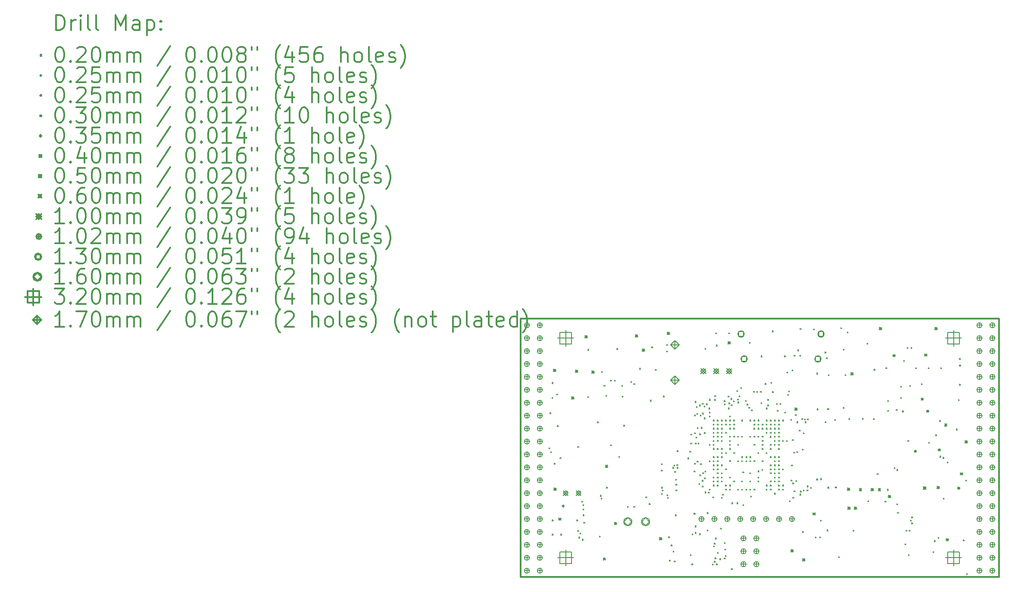
<source format=gbr>
%FSLAX45Y45*%
G04 Gerber Fmt 4.5, Leading zero omitted, Abs format (unit mm)*
G04 Created by KiCad (PCBNEW 5.1.6+dfsg1-1) date 2020-07-12 16:44:16*
%MOMM*%
%LPD*%
G01*
G04 APERTURE LIST*
%TA.AperFunction,Profile*%
%ADD10C,0.300000*%
%TD*%
%ADD11C,0.200000*%
%ADD12C,0.300000*%
G04 APERTURE END LIST*
D10*
X9410000Y-6142000D02*
X9410000Y-11222000D01*
X18808000Y-6142000D02*
X9410000Y-6142000D01*
X18808000Y-11222000D02*
X18808000Y-6142000D01*
X9410000Y-11222000D02*
X18808000Y-11222000D01*
D11*
X9969000Y-8676600D02*
X9989000Y-8696600D01*
X9989000Y-8676600D02*
X9969000Y-8696600D01*
X9990550Y-7986200D02*
X10010550Y-8006200D01*
X10010550Y-7986200D02*
X9990550Y-8006200D01*
X10007100Y-8752800D02*
X10027100Y-8772800D01*
X10027100Y-8752800D02*
X10007100Y-8772800D01*
X10032500Y-7393900D02*
X10052500Y-7413900D01*
X10052500Y-7393900D02*
X10032500Y-7413900D01*
X10032500Y-7686000D02*
X10052500Y-7706000D01*
X10052500Y-7686000D02*
X10032500Y-7706000D01*
X10035000Y-10094400D02*
X10055000Y-10114400D01*
X10055000Y-10094400D02*
X10035000Y-10114400D01*
X10035000Y-10373800D02*
X10055000Y-10393800D01*
X10055000Y-10373800D02*
X10035000Y-10393800D01*
X10125400Y-7619700D02*
X10145400Y-7639700D01*
X10145400Y-7619700D02*
X10125400Y-7639700D01*
X10136600Y-8240200D02*
X10156600Y-8260200D01*
X10156600Y-8240200D02*
X10136600Y-8260200D01*
X10187400Y-8868850D02*
X10207400Y-8888850D01*
X10207400Y-8868850D02*
X10187400Y-8888850D01*
X10200100Y-10373800D02*
X10220100Y-10393800D01*
X10220100Y-10373800D02*
X10200100Y-10393800D01*
X10517600Y-10094400D02*
X10537600Y-10114400D01*
X10537600Y-10094400D02*
X10517600Y-10114400D01*
X10535000Y-10302000D02*
X10555000Y-10322000D01*
X10555000Y-10302000D02*
X10535000Y-10322000D01*
X10535450Y-8649900D02*
X10555450Y-8669900D01*
X10555450Y-8649900D02*
X10535450Y-8669900D01*
X10555000Y-10432000D02*
X10575000Y-10452000D01*
X10575000Y-10432000D02*
X10555000Y-10452000D01*
X10579488Y-10351488D02*
X10599488Y-10371488D01*
X10599488Y-10351488D02*
X10579488Y-10371488D01*
X10615000Y-9725701D02*
X10635000Y-9745701D01*
X10635000Y-9725701D02*
X10615000Y-9745701D01*
X10625000Y-10477000D02*
X10645000Y-10497000D01*
X10645000Y-10477000D02*
X10625000Y-10497000D01*
X10640000Y-9792000D02*
X10660000Y-9812000D01*
X10660000Y-9792000D02*
X10640000Y-9812000D01*
X10640000Y-9877000D02*
X10660000Y-9897000D01*
X10660000Y-9877000D02*
X10640000Y-9897000D01*
X10640000Y-9992000D02*
X10660000Y-10012000D01*
X10660000Y-9992000D02*
X10640000Y-10012000D01*
X10652500Y-10139500D02*
X10672500Y-10159500D01*
X10672500Y-10139500D02*
X10652500Y-10159500D01*
X10733500Y-6741600D02*
X10753500Y-6761600D01*
X10753500Y-6741600D02*
X10733500Y-6761600D01*
X10733500Y-7668700D02*
X10753500Y-7688700D01*
X10753500Y-7668700D02*
X10733500Y-7688700D01*
X10924000Y-8164000D02*
X10944000Y-8184000D01*
X10944000Y-8164000D02*
X10924000Y-8184000D01*
X10962100Y-10411900D02*
X10982100Y-10431900D01*
X10982100Y-10411900D02*
X10962100Y-10431900D01*
X10980000Y-9612000D02*
X11000000Y-9632000D01*
X11000000Y-9612000D02*
X10980000Y-9632000D01*
X10994655Y-9666656D02*
X11014655Y-9686656D01*
X11014655Y-9666656D02*
X10994655Y-9686656D01*
X11001700Y-7175200D02*
X11021700Y-7195200D01*
X11021700Y-7175200D02*
X11001700Y-7195200D01*
X11049908Y-7448938D02*
X11069908Y-7468938D01*
X11069908Y-7448938D02*
X11049908Y-7468938D01*
X11090600Y-7645100D02*
X11110600Y-7665100D01*
X11110600Y-7645100D02*
X11090600Y-7665100D01*
X11100000Y-9452000D02*
X11120000Y-9472000D01*
X11120000Y-9452000D02*
X11100000Y-9472000D01*
X11178000Y-7344850D02*
X11198000Y-7364850D01*
X11198000Y-7344850D02*
X11178000Y-7364850D01*
X11179522Y-8615379D02*
X11199522Y-8635379D01*
X11199522Y-8615379D02*
X11179522Y-8635379D01*
X11260550Y-7344851D02*
X11280550Y-7364851D01*
X11280550Y-7344851D02*
X11260550Y-7364851D01*
X11305725Y-6724363D02*
X11325725Y-6744363D01*
X11325725Y-6724363D02*
X11305725Y-6744363D01*
X11344600Y-8845973D02*
X11364600Y-8865973D01*
X11364600Y-8845973D02*
X11344600Y-8865973D01*
X11400408Y-7451220D02*
X11420408Y-7471220D01*
X11420408Y-7451220D02*
X11400408Y-7471220D01*
X11408100Y-7657800D02*
X11428100Y-7677800D01*
X11428100Y-7657800D02*
X11408100Y-7677800D01*
X11441393Y-8230943D02*
X11461393Y-8250943D01*
X11461393Y-8230943D02*
X11441393Y-8250943D01*
X11514550Y-9827700D02*
X11534550Y-9847700D01*
X11534550Y-9827700D02*
X11514550Y-9847700D01*
X11578000Y-7370000D02*
X11598000Y-7390000D01*
X11598000Y-7370000D02*
X11578000Y-7390000D01*
X11633852Y-9827700D02*
X11653852Y-9847700D01*
X11653852Y-9827700D02*
X11633852Y-9847700D01*
X11635200Y-7414700D02*
X11655200Y-7434700D01*
X11655200Y-7414700D02*
X11635200Y-7434700D01*
X11747000Y-7114500D02*
X11767000Y-7134500D01*
X11767000Y-7114500D02*
X11747000Y-7134500D01*
X11870412Y-9644112D02*
X11890412Y-9664112D01*
X11890412Y-9644112D02*
X11870412Y-9664112D01*
X11940000Y-9772000D02*
X11960000Y-9792000D01*
X11960000Y-9772000D02*
X11940000Y-9792000D01*
X11959215Y-7739412D02*
X11979215Y-7759412D01*
X11979215Y-7739412D02*
X11959215Y-7759412D01*
X11990800Y-6690800D02*
X12010800Y-6710800D01*
X12010800Y-6690800D02*
X11990800Y-6710800D01*
X12056498Y-7133651D02*
X12076498Y-7153651D01*
X12076498Y-7133651D02*
X12056498Y-7153651D01*
X12175507Y-9114247D02*
X12195507Y-9134247D01*
X12195507Y-9114247D02*
X12175507Y-9134247D01*
X12180000Y-8992000D02*
X12200000Y-9012000D01*
X12200000Y-8992000D02*
X12180000Y-9012000D01*
X12182191Y-9451184D02*
X12202191Y-9471184D01*
X12202191Y-9451184D02*
X12182191Y-9471184D01*
X12182800Y-9575500D02*
X12202800Y-9595500D01*
X12202800Y-9575500D02*
X12182800Y-9595500D01*
X12198706Y-9504756D02*
X12218706Y-9524756D01*
X12218706Y-9504756D02*
X12198706Y-9524756D01*
X12219400Y-7656000D02*
X12239400Y-7676000D01*
X12239400Y-7656000D02*
X12219400Y-7676000D01*
X12282618Y-6643232D02*
X12302618Y-6663232D01*
X12302618Y-6643232D02*
X12282618Y-6663232D01*
X12284400Y-6768800D02*
X12304400Y-6788800D01*
X12304400Y-6768800D02*
X12284400Y-6788800D01*
X12293261Y-9597816D02*
X12313261Y-9617816D01*
X12313261Y-9597816D02*
X12293261Y-9617816D01*
X12300000Y-9652000D02*
X12320000Y-9672000D01*
X12320000Y-9652000D02*
X12300000Y-9672000D01*
X12321001Y-10424600D02*
X12341001Y-10444600D01*
X12341001Y-10424600D02*
X12321001Y-10444600D01*
X12370241Y-10586650D02*
X12390241Y-10606650D01*
X12390241Y-10586650D02*
X12370241Y-10606650D01*
X12402344Y-9062286D02*
X12422344Y-9082286D01*
X12422344Y-9062286D02*
X12402344Y-9082286D01*
X12410242Y-10710764D02*
X12430242Y-10730764D01*
X12430242Y-10710764D02*
X12410242Y-10730764D01*
X12426088Y-9013119D02*
X12446088Y-9033119D01*
X12446088Y-9013119D02*
X12426088Y-9033119D01*
X12430000Y-10902000D02*
X12450000Y-10922000D01*
X12450000Y-10902000D02*
X12430000Y-10922000D01*
X12437809Y-9139636D02*
X12457809Y-9159636D01*
X12457809Y-9139636D02*
X12437809Y-9159636D01*
X12450242Y-9992800D02*
X12470242Y-10012800D01*
X12470242Y-9992800D02*
X12450242Y-10012800D01*
X12460000Y-9295151D02*
X12480000Y-9315151D01*
X12480000Y-9295151D02*
X12460000Y-9315151D01*
X12463978Y-9392000D02*
X12483978Y-9412000D01*
X12483978Y-9392000D02*
X12463978Y-9412000D01*
X12463978Y-9507000D02*
X12483978Y-9527000D01*
X12483978Y-9507000D02*
X12463978Y-9527000D01*
X12480480Y-9008344D02*
X12500480Y-9028344D01*
X12500480Y-9008344D02*
X12480480Y-9028344D01*
X12487007Y-9062554D02*
X12507007Y-9082554D01*
X12507007Y-9062554D02*
X12487007Y-9082554D01*
X12490000Y-8732000D02*
X12510000Y-8752000D01*
X12510000Y-8732000D02*
X12490000Y-8752000D01*
X12696597Y-8875329D02*
X12716597Y-8895329D01*
X12716597Y-8875329D02*
X12696597Y-8895329D01*
X12733880Y-8744526D02*
X12753880Y-8764526D01*
X12753880Y-8744526D02*
X12733880Y-8764526D01*
X12748660Y-10777504D02*
X12768660Y-10797504D01*
X12768660Y-10777504D02*
X12748660Y-10797504D01*
X12753627Y-8582021D02*
X12773627Y-8602021D01*
X12773627Y-8582021D02*
X12753627Y-8602021D01*
X12759150Y-8405300D02*
X12779150Y-8425300D01*
X12779150Y-8405300D02*
X12759150Y-8425300D01*
X12778201Y-10958000D02*
X12798201Y-10978000D01*
X12798201Y-10958000D02*
X12778201Y-10978000D01*
X12780000Y-10372000D02*
X12800000Y-10392000D01*
X12800000Y-10372000D02*
X12780000Y-10392000D01*
X12820974Y-9132974D02*
X12840974Y-9152974D01*
X12840974Y-9132974D02*
X12820974Y-9152974D01*
X12827867Y-8982390D02*
X12847867Y-9002390D01*
X12847867Y-8982390D02*
X12827867Y-9002390D01*
X12829000Y-8030650D02*
X12849000Y-8050650D01*
X12849000Y-8030650D02*
X12829000Y-8050650D01*
X12835350Y-8379900D02*
X12855350Y-8399900D01*
X12855350Y-8379900D02*
X12835350Y-8399900D01*
X12839484Y-10212509D02*
X12859484Y-10232509D01*
X12859484Y-10212509D02*
X12839484Y-10232509D01*
X12841700Y-7765451D02*
X12861700Y-7785451D01*
X12861700Y-7765451D02*
X12841700Y-7785451D01*
X12842714Y-10340889D02*
X12862714Y-10360889D01*
X12862714Y-10340889D02*
X12842714Y-10360889D01*
X12845000Y-8582000D02*
X12865000Y-8602000D01*
X12865000Y-8582000D02*
X12845000Y-8602000D01*
X12860114Y-8462438D02*
X12880114Y-8482438D01*
X12880114Y-8462438D02*
X12860114Y-8482438D01*
X12867100Y-7865550D02*
X12887100Y-7885550D01*
X12887100Y-7865550D02*
X12867100Y-7885550D01*
X12873450Y-7998900D02*
X12893450Y-8018900D01*
X12893450Y-7998900D02*
X12873450Y-8018900D01*
X12880000Y-8937386D02*
X12900000Y-8957386D01*
X12900000Y-8937386D02*
X12880000Y-8957386D01*
X12886150Y-8278300D02*
X12906150Y-8298300D01*
X12906150Y-8278300D02*
X12886150Y-8298300D01*
X12899584Y-8580636D02*
X12919584Y-8600636D01*
X12919584Y-8580636D02*
X12899584Y-8600636D01*
X12918854Y-9377377D02*
X12938854Y-9397377D01*
X12938854Y-9377377D02*
X12918854Y-9397377D01*
X12924250Y-7833800D02*
X12944250Y-7853800D01*
X12944250Y-7833800D02*
X12924250Y-7853800D01*
X12927000Y-10364150D02*
X12947000Y-10384150D01*
X12947000Y-10364150D02*
X12927000Y-10384150D01*
X12928637Y-9211778D02*
X12948637Y-9231778D01*
X12948637Y-9211778D02*
X12928637Y-9231778D01*
X12930501Y-8400852D02*
X12950501Y-8420852D01*
X12950501Y-8400852D02*
X12930501Y-8420852D01*
X12940751Y-8030650D02*
X12960751Y-8050650D01*
X12960751Y-8030650D02*
X12940751Y-8050650D01*
X12945819Y-8987337D02*
X12965819Y-9007337D01*
X12965819Y-8987337D02*
X12945819Y-9007337D01*
X12962350Y-8273851D02*
X12982350Y-8293851D01*
X12982350Y-8273851D02*
X12962350Y-8293851D01*
X12980000Y-9432000D02*
X13000000Y-9452000D01*
X13000000Y-9432000D02*
X12980000Y-9452000D01*
X12981400Y-7802050D02*
X13001400Y-7822050D01*
X13001400Y-7802050D02*
X12981400Y-7822050D01*
X12981741Y-9315376D02*
X13001741Y-9335376D01*
X13001741Y-9315376D02*
X12981741Y-9335376D01*
X12984711Y-7994431D02*
X13004711Y-8014431D01*
X13004711Y-7994431D02*
X12984711Y-8014431D01*
X12989629Y-9166908D02*
X13009629Y-9186908D01*
X13009629Y-9166908D02*
X12989629Y-9186908D01*
X13018305Y-7852464D02*
X13038305Y-7872464D01*
X13038305Y-7852464D02*
X13018305Y-7872464D01*
X13019500Y-8087800D02*
X13039500Y-8107800D01*
X13039500Y-8087800D02*
X13019500Y-8107800D01*
X13021717Y-9270980D02*
X13041717Y-9290980D01*
X13041717Y-9270980D02*
X13021717Y-9290980D01*
X13023410Y-8375410D02*
X13043410Y-8395410D01*
X13043410Y-8375410D02*
X13023410Y-8395410D01*
X13033440Y-9133772D02*
X13053440Y-9153772D01*
X13053440Y-9133772D02*
X13033440Y-9153772D01*
X13033700Y-6718000D02*
X13053700Y-6738000D01*
X13053700Y-6718000D02*
X13033700Y-6738000D01*
X13036178Y-9545541D02*
X13056178Y-9565541D01*
X13056178Y-9545541D02*
X13036178Y-9565541D01*
X13063950Y-7808400D02*
X13083950Y-7828400D01*
X13083950Y-7808400D02*
X13063950Y-7828400D01*
X13080000Y-9952000D02*
X13100000Y-9972000D01*
X13100000Y-9952000D02*
X13080000Y-9972000D01*
X13080000Y-10292000D02*
X13100000Y-10312000D01*
X13100000Y-10292000D02*
X13080000Y-10312000D01*
X13098471Y-9546418D02*
X13118471Y-9566418D01*
X13118471Y-9546418D02*
X13098471Y-9566418D01*
X13114818Y-7892343D02*
X13134818Y-7912343D01*
X13134818Y-7892343D02*
X13114818Y-7912343D01*
X13118000Y-8052363D02*
X13138000Y-8072363D01*
X13138000Y-8052363D02*
X13118000Y-8072363D01*
X13118000Y-8610000D02*
X13138000Y-8630000D01*
X13138000Y-8610000D02*
X13118000Y-8630000D01*
X13118000Y-9490000D02*
X13138000Y-9510000D01*
X13138000Y-9490000D02*
X13118000Y-9510000D01*
X13118285Y-8930285D02*
X13138285Y-8950285D01*
X13138285Y-8930285D02*
X13118285Y-8950285D01*
X13118565Y-7722735D02*
X13138565Y-7742735D01*
X13138565Y-7722735D02*
X13118565Y-7742735D01*
X13119785Y-7972345D02*
X13139785Y-7992345D01*
X13139785Y-7972345D02*
X13119785Y-7992345D01*
X13178250Y-10964350D02*
X13198250Y-10984350D01*
X13198250Y-10964350D02*
X13178250Y-10984350D01*
X13189750Y-9640500D02*
X13209750Y-9660500D01*
X13209750Y-9640500D02*
X13189750Y-9660500D01*
X13197734Y-9090201D02*
X13217734Y-9110201D01*
X13217734Y-9090201D02*
X13197734Y-9110201D01*
X13198000Y-8130000D02*
X13218000Y-8150000D01*
X13218000Y-8130000D02*
X13198000Y-8150000D01*
X13198000Y-8210000D02*
X13218000Y-8230000D01*
X13218000Y-8210000D02*
X13198000Y-8230000D01*
X13198000Y-8290000D02*
X13218000Y-8310000D01*
X13218000Y-8290000D02*
X13198000Y-8310000D01*
X13198000Y-8370000D02*
X13218000Y-8390000D01*
X13218000Y-8370000D02*
X13198000Y-8390000D01*
X13198000Y-8450000D02*
X13218000Y-8470000D01*
X13218000Y-8450000D02*
X13198000Y-8470000D01*
X13198000Y-8531500D02*
X13218000Y-8551500D01*
X13218000Y-8531500D02*
X13198000Y-8551500D01*
X13198000Y-8610000D02*
X13218000Y-8630000D01*
X13218000Y-8610000D02*
X13198000Y-8630000D01*
X13198000Y-8690000D02*
X13218000Y-8710000D01*
X13218000Y-8690000D02*
X13198000Y-8710000D01*
X13198000Y-8930287D02*
X13218000Y-8950287D01*
X13218000Y-8930287D02*
X13198000Y-8950287D01*
X13198000Y-9010000D02*
X13218000Y-9030000D01*
X13218000Y-9010000D02*
X13198000Y-9030000D01*
X13198000Y-9250000D02*
X13218000Y-9270000D01*
X13218000Y-9250000D02*
X13198000Y-9270000D01*
X13198000Y-9330000D02*
X13218000Y-9350000D01*
X13218000Y-9330000D02*
X13198000Y-9350000D01*
X13198000Y-9410000D02*
X13218000Y-9430000D01*
X13218000Y-9410000D02*
X13198000Y-9430000D01*
X13198285Y-8850286D02*
X13218285Y-8870286D01*
X13218285Y-8850286D02*
X13198285Y-8870286D01*
X13206286Y-10608587D02*
X13226286Y-10628587D01*
X13226286Y-10608587D02*
X13206286Y-10628587D01*
X13217511Y-10908296D02*
X13237511Y-10928296D01*
X13237511Y-10908296D02*
X13217511Y-10928296D01*
X13217788Y-10550812D02*
X13237788Y-10570812D01*
X13237788Y-10550812D02*
X13217788Y-10570812D01*
X13220903Y-7724256D02*
X13240903Y-7744256D01*
X13240903Y-7724256D02*
X13220903Y-7744256D01*
X13227850Y-7652950D02*
X13247850Y-7672950D01*
X13247850Y-7652950D02*
X13227850Y-7672950D01*
X13234200Y-10840650D02*
X13254200Y-10860650D01*
X13254200Y-10840650D02*
X13234200Y-10860650D01*
X13238262Y-10449238D02*
X13258262Y-10469238D01*
X13258262Y-10449238D02*
X13238262Y-10469238D01*
X13245600Y-6416000D02*
X13265600Y-6436000D01*
X13265600Y-6416000D02*
X13245600Y-6436000D01*
X13258300Y-6657300D02*
X13278300Y-6677300D01*
X13278300Y-6657300D02*
X13258300Y-6677300D01*
X13260800Y-10958000D02*
X13280800Y-10978000D01*
X13280800Y-10958000D02*
X13260800Y-10978000D01*
X13278000Y-8130000D02*
X13298000Y-8150000D01*
X13298000Y-8130000D02*
X13278000Y-8150000D01*
X13278000Y-8210000D02*
X13298000Y-8230000D01*
X13298000Y-8210000D02*
X13278000Y-8230000D01*
X13278000Y-8290000D02*
X13298000Y-8310000D01*
X13298000Y-8290000D02*
X13278000Y-8310000D01*
X13278000Y-8370000D02*
X13298000Y-8390000D01*
X13298000Y-8370000D02*
X13278000Y-8390000D01*
X13278000Y-8450000D02*
X13298000Y-8470000D01*
X13298000Y-8450000D02*
X13278000Y-8470000D01*
X13278000Y-8530000D02*
X13298000Y-8550000D01*
X13298000Y-8530000D02*
X13278000Y-8550000D01*
X13278000Y-8850000D02*
X13298000Y-8870000D01*
X13298000Y-8850000D02*
X13278000Y-8870000D01*
X13278000Y-8930000D02*
X13298000Y-8950000D01*
X13298000Y-8930000D02*
X13278000Y-8950000D01*
X13278000Y-9010000D02*
X13298000Y-9030000D01*
X13298000Y-9010000D02*
X13278000Y-9030000D01*
X13278000Y-9090000D02*
X13298000Y-9110000D01*
X13298000Y-9090000D02*
X13278000Y-9110000D01*
X13278000Y-9170000D02*
X13298000Y-9190000D01*
X13298000Y-9170000D02*
X13278000Y-9190000D01*
X13278000Y-9250000D02*
X13298000Y-9270000D01*
X13298000Y-9250000D02*
X13278000Y-9270000D01*
X13278000Y-9330000D02*
X13298000Y-9350000D01*
X13298000Y-9330000D02*
X13278000Y-9350000D01*
X13278000Y-9410000D02*
X13298000Y-9430000D01*
X13298000Y-9410000D02*
X13278000Y-9430000D01*
X13278537Y-8689462D02*
X13298537Y-8709462D01*
X13298537Y-8689462D02*
X13278537Y-8709462D01*
X13281247Y-10733530D02*
X13301247Y-10753530D01*
X13301247Y-10733530D02*
X13281247Y-10753530D01*
X13324300Y-10856400D02*
X13344300Y-10876400D01*
X13344300Y-10856400D02*
X13324300Y-10876400D01*
X13357494Y-8689494D02*
X13377494Y-8709494D01*
X13377494Y-8689494D02*
X13357494Y-8709494D01*
X13358000Y-8130000D02*
X13378000Y-8150000D01*
X13378000Y-8130000D02*
X13358000Y-8150000D01*
X13358000Y-8210000D02*
X13378000Y-8230000D01*
X13378000Y-8210000D02*
X13358000Y-8230000D01*
X13358000Y-8290000D02*
X13378000Y-8310000D01*
X13378000Y-8290000D02*
X13358000Y-8310000D01*
X13358000Y-8370000D02*
X13378000Y-8390000D01*
X13378000Y-8370000D02*
X13358000Y-8390000D01*
X13358000Y-8450000D02*
X13378000Y-8470000D01*
X13378000Y-8450000D02*
X13358000Y-8470000D01*
X13358000Y-8530000D02*
X13378000Y-8550000D01*
X13378000Y-8530000D02*
X13358000Y-8550000D01*
X13358000Y-8770000D02*
X13378000Y-8790000D01*
X13378000Y-8770000D02*
X13358000Y-8790000D01*
X13358000Y-8850000D02*
X13378000Y-8870000D01*
X13378000Y-8850000D02*
X13358000Y-8870000D01*
X13358000Y-9010000D02*
X13378000Y-9030000D01*
X13378000Y-9010000D02*
X13358000Y-9030000D01*
X13358000Y-9170000D02*
X13378000Y-9190000D01*
X13378000Y-9170000D02*
X13358000Y-9190000D01*
X13358000Y-9250000D02*
X13378000Y-9270000D01*
X13378000Y-9250000D02*
X13358000Y-9270000D01*
X13358000Y-9330000D02*
X13378000Y-9350000D01*
X13378000Y-9330000D02*
X13358000Y-9350000D01*
X13358000Y-9650000D02*
X13378000Y-9670000D01*
X13378000Y-9650000D02*
X13358000Y-9670000D01*
X13378000Y-9590000D02*
X13398000Y-9610000D01*
X13398000Y-9590000D02*
X13378000Y-9610000D01*
X13411163Y-7748395D02*
X13431163Y-7768395D01*
X13431163Y-7748395D02*
X13411163Y-7768395D01*
X13413200Y-10843700D02*
X13433200Y-10863700D01*
X13433200Y-10843700D02*
X13413200Y-10863700D01*
X13415020Y-7815418D02*
X13435020Y-7835418D01*
X13435020Y-7815418D02*
X13415020Y-7835418D01*
X13415467Y-10536950D02*
X13435467Y-10556950D01*
X13435467Y-10536950D02*
X13415467Y-10556950D01*
X13425900Y-10665900D02*
X13445900Y-10685900D01*
X13445900Y-10665900D02*
X13425900Y-10685900D01*
X13432035Y-10792450D02*
X13452035Y-10812450D01*
X13452035Y-10792450D02*
X13432035Y-10812450D01*
X13438000Y-8130000D02*
X13458000Y-8150000D01*
X13458000Y-8130000D02*
X13438000Y-8150000D01*
X13438000Y-8210000D02*
X13458000Y-8230000D01*
X13458000Y-8210000D02*
X13438000Y-8230000D01*
X13438000Y-8370000D02*
X13458000Y-8390000D01*
X13458000Y-8370000D02*
X13438000Y-8390000D01*
X13438000Y-9090000D02*
X13458000Y-9110000D01*
X13458000Y-9090000D02*
X13438000Y-9110000D01*
X13438000Y-9410000D02*
X13458000Y-9430000D01*
X13458000Y-9410000D02*
X13438000Y-9430000D01*
X13438000Y-9490000D02*
X13458000Y-9510000D01*
X13458000Y-9490000D02*
X13438000Y-9510000D01*
X13443447Y-8771043D02*
X13463447Y-8791043D01*
X13463447Y-8771043D02*
X13443447Y-8791043D01*
X13489399Y-7662350D02*
X13509399Y-7682350D01*
X13509399Y-7662350D02*
X13489399Y-7682350D01*
X13492132Y-7892495D02*
X13512132Y-7912495D01*
X13512132Y-7892495D02*
X13492132Y-7912495D01*
X13499600Y-6416000D02*
X13519600Y-6436000D01*
X13519600Y-6416000D02*
X13499600Y-6436000D01*
X13507250Y-7792650D02*
X13527250Y-7812650D01*
X13527250Y-7792650D02*
X13507250Y-7812650D01*
X13518000Y-8050000D02*
X13538000Y-8070000D01*
X13538000Y-8050000D02*
X13518000Y-8070000D01*
X13518000Y-8130000D02*
X13538000Y-8150000D01*
X13538000Y-8130000D02*
X13518000Y-8150000D01*
X13518000Y-8210000D02*
X13538000Y-8230000D01*
X13538000Y-8210000D02*
X13518000Y-8230000D01*
X13518000Y-8290000D02*
X13538000Y-8310000D01*
X13538000Y-8290000D02*
X13518000Y-8310000D01*
X13518000Y-8450000D02*
X13538000Y-8470000D01*
X13538000Y-8450000D02*
X13518000Y-8470000D01*
X13518000Y-8530000D02*
X13538000Y-8550000D01*
X13538000Y-8530000D02*
X13518000Y-8550000D01*
X13518000Y-8610000D02*
X13538000Y-8630000D01*
X13538000Y-8610000D02*
X13518000Y-8630000D01*
X13518000Y-8690000D02*
X13538000Y-8710000D01*
X13538000Y-8690000D02*
X13518000Y-8710000D01*
X13518000Y-9250000D02*
X13538000Y-9270000D01*
X13538000Y-9250000D02*
X13518000Y-9270000D01*
X13518000Y-9410000D02*
X13538000Y-9430000D01*
X13538000Y-9410000D02*
X13518000Y-9430000D01*
X13518000Y-9490000D02*
X13538000Y-9510000D01*
X13538000Y-9490000D02*
X13518000Y-9510000D01*
X13522401Y-8925599D02*
X13542401Y-8945599D01*
X13542401Y-8925599D02*
X13522401Y-8945599D01*
X13546550Y-7706800D02*
X13566550Y-7726800D01*
X13566550Y-7706800D02*
X13546550Y-7726800D01*
X13549150Y-7827659D02*
X13569150Y-7847659D01*
X13569150Y-7827659D02*
X13549150Y-7847659D01*
X13555656Y-11051071D02*
X13575656Y-11071071D01*
X13575656Y-11051071D02*
X13555656Y-11071071D01*
X13563536Y-9755796D02*
X13583536Y-9775796D01*
X13583536Y-9755796D02*
X13563536Y-9775796D01*
X13594882Y-7754550D02*
X13614882Y-7774550D01*
X13614882Y-7754550D02*
X13594882Y-7774550D01*
X13598000Y-8130000D02*
X13618000Y-8150000D01*
X13618000Y-8130000D02*
X13598000Y-8150000D01*
X13598000Y-8210000D02*
X13618000Y-8230000D01*
X13618000Y-8210000D02*
X13598000Y-8230000D01*
X13598000Y-8290000D02*
X13618000Y-8310000D01*
X13618000Y-8290000D02*
X13598000Y-8310000D01*
X13598000Y-8450000D02*
X13618000Y-8470000D01*
X13618000Y-8450000D02*
X13598000Y-8470000D01*
X13598000Y-8770000D02*
X13618000Y-8790000D01*
X13618000Y-8770000D02*
X13598000Y-8790000D01*
X13598000Y-9330000D02*
X13618000Y-9350000D01*
X13618000Y-9330000D02*
X13598000Y-9350000D01*
X13662124Y-9755796D02*
X13682124Y-9775796D01*
X13682124Y-9755796D02*
X13662124Y-9775796D01*
X13664259Y-7547941D02*
X13684259Y-7567941D01*
X13684259Y-7547941D02*
X13664259Y-7567941D01*
X13676320Y-7718760D02*
X13696320Y-7738760D01*
X13696320Y-7718760D02*
X13676320Y-7738760D01*
X13678000Y-8450000D02*
X13698000Y-8470000D01*
X13698000Y-8450000D02*
X13678000Y-8470000D01*
X13678000Y-8610000D02*
X13698000Y-8630000D01*
X13698000Y-8610000D02*
X13678000Y-8630000D01*
X13678000Y-8930000D02*
X13698000Y-8950000D01*
X13698000Y-8930000D02*
X13678000Y-8950000D01*
X13678000Y-9490000D02*
X13698000Y-9510000D01*
X13698000Y-9490000D02*
X13678000Y-9510000D01*
X13679461Y-7776107D02*
X13699461Y-7796107D01*
X13699461Y-7776107D02*
X13679461Y-7796107D01*
X13707437Y-7652487D02*
X13727437Y-7672487D01*
X13727437Y-7652487D02*
X13707437Y-7672487D01*
X13738000Y-7490000D02*
X13758000Y-7510000D01*
X13758000Y-7490000D02*
X13738000Y-7510000D01*
X13758000Y-8130000D02*
X13778000Y-8150000D01*
X13778000Y-8130000D02*
X13758000Y-8150000D01*
X13758000Y-8450000D02*
X13778000Y-8470000D01*
X13778000Y-8450000D02*
X13758000Y-8470000D01*
X13758000Y-8850000D02*
X13778000Y-8870000D01*
X13778000Y-8850000D02*
X13758000Y-8870000D01*
X13758000Y-8930000D02*
X13778000Y-8950000D01*
X13778000Y-8930000D02*
X13758000Y-8950000D01*
X13758000Y-9330000D02*
X13778000Y-9350000D01*
X13778000Y-9330000D02*
X13758000Y-9350000D01*
X13758000Y-9490000D02*
X13778000Y-9510000D01*
X13778000Y-9490000D02*
X13758000Y-9510000D01*
X13778000Y-9150000D02*
X13798000Y-9170000D01*
X13798000Y-9150000D02*
X13778000Y-9170000D01*
X13781499Y-9791999D02*
X13801499Y-9811999D01*
X13801499Y-9791999D02*
X13781499Y-9811999D01*
X13830592Y-7745154D02*
X13850592Y-7765154D01*
X13850592Y-7745154D02*
X13830592Y-7765154D01*
X13838000Y-8850000D02*
X13858000Y-8870000D01*
X13858000Y-8850000D02*
X13838000Y-8870000D01*
X13838000Y-8930000D02*
X13858000Y-8950000D01*
X13858000Y-8930000D02*
X13838000Y-8950000D01*
X13838000Y-9490000D02*
X13858000Y-9510000D01*
X13858000Y-9490000D02*
X13838000Y-9510000D01*
X13862850Y-7818050D02*
X13882850Y-7838050D01*
X13882850Y-7818050D02*
X13862850Y-7838050D01*
X13894600Y-7881550D02*
X13914600Y-7901550D01*
X13914600Y-7881550D02*
X13894600Y-7901550D01*
X13910000Y-6603700D02*
X13930000Y-6623700D01*
X13930000Y-6603700D02*
X13910000Y-6623700D01*
X13918000Y-8130000D02*
X13938000Y-8150000D01*
X13938000Y-8130000D02*
X13918000Y-8150000D01*
X13918000Y-8450000D02*
X13938000Y-8470000D01*
X13938000Y-8450000D02*
X13918000Y-8470000D01*
X13918000Y-8850000D02*
X13938000Y-8870000D01*
X13938000Y-8850000D02*
X13918000Y-8870000D01*
X13918000Y-8930000D02*
X13938000Y-8950000D01*
X13938000Y-8930000D02*
X13918000Y-8950000D01*
X13918000Y-9170000D02*
X13938000Y-9190000D01*
X13938000Y-9170000D02*
X13918000Y-9190000D01*
X13918000Y-9330000D02*
X13938000Y-9350000D01*
X13938000Y-9330000D02*
X13918000Y-9350000D01*
X13918000Y-9490000D02*
X13938000Y-9510000D01*
X13938000Y-9490000D02*
X13918000Y-9510000D01*
X13933900Y-9624500D02*
X13953900Y-9644500D01*
X13953900Y-9624500D02*
X13933900Y-9644500D01*
X13945400Y-7932350D02*
X13965400Y-7952350D01*
X13965400Y-7932350D02*
X13945400Y-7952350D01*
X13987649Y-7567100D02*
X14007649Y-7587100D01*
X14007649Y-7567100D02*
X13987649Y-7587100D01*
X13996000Y-8292000D02*
X14016000Y-8312000D01*
X14016000Y-8292000D02*
X13996000Y-8312000D01*
X13998000Y-8130000D02*
X14018000Y-8150000D01*
X14018000Y-8130000D02*
X13998000Y-8150000D01*
X13998000Y-8210000D02*
X14018000Y-8230000D01*
X14018000Y-8210000D02*
X13998000Y-8230000D01*
X13998000Y-8450000D02*
X14018000Y-8470000D01*
X14018000Y-8450000D02*
X13998000Y-8470000D01*
X13998000Y-8610000D02*
X14018000Y-8630000D01*
X14018000Y-8610000D02*
X13998000Y-8630000D01*
X13998000Y-8930000D02*
X14018000Y-8950000D01*
X14018000Y-8930000D02*
X13998000Y-8950000D01*
X13998000Y-9490000D02*
X14018000Y-9510000D01*
X14018000Y-9490000D02*
X13998000Y-9510000D01*
X14054550Y-7567100D02*
X14074550Y-7587100D01*
X14074550Y-7567100D02*
X14054550Y-7587100D01*
X14078000Y-8130000D02*
X14098000Y-8150000D01*
X14098000Y-8130000D02*
X14078000Y-8150000D01*
X14078000Y-8210000D02*
X14098000Y-8230000D01*
X14098000Y-8210000D02*
X14078000Y-8230000D01*
X14078000Y-8290000D02*
X14098000Y-8310000D01*
X14098000Y-8290000D02*
X14078000Y-8310000D01*
X14078000Y-8450000D02*
X14098000Y-8470000D01*
X14098000Y-8450000D02*
X14078000Y-8470000D01*
X14078000Y-8770000D02*
X14098000Y-8790000D01*
X14098000Y-8770000D02*
X14078000Y-8790000D01*
X14078000Y-9130000D02*
X14098000Y-9150000D01*
X14098000Y-9130000D02*
X14078000Y-9150000D01*
X14078000Y-9250000D02*
X14098000Y-9270000D01*
X14098000Y-9250000D02*
X14078000Y-9270000D01*
X14078000Y-9330000D02*
X14098000Y-9350000D01*
X14098000Y-9330000D02*
X14078000Y-9350000D01*
X14124400Y-7567100D02*
X14144400Y-7587100D01*
X14144400Y-7567100D02*
X14124400Y-7587100D01*
X14135900Y-7786300D02*
X14155900Y-7806300D01*
X14155900Y-7786300D02*
X14135900Y-7806300D01*
X14138000Y-6870000D02*
X14158000Y-6890000D01*
X14158000Y-6870000D02*
X14138000Y-6890000D01*
X14154000Y-9100700D02*
X14174000Y-9120700D01*
X14174000Y-9100700D02*
X14154000Y-9120700D01*
X14158000Y-8210000D02*
X14178000Y-8230000D01*
X14178000Y-8210000D02*
X14158000Y-8230000D01*
X14158000Y-8290000D02*
X14178000Y-8310000D01*
X14178000Y-8290000D02*
X14158000Y-8310000D01*
X14158000Y-8450000D02*
X14178000Y-8470000D01*
X14178000Y-8450000D02*
X14158000Y-8470000D01*
X14158000Y-8530000D02*
X14178000Y-8550000D01*
X14178000Y-8530000D02*
X14158000Y-8550000D01*
X14158000Y-8610000D02*
X14178000Y-8630000D01*
X14178000Y-8610000D02*
X14158000Y-8630000D01*
X14158000Y-8690000D02*
X14178000Y-8710000D01*
X14178000Y-8690000D02*
X14158000Y-8710000D01*
X14158000Y-8930000D02*
X14178000Y-8950000D01*
X14178000Y-8930000D02*
X14158000Y-8950000D01*
X14218000Y-7410000D02*
X14238000Y-7430000D01*
X14238000Y-7410000D02*
X14218000Y-7430000D01*
X14236000Y-8292000D02*
X14256000Y-8312000D01*
X14256000Y-8292000D02*
X14236000Y-8312000D01*
X14236377Y-7893109D02*
X14256377Y-7913109D01*
X14256377Y-7893109D02*
X14236377Y-7913109D01*
X14238000Y-8130000D02*
X14258000Y-8150000D01*
X14258000Y-8130000D02*
X14238000Y-8150000D01*
X14238000Y-8210000D02*
X14258000Y-8230000D01*
X14258000Y-8210000D02*
X14238000Y-8230000D01*
X14238000Y-8370000D02*
X14258000Y-8390000D01*
X14258000Y-8370000D02*
X14238000Y-8390000D01*
X14238000Y-8770000D02*
X14258000Y-8790000D01*
X14258000Y-8770000D02*
X14238000Y-8790000D01*
X14238000Y-9410000D02*
X14258000Y-9430000D01*
X14258000Y-9410000D02*
X14238000Y-9430000D01*
X14238000Y-9490000D02*
X14258000Y-9510000D01*
X14258000Y-9490000D02*
X14238000Y-9510000D01*
X14267329Y-7833800D02*
X14287329Y-7853800D01*
X14287329Y-7833800D02*
X14267329Y-7853800D01*
X14268583Y-7723660D02*
X14288583Y-7743660D01*
X14288583Y-7723660D02*
X14268583Y-7743660D01*
X14316000Y-8452000D02*
X14336000Y-8472000D01*
X14336000Y-8452000D02*
X14316000Y-8472000D01*
X14318000Y-8130000D02*
X14338000Y-8150000D01*
X14338000Y-8130000D02*
X14318000Y-8150000D01*
X14318000Y-8210000D02*
X14338000Y-8230000D01*
X14338000Y-8210000D02*
X14318000Y-8230000D01*
X14318000Y-8290000D02*
X14338000Y-8310000D01*
X14338000Y-8290000D02*
X14318000Y-8310000D01*
X14318000Y-8370000D02*
X14338000Y-8390000D01*
X14338000Y-8370000D02*
X14318000Y-8390000D01*
X14318000Y-8610000D02*
X14338000Y-8630000D01*
X14338000Y-8610000D02*
X14318000Y-8630000D01*
X14318000Y-8690000D02*
X14338000Y-8710000D01*
X14338000Y-8690000D02*
X14318000Y-8710000D01*
X14318000Y-8850000D02*
X14338000Y-8870000D01*
X14338000Y-8850000D02*
X14318000Y-8870000D01*
X14318000Y-9010000D02*
X14338000Y-9030000D01*
X14338000Y-9010000D02*
X14318000Y-9030000D01*
X14318000Y-9090000D02*
X14338000Y-9110000D01*
X14338000Y-9090000D02*
X14318000Y-9110000D01*
X14318000Y-9170000D02*
X14338000Y-9190000D01*
X14338000Y-9170000D02*
X14318000Y-9190000D01*
X14318000Y-9330000D02*
X14338000Y-9350000D01*
X14338000Y-9330000D02*
X14318000Y-9350000D01*
X14318000Y-9410000D02*
X14338000Y-9430000D01*
X14338000Y-9410000D02*
X14318000Y-9430000D01*
X14318000Y-9490000D02*
X14338000Y-9510000D01*
X14338000Y-9490000D02*
X14318000Y-9510000D01*
X14331863Y-7387513D02*
X14351863Y-7407513D01*
X14351863Y-7387513D02*
X14331863Y-7407513D01*
X14355067Y-6376252D02*
X14375067Y-6396252D01*
X14375067Y-6376252D02*
X14355067Y-6396252D01*
X14360888Y-7571730D02*
X14380888Y-7591730D01*
X14380888Y-7571730D02*
X14360888Y-7591730D01*
X14398000Y-9570000D02*
X14418000Y-9590000D01*
X14418000Y-9570000D02*
X14398000Y-9590000D01*
X14398000Y-8130000D02*
X14418000Y-8150000D01*
X14418000Y-8130000D02*
X14398000Y-8150000D01*
X14398000Y-8210000D02*
X14418000Y-8230000D01*
X14418000Y-8210000D02*
X14398000Y-8230000D01*
X14398000Y-8290000D02*
X14418000Y-8310000D01*
X14418000Y-8290000D02*
X14398000Y-8310000D01*
X14398000Y-8370000D02*
X14418000Y-8390000D01*
X14418000Y-8370000D02*
X14398000Y-8390000D01*
X14398000Y-8450000D02*
X14418000Y-8470000D01*
X14418000Y-8450000D02*
X14398000Y-8470000D01*
X14398000Y-8530000D02*
X14418000Y-8550000D01*
X14418000Y-8530000D02*
X14398000Y-8550000D01*
X14398000Y-8610000D02*
X14418000Y-8630000D01*
X14418000Y-8610000D02*
X14398000Y-8630000D01*
X14398000Y-8850000D02*
X14418000Y-8870000D01*
X14418000Y-8850000D02*
X14398000Y-8870000D01*
X14398000Y-8930000D02*
X14418000Y-8950000D01*
X14418000Y-8930000D02*
X14398000Y-8950000D01*
X14398000Y-9010000D02*
X14418000Y-9030000D01*
X14418000Y-9010000D02*
X14398000Y-9030000D01*
X14398000Y-9090000D02*
X14418000Y-9110000D01*
X14418000Y-9090000D02*
X14398000Y-9110000D01*
X14398000Y-9170000D02*
X14418000Y-9190000D01*
X14418000Y-9170000D02*
X14398000Y-9190000D01*
X14398000Y-9250000D02*
X14418000Y-9270000D01*
X14418000Y-9250000D02*
X14398000Y-9270000D01*
X14398000Y-9330000D02*
X14418000Y-9350000D01*
X14418000Y-9330000D02*
X14398000Y-9350000D01*
X14441900Y-7802050D02*
X14461900Y-7822050D01*
X14461900Y-7802050D02*
X14441900Y-7822050D01*
X14453400Y-7942279D02*
X14473400Y-7962279D01*
X14473400Y-7942279D02*
X14453400Y-7962279D01*
X14478000Y-8130000D02*
X14498000Y-8150000D01*
X14498000Y-8130000D02*
X14478000Y-8150000D01*
X14478000Y-8210000D02*
X14498000Y-8230000D01*
X14498000Y-8210000D02*
X14478000Y-8230000D01*
X14478000Y-8290000D02*
X14498000Y-8310000D01*
X14498000Y-8290000D02*
X14478000Y-8310000D01*
X14478000Y-8370000D02*
X14498000Y-8390000D01*
X14498000Y-8370000D02*
X14478000Y-8390000D01*
X14478000Y-8450000D02*
X14498000Y-8470000D01*
X14498000Y-8450000D02*
X14478000Y-8470000D01*
X14478000Y-8530000D02*
X14498000Y-8550000D01*
X14498000Y-8530000D02*
X14478000Y-8550000D01*
X14478000Y-8610000D02*
X14498000Y-8630000D01*
X14498000Y-8610000D02*
X14478000Y-8630000D01*
X14478000Y-8690000D02*
X14498000Y-8710000D01*
X14498000Y-8690000D02*
X14478000Y-8710000D01*
X14478000Y-8850000D02*
X14498000Y-8870000D01*
X14498000Y-8850000D02*
X14478000Y-8870000D01*
X14478000Y-8930000D02*
X14498000Y-8950000D01*
X14498000Y-8930000D02*
X14478000Y-8950000D01*
X14478000Y-9010000D02*
X14498000Y-9030000D01*
X14498000Y-9010000D02*
X14478000Y-9030000D01*
X14478000Y-9090000D02*
X14498000Y-9110000D01*
X14498000Y-9090000D02*
X14478000Y-9110000D01*
X14478000Y-9170000D02*
X14498000Y-9190000D01*
X14498000Y-9170000D02*
X14478000Y-9190000D01*
X14478000Y-9250000D02*
X14498000Y-9270000D01*
X14498000Y-9250000D02*
X14478000Y-9270000D01*
X14478000Y-9330000D02*
X14498000Y-9350000D01*
X14498000Y-9330000D02*
X14478000Y-9350000D01*
X14478000Y-9410000D02*
X14498000Y-9430000D01*
X14498000Y-9410000D02*
X14478000Y-9430000D01*
X14478000Y-9490000D02*
X14498000Y-9510000D01*
X14498000Y-9490000D02*
X14478000Y-9510000D01*
X14511750Y-7802050D02*
X14531750Y-7822050D01*
X14531750Y-7802050D02*
X14511750Y-7822050D01*
X14558000Y-8130000D02*
X14578000Y-8150000D01*
X14578000Y-8130000D02*
X14558000Y-8150000D01*
X14558000Y-8530000D02*
X14578000Y-8550000D01*
X14578000Y-8530000D02*
X14558000Y-8550000D01*
X14558000Y-9090000D02*
X14578000Y-9110000D01*
X14578000Y-9090000D02*
X14558000Y-9110000D01*
X14558000Y-9410000D02*
X14578000Y-9430000D01*
X14578000Y-9410000D02*
X14558000Y-9430000D01*
X14558000Y-9490000D02*
X14578000Y-9510000D01*
X14578000Y-9490000D02*
X14558000Y-9510000D01*
X14598000Y-6870000D02*
X14618000Y-6890000D01*
X14618000Y-6870000D02*
X14598000Y-6890000D01*
X14600000Y-7972000D02*
X14620000Y-7992000D01*
X14620000Y-7972000D02*
X14600000Y-7992000D01*
X14638000Y-8530000D02*
X14658000Y-8550000D01*
X14658000Y-8530000D02*
X14638000Y-8550000D01*
X14646600Y-7187799D02*
X14666600Y-7207799D01*
X14666600Y-7187799D02*
X14646600Y-7207799D01*
X14660029Y-7625502D02*
X14680029Y-7645502D01*
X14680029Y-7625502D02*
X14660029Y-7645502D01*
X14676850Y-7560750D02*
X14696850Y-7580750D01*
X14696850Y-7560750D02*
X14676850Y-7580750D01*
X14694701Y-9716700D02*
X14714701Y-9736700D01*
X14714701Y-9716700D02*
X14694701Y-9736700D01*
X14720100Y-8116500D02*
X14740100Y-8136500D01*
X14740100Y-8116500D02*
X14720100Y-8136500D01*
X14724389Y-9311713D02*
X14744389Y-9331713D01*
X14744389Y-9311713D02*
X14724389Y-9331713D01*
X14733095Y-9013302D02*
X14753095Y-9033302D01*
X14753095Y-9013302D02*
X14733095Y-9033302D01*
X14748200Y-7146252D02*
X14768200Y-7166252D01*
X14768200Y-7146252D02*
X14748200Y-7166252D01*
X14751215Y-8517186D02*
X14771215Y-8537186D01*
X14771215Y-8517186D02*
X14751215Y-8537186D01*
X14760000Y-9366849D02*
X14780000Y-9386849D01*
X14780000Y-9366849D02*
X14760000Y-9386849D01*
X14760000Y-9652000D02*
X14780000Y-9672000D01*
X14780000Y-9652000D02*
X14760000Y-9672000D01*
X14781079Y-8758342D02*
X14801079Y-8778342D01*
X14801079Y-8758342D02*
X14781079Y-8778342D01*
X14784800Y-6855900D02*
X14804800Y-6875900D01*
X14804800Y-6855900D02*
X14784800Y-6875900D01*
X14785679Y-9521109D02*
X14805679Y-9541109D01*
X14805679Y-9521109D02*
X14785679Y-9541109D01*
X14810200Y-8024300D02*
X14830200Y-8044300D01*
X14830200Y-8024300D02*
X14810200Y-8044300D01*
X14824901Y-9322231D02*
X14844901Y-9342231D01*
X14844901Y-9322231D02*
X14824901Y-9342231D01*
X14838354Y-8752346D02*
X14858354Y-8772346D01*
X14858354Y-8752346D02*
X14838354Y-8772346D01*
X14841950Y-8164000D02*
X14861950Y-8184000D01*
X14861950Y-8164000D02*
X14841950Y-8184000D01*
X14858001Y-6750000D02*
X14878001Y-6770000D01*
X14878001Y-6750000D02*
X14858001Y-6770000D01*
X14886400Y-8329101D02*
X14906400Y-8349101D01*
X14906400Y-8329101D02*
X14886400Y-8349101D01*
X14899100Y-6855900D02*
X14919100Y-6875900D01*
X14919100Y-6855900D02*
X14899100Y-6875900D01*
X14899100Y-9586400D02*
X14919100Y-9606400D01*
X14919100Y-9586400D02*
X14899100Y-9606400D01*
X14903412Y-6332405D02*
X14923412Y-6352405D01*
X14923412Y-6332405D02*
X14903412Y-6352405D01*
X14910600Y-9526200D02*
X14930600Y-9546200D01*
X14930600Y-9526200D02*
X14910600Y-9546200D01*
X14937199Y-8100500D02*
X14957199Y-8120500D01*
X14957199Y-8100500D02*
X14937199Y-8120500D01*
X14947550Y-8699301D02*
X14967550Y-8719301D01*
X14967550Y-8699301D02*
X14947550Y-8719301D01*
X14947728Y-10322085D02*
X14967728Y-10342085D01*
X14967728Y-10322085D02*
X14947728Y-10342085D01*
X14966401Y-8381402D02*
X14986401Y-8401402D01*
X14986401Y-8381402D02*
X14966401Y-8401402D01*
X14967749Y-9507150D02*
X14987749Y-9527150D01*
X14987749Y-9507150D02*
X14967749Y-9527150D01*
X14991381Y-8107272D02*
X15011381Y-8127272D01*
X15011381Y-8107272D02*
X14991381Y-8127272D01*
X15000700Y-8164000D02*
X15020700Y-8184000D01*
X15020700Y-8164000D02*
X15000700Y-8184000D01*
X15037600Y-9507150D02*
X15057600Y-9527150D01*
X15057600Y-9507150D02*
X15037600Y-9527150D01*
X15043950Y-9424600D02*
X15063950Y-9444600D01*
X15063950Y-9424600D02*
X15043950Y-9444600D01*
X15045980Y-8106843D02*
X15065980Y-8126843D01*
X15065980Y-8106843D02*
X15045980Y-8126843D01*
X15109016Y-9455085D02*
X15129016Y-9475085D01*
X15129016Y-9455085D02*
X15109016Y-9475085D01*
X15167300Y-6337000D02*
X15187300Y-6357000D01*
X15187300Y-6337000D02*
X15167300Y-6357000D01*
X15201400Y-10429200D02*
X15221400Y-10449200D01*
X15221400Y-10429200D02*
X15201400Y-10449200D01*
X15230800Y-7206950D02*
X15250800Y-7226950D01*
X15250800Y-7206950D02*
X15230800Y-7226950D01*
X15239707Y-7909347D02*
X15259707Y-7929347D01*
X15259707Y-7909347D02*
X15239707Y-7929347D01*
X15290300Y-10429200D02*
X15310300Y-10449200D01*
X15310300Y-10429200D02*
X15290300Y-10449200D01*
X15303000Y-10099000D02*
X15323000Y-10119000D01*
X15323000Y-10099000D02*
X15303000Y-10119000D01*
X15305500Y-9281600D02*
X15325500Y-9301600D01*
X15325500Y-9281600D02*
X15305500Y-9301600D01*
X15394400Y-6792400D02*
X15414400Y-6812400D01*
X15414400Y-6792400D02*
X15394400Y-6812400D01*
X15419800Y-6906700D02*
X15439800Y-6926700D01*
X15439800Y-6906700D02*
X15419800Y-6926700D01*
X15432558Y-10288777D02*
X15452558Y-10308777D01*
X15452558Y-10288777D02*
X15432558Y-10308777D01*
X15459400Y-7238700D02*
X15479400Y-7258700D01*
X15479400Y-7238700D02*
X15459400Y-7258700D01*
X15584900Y-8114958D02*
X15604900Y-8134958D01*
X15604900Y-8114958D02*
X15584900Y-8134958D01*
X15662600Y-10820100D02*
X15682600Y-10840100D01*
X15682600Y-10820100D02*
X15662600Y-10840100D01*
X15700700Y-6311600D02*
X15720700Y-6331600D01*
X15720700Y-6311600D02*
X15700700Y-6331600D01*
X15752461Y-6738631D02*
X15772461Y-6758631D01*
X15772461Y-6738631D02*
X15752461Y-6758631D01*
X15789600Y-7238700D02*
X15809600Y-7258700D01*
X15809600Y-7238700D02*
X15789600Y-7258700D01*
X15827700Y-6400500D02*
X15847700Y-6420500D01*
X15847700Y-6400500D02*
X15827700Y-6420500D01*
X16217147Y-6618496D02*
X16237147Y-6638496D01*
X16237147Y-6618496D02*
X16217147Y-6638496D01*
X16234100Y-9717000D02*
X16254100Y-9737000D01*
X16254100Y-9717000D02*
X16234100Y-9737000D01*
X16359090Y-7131693D02*
X16379090Y-7151693D01*
X16379090Y-7131693D02*
X16359090Y-7151693D01*
X16418510Y-9184590D02*
X16438510Y-9204590D01*
X16438510Y-9184590D02*
X16418510Y-9204590D01*
X16570337Y-9724488D02*
X16590337Y-9744488D01*
X16590337Y-9724488D02*
X16570337Y-9744488D01*
X16588200Y-7102746D02*
X16608200Y-7122746D01*
X16608200Y-7102746D02*
X16588200Y-7122746D01*
X16618469Y-9492515D02*
X16638469Y-9512515D01*
X16638469Y-9492515D02*
X16618469Y-9512515D01*
X16626300Y-7744900D02*
X16646300Y-7764900D01*
X16646300Y-7744900D02*
X16626300Y-7764900D01*
X16626301Y-7937352D02*
X16646301Y-7957352D01*
X16646301Y-7937352D02*
X16626301Y-7957352D01*
X16753300Y-9065700D02*
X16773300Y-9085700D01*
X16773300Y-9065700D02*
X16753300Y-9085700D01*
X16791400Y-7922700D02*
X16811400Y-7942700D01*
X16811400Y-7922700D02*
X16791400Y-7942700D01*
X16804100Y-9103800D02*
X16824100Y-9123800D01*
X16824100Y-9103800D02*
X16804100Y-9123800D01*
X16804608Y-9776390D02*
X16824608Y-9796390D01*
X16824608Y-9776390D02*
X16804608Y-9796390D01*
X16816800Y-9946228D02*
X16836800Y-9966228D01*
X16836800Y-9946228D02*
X16816800Y-9966228D01*
X16880300Y-7465500D02*
X16900300Y-7485500D01*
X16900300Y-7465500D02*
X16880300Y-7485500D01*
X16880300Y-7687203D02*
X16900300Y-7707203D01*
X16900300Y-7687203D02*
X16880300Y-7707203D01*
X16941704Y-6958649D02*
X16961704Y-6978649D01*
X16961704Y-6958649D02*
X16941704Y-6978649D01*
X16962549Y-10564300D02*
X16982549Y-10584300D01*
X16982549Y-10564300D02*
X16962549Y-10584300D01*
X17007300Y-6703500D02*
X17027300Y-6723500D01*
X17027300Y-6703500D02*
X17007300Y-6723500D01*
X17020954Y-8534153D02*
X17040954Y-8554153D01*
X17040954Y-8534153D02*
X17020954Y-8554153D01*
X17032700Y-10773850D02*
X17052700Y-10793850D01*
X17052700Y-10773850D02*
X17032700Y-10793850D01*
X17058000Y-7450000D02*
X17078000Y-7470000D01*
X17078000Y-7450000D02*
X17058000Y-7470000D01*
X17075950Y-10097700D02*
X17095950Y-10117700D01*
X17095950Y-10097700D02*
X17075950Y-10117700D01*
X17083500Y-6703500D02*
X17103500Y-6723500D01*
X17103500Y-6703500D02*
X17083500Y-6723500D01*
X17095000Y-10034200D02*
X17115000Y-10054200D01*
X17115000Y-10034200D02*
X17095000Y-10054200D01*
X17095000Y-10152849D02*
X17115000Y-10172849D01*
X17115000Y-10152849D02*
X17095000Y-10172849D01*
X17173900Y-7102746D02*
X17193900Y-7122746D01*
X17193900Y-7102746D02*
X17173900Y-7122746D01*
X17288200Y-7416500D02*
X17308200Y-7436500D01*
X17308200Y-7416500D02*
X17288200Y-7436500D01*
X17421312Y-7102746D02*
X17441312Y-7122746D01*
X17441312Y-7102746D02*
X17421312Y-7122746D01*
X17427900Y-8564300D02*
X17447900Y-8584300D01*
X17447900Y-8564300D02*
X17427900Y-8584300D01*
X17514451Y-10716700D02*
X17534451Y-10736700D01*
X17534451Y-10716700D02*
X17514451Y-10736700D01*
X17540700Y-10500800D02*
X17560700Y-10520800D01*
X17560700Y-10500800D02*
X17540700Y-10520800D01*
X17566100Y-8418000D02*
X17586100Y-8438000D01*
X17586100Y-8418000D02*
X17566100Y-8438000D01*
X17616900Y-10437300D02*
X17636900Y-10457300D01*
X17636900Y-10437300D02*
X17616900Y-10457300D01*
X17642300Y-8138600D02*
X17662300Y-8158600D01*
X17662300Y-8138600D02*
X17642300Y-8158600D01*
X17650543Y-8840716D02*
X17670543Y-8860716D01*
X17670543Y-8840716D02*
X17650543Y-8860716D01*
X17669708Y-7102746D02*
X17689708Y-7122746D01*
X17689708Y-7102746D02*
X17669708Y-7122746D01*
X17708899Y-8866403D02*
X17728899Y-8886403D01*
X17728899Y-8866403D02*
X17708899Y-8886403D01*
X17718798Y-9667866D02*
X17738798Y-9687866D01*
X17738798Y-9667866D02*
X17718798Y-9687866D01*
X17792200Y-8956000D02*
X17812200Y-8976000D01*
X17812200Y-8956000D02*
X17792200Y-8976000D01*
X17970000Y-8308300D02*
X17990000Y-8328300D01*
X17990000Y-8308300D02*
X17970000Y-8328300D01*
X18015551Y-7730221D02*
X18035551Y-7750221D01*
X18035551Y-7730221D02*
X18015551Y-7750221D01*
X18034471Y-6919244D02*
X18054471Y-6939244D01*
X18054471Y-6919244D02*
X18034471Y-6939244D01*
X18036000Y-7427400D02*
X18056000Y-7447400D01*
X18056000Y-7427400D02*
X18036000Y-7447400D01*
X18158000Y-9310000D02*
X18178000Y-9330000D01*
X18178000Y-9310000D02*
X18158000Y-9330000D01*
X18177200Y-11150300D02*
X18197200Y-11170300D01*
X18197200Y-11150300D02*
X18177200Y-11170300D01*
X15416900Y-8174000D02*
G75*
G03*
X15416900Y-8174000I-12500J0D01*
G01*
X15772500Y-7894600D02*
G75*
G03*
X15772500Y-7894600I-12500J0D01*
G01*
X15880450Y-8116850D02*
G75*
G03*
X15880450Y-8116850I-12500J0D01*
G01*
X16147150Y-8110500D02*
G75*
G03*
X16147150Y-8110500I-12500J0D01*
G01*
X16363050Y-8116850D02*
G75*
G03*
X16363050Y-8116850I-12500J0D01*
G01*
X13350000Y-10249300D02*
X13350000Y-10274700D01*
X13337300Y-10262000D02*
X13362700Y-10262000D01*
X15950500Y-10294900D02*
X15950500Y-10320300D01*
X15937800Y-10307600D02*
X15963200Y-10307600D01*
X16991900Y-10294900D02*
X16991900Y-10320300D01*
X16979200Y-10307600D02*
X17004600Y-10307600D01*
X17055400Y-10294900D02*
X17055400Y-10320300D01*
X17042700Y-10307600D02*
X17068100Y-10307600D01*
X10093707Y-9003757D02*
X10093707Y-8982543D01*
X10072493Y-8982543D01*
X10072493Y-9003757D01*
X10093707Y-9003757D01*
X12354307Y-10907807D02*
X12354307Y-10886593D01*
X12333093Y-10886593D01*
X12333093Y-10907807D01*
X12354307Y-10907807D01*
X12840607Y-9982607D02*
X12840607Y-9961394D01*
X12819393Y-9961394D01*
X12819393Y-9982607D01*
X12840607Y-9982607D01*
X15251407Y-9310357D02*
X15251407Y-9289143D01*
X15230193Y-9289143D01*
X15230193Y-9310357D01*
X15251407Y-9310357D01*
X15467307Y-7928459D02*
X15467307Y-7907245D01*
X15446093Y-7907245D01*
X15446093Y-7928459D01*
X15467307Y-7928459D01*
X15469997Y-9471401D02*
X15469997Y-9450188D01*
X15448783Y-9450188D01*
X15448783Y-9471401D01*
X15469997Y-9471401D01*
X15619707Y-9469107D02*
X15619707Y-9447893D01*
X15598493Y-9447893D01*
X15598493Y-9469107D01*
X15619707Y-9469107D01*
X16932657Y-7975057D02*
X16932657Y-7953843D01*
X16911443Y-7953843D01*
X16911443Y-7975057D01*
X16932657Y-7975057D01*
X18054107Y-7071607D02*
X18054107Y-7050393D01*
X18032893Y-7050393D01*
X18032893Y-7071607D01*
X18054107Y-7071607D01*
X18126199Y-10508678D02*
X18126199Y-10487464D01*
X18104985Y-10487464D01*
X18104985Y-10508678D01*
X18126199Y-10508678D01*
X10248200Y-9842500D02*
X10265700Y-9825000D01*
X10248200Y-9807500D01*
X10230700Y-9825000D01*
X10248200Y-9842500D01*
X11039391Y-10843646D02*
X11079391Y-10883646D01*
X11079391Y-10843646D02*
X11039391Y-10883646D01*
X11079391Y-10863646D02*
G75*
G03*
X11079391Y-10863646I-20000J0D01*
G01*
X11259458Y-10144408D02*
X11299458Y-10184408D01*
X11299458Y-10144408D02*
X11259458Y-10184408D01*
X11299458Y-10164408D02*
G75*
G03*
X11299458Y-10164408I-20000J0D01*
G01*
X16730600Y-6845900D02*
X16770600Y-6885900D01*
X16770600Y-6845900D02*
X16730600Y-6885900D01*
X16770600Y-6865900D02*
G75*
G03*
X16770600Y-6865900I-20000J0D01*
G01*
X17149700Y-8725500D02*
X17189700Y-8765500D01*
X17189700Y-8725500D02*
X17149700Y-8765500D01*
X17189700Y-8745500D02*
G75*
G03*
X17189700Y-8745500I-20000J0D01*
G01*
X17283050Y-7701248D02*
X17323050Y-7741248D01*
X17323050Y-7701248D02*
X17283050Y-7741248D01*
X17323050Y-7721248D02*
G75*
G03*
X17323050Y-7721248I-20000J0D01*
G01*
X17391000Y-7938100D02*
X17431000Y-7978100D01*
X17431000Y-7938100D02*
X17391000Y-7978100D01*
X17431000Y-7958100D02*
G75*
G03*
X17431000Y-7958100I-20000J0D01*
G01*
X17619600Y-8700100D02*
X17659600Y-8740100D01*
X17659600Y-8700100D02*
X17619600Y-8740100D01*
X17659600Y-8720100D02*
G75*
G03*
X17659600Y-8720100I-20000J0D01*
G01*
X18002100Y-9451200D02*
X18042100Y-9491200D01*
X18042100Y-9451200D02*
X18002100Y-9491200D01*
X18042100Y-9471200D02*
G75*
G03*
X18042100Y-9471200I-20000J0D01*
G01*
X10060589Y-7132486D02*
X10110589Y-7182486D01*
X10110589Y-7132486D02*
X10060589Y-7182486D01*
X10085589Y-7132486D02*
X10085589Y-7182486D01*
X10060589Y-7157486D02*
X10110589Y-7157486D01*
X10064450Y-9463450D02*
X10114450Y-9513450D01*
X10114450Y-9463450D02*
X10064450Y-9513450D01*
X10089450Y-9463450D02*
X10089450Y-9513450D01*
X10064450Y-9488450D02*
X10114450Y-9488450D01*
X10159700Y-10054000D02*
X10209700Y-10104000D01*
X10209700Y-10054000D02*
X10159700Y-10104000D01*
X10184700Y-10054000D02*
X10184700Y-10104000D01*
X10159700Y-10079000D02*
X10209700Y-10079000D01*
X10415200Y-7668200D02*
X10465200Y-7718200D01*
X10465200Y-7668200D02*
X10415200Y-7718200D01*
X10440200Y-7668200D02*
X10440200Y-7718200D01*
X10415200Y-7693200D02*
X10465200Y-7693200D01*
X10489900Y-7147701D02*
X10539900Y-7197701D01*
X10539900Y-7147701D02*
X10489900Y-7197701D01*
X10514900Y-7147701D02*
X10514900Y-7197701D01*
X10489900Y-7172701D02*
X10539900Y-7172701D01*
X10672481Y-6470397D02*
X10722481Y-6520397D01*
X10722481Y-6470397D02*
X10672481Y-6520397D01*
X10697481Y-6470397D02*
X10697481Y-6520397D01*
X10672481Y-6495397D02*
X10722481Y-6495397D01*
X10808900Y-7160200D02*
X10858900Y-7210200D01*
X10858900Y-7160200D02*
X10808900Y-7210200D01*
X10833900Y-7160200D02*
X10833900Y-7210200D01*
X10808900Y-7185200D02*
X10858900Y-7185200D01*
X11077510Y-9016310D02*
X11127510Y-9066310D01*
X11127510Y-9016310D02*
X11077510Y-9066310D01*
X11102510Y-9016310D02*
X11102510Y-9066310D01*
X11077510Y-9041310D02*
X11127510Y-9041310D01*
X11663050Y-6455294D02*
X11713050Y-6505294D01*
X11713050Y-6455294D02*
X11663050Y-6505294D01*
X11688050Y-6455294D02*
X11688050Y-6505294D01*
X11663050Y-6480294D02*
X11713050Y-6480294D01*
X11799500Y-6728400D02*
X11849500Y-6778400D01*
X11849500Y-6728400D02*
X11799500Y-6778400D01*
X11824500Y-6728400D02*
X11824500Y-6778400D01*
X11799500Y-6753400D02*
X11849500Y-6753400D01*
X12142400Y-10436800D02*
X12192400Y-10486800D01*
X12192400Y-10436800D02*
X12142400Y-10486800D01*
X12167400Y-10436800D02*
X12167400Y-10486800D01*
X12142400Y-10461800D02*
X12192400Y-10461800D01*
X12294800Y-6398200D02*
X12344800Y-6448200D01*
X12344800Y-6398200D02*
X12294800Y-6448200D01*
X12319800Y-6398200D02*
X12319800Y-6448200D01*
X12294800Y-6423200D02*
X12344800Y-6423200D01*
X13485559Y-6585399D02*
X13535559Y-6635399D01*
X13535559Y-6585399D02*
X13485559Y-6635399D01*
X13510559Y-6585399D02*
X13510559Y-6635399D01*
X13485559Y-6610399D02*
X13535559Y-6610399D01*
X14720500Y-10678100D02*
X14770500Y-10728100D01*
X14770500Y-10678100D02*
X14720500Y-10728100D01*
X14745500Y-10678100D02*
X14745500Y-10728100D01*
X14720500Y-10703100D02*
X14770500Y-10703100D01*
X14801839Y-7890602D02*
X14851839Y-7940602D01*
X14851839Y-7890602D02*
X14801839Y-7940602D01*
X14826839Y-7890602D02*
X14826839Y-7940602D01*
X14801839Y-7915602D02*
X14851839Y-7915602D01*
X14949100Y-10855900D02*
X14999100Y-10905900D01*
X14999100Y-10855900D02*
X14949100Y-10905900D01*
X14974100Y-10855900D02*
X14974100Y-10905900D01*
X14949100Y-10880900D02*
X14999100Y-10880900D01*
X15150800Y-9952400D02*
X15200800Y-10002400D01*
X15200800Y-9952400D02*
X15150800Y-10002400D01*
X15175800Y-9952400D02*
X15175800Y-10002400D01*
X15150800Y-9977400D02*
X15200800Y-9977400D01*
X15828999Y-9461877D02*
X15878999Y-9511877D01*
X15878999Y-9461877D02*
X15828999Y-9511877D01*
X15853999Y-9461877D02*
X15853999Y-9511877D01*
X15828999Y-9486877D02*
X15878999Y-9486877D01*
X15839500Y-9838500D02*
X15889500Y-9888500D01*
X15889500Y-9838500D02*
X15839500Y-9888500D01*
X15864500Y-9838500D02*
X15864500Y-9888500D01*
X15839500Y-9863500D02*
X15889500Y-9863500D01*
X15901600Y-7195593D02*
X15951600Y-7245593D01*
X15951600Y-7195593D02*
X15901600Y-7245593D01*
X15926600Y-7195593D02*
X15926600Y-7245593D01*
X15901600Y-7220593D02*
X15951600Y-7220593D01*
X15963600Y-9838100D02*
X16013600Y-9888100D01*
X16013600Y-9838100D02*
X15963600Y-9888100D01*
X15988600Y-9838100D02*
X15988600Y-9888100D01*
X15963600Y-9863100D02*
X16013600Y-9863100D01*
X16065001Y-9477000D02*
X16115001Y-9527000D01*
X16115001Y-9477000D02*
X16065001Y-9527000D01*
X16090001Y-9477000D02*
X16090001Y-9527000D01*
X16065001Y-9502000D02*
X16115001Y-9502000D01*
X16295300Y-9471600D02*
X16345300Y-9521600D01*
X16345300Y-9471600D02*
X16295300Y-9521600D01*
X16320300Y-9471600D02*
X16320300Y-9521600D01*
X16295300Y-9496600D02*
X16345300Y-9496600D01*
X16437573Y-9473247D02*
X16487573Y-9523247D01*
X16487573Y-9473247D02*
X16437573Y-9523247D01*
X16462573Y-9473247D02*
X16462573Y-9523247D01*
X16437573Y-9498247D02*
X16487573Y-9498247D01*
X16460400Y-6309300D02*
X16510400Y-6359300D01*
X16510400Y-6309300D02*
X16460400Y-6359300D01*
X16485400Y-6309300D02*
X16485400Y-6359300D01*
X16460400Y-6334300D02*
X16510400Y-6334300D01*
X16638200Y-9611300D02*
X16688200Y-9661300D01*
X16688200Y-9611300D02*
X16638200Y-9661300D01*
X16663200Y-9611300D02*
X16663200Y-9661300D01*
X16638200Y-9636300D02*
X16688200Y-9636300D01*
X17347900Y-6828200D02*
X17397900Y-6878200D01*
X17397900Y-6828200D02*
X17347900Y-6878200D01*
X17372900Y-6828200D02*
X17372900Y-6878200D01*
X17347900Y-6853200D02*
X17397900Y-6853200D01*
X17552600Y-6309300D02*
X17602600Y-6359300D01*
X17602600Y-6309300D02*
X17552600Y-6359300D01*
X17577600Y-6309300D02*
X17577600Y-6359300D01*
X17552600Y-6334300D02*
X17602600Y-6334300D01*
X17589200Y-9431700D02*
X17639200Y-9481700D01*
X17639200Y-9431700D02*
X17589200Y-9481700D01*
X17614200Y-9431700D02*
X17614200Y-9481700D01*
X17589200Y-9456700D02*
X17639200Y-9456700D01*
X17740844Y-8203135D02*
X17790844Y-8253135D01*
X17790844Y-8203135D02*
X17740844Y-8253135D01*
X17765844Y-8203135D02*
X17765844Y-8253135D01*
X17740844Y-8228135D02*
X17790844Y-8228135D01*
X17767000Y-10460400D02*
X17817000Y-10510400D01*
X17817000Y-10460400D02*
X17767000Y-10510400D01*
X17792000Y-10460400D02*
X17792000Y-10510400D01*
X17767000Y-10485400D02*
X17817000Y-10485400D01*
X18046400Y-9165000D02*
X18096400Y-9215000D01*
X18096400Y-9165000D02*
X18046400Y-9215000D01*
X18071400Y-9165000D02*
X18071400Y-9215000D01*
X18046400Y-9190000D02*
X18096400Y-9190000D01*
X18145500Y-8534600D02*
X18195500Y-8584600D01*
X18195500Y-8534600D02*
X18145500Y-8584600D01*
X18170500Y-8534600D02*
X18170500Y-8584600D01*
X18145500Y-8559600D02*
X18195500Y-8559600D01*
X17319000Y-9439400D02*
X17379000Y-9499400D01*
X17379000Y-9439400D02*
X17319000Y-9499400D01*
X17370213Y-9490613D02*
X17370213Y-9448187D01*
X17327787Y-9448187D01*
X17327787Y-9490613D01*
X17370213Y-9490613D01*
X10249000Y-9521000D02*
X10349000Y-9621000D01*
X10349000Y-9521000D02*
X10249000Y-9621000D01*
X10299000Y-9621000D02*
X10349000Y-9571000D01*
X10299000Y-9521000D01*
X10249000Y-9571000D01*
X10299000Y-9621000D01*
X10503000Y-9521000D02*
X10603000Y-9621000D01*
X10603000Y-9521000D02*
X10503000Y-9621000D01*
X10553000Y-9621000D02*
X10603000Y-9571000D01*
X10553000Y-9521000D01*
X10503000Y-9571000D01*
X10553000Y-9621000D01*
X12955600Y-7122500D02*
X13055600Y-7222500D01*
X13055600Y-7122500D02*
X12955600Y-7222500D01*
X13005600Y-7222500D02*
X13055600Y-7172500D01*
X13005600Y-7122500D01*
X12955600Y-7172500D01*
X13005600Y-7222500D01*
X13209600Y-7122500D02*
X13309600Y-7222500D01*
X13309600Y-7122500D02*
X13209600Y-7222500D01*
X13259600Y-7222500D02*
X13309600Y-7172500D01*
X13259600Y-7122500D01*
X13209600Y-7172500D01*
X13259600Y-7222500D01*
X13463600Y-7122500D02*
X13563600Y-7222500D01*
X13563600Y-7122500D02*
X13463600Y-7222500D01*
X13513600Y-7222500D02*
X13563600Y-7172500D01*
X13513600Y-7122500D01*
X13463600Y-7172500D01*
X13513600Y-7222500D01*
X18427000Y-6218200D02*
X18427000Y-6319800D01*
X18376200Y-6269000D02*
X18477800Y-6269000D01*
X18477800Y-6269000D02*
G75*
G03*
X18477800Y-6269000I-50800J0D01*
G01*
X18427000Y-6472200D02*
X18427000Y-6573800D01*
X18376200Y-6523000D02*
X18477800Y-6523000D01*
X18477800Y-6523000D02*
G75*
G03*
X18477800Y-6523000I-50800J0D01*
G01*
X18427000Y-6726200D02*
X18427000Y-6827800D01*
X18376200Y-6777000D02*
X18477800Y-6777000D01*
X18477800Y-6777000D02*
G75*
G03*
X18477800Y-6777000I-50800J0D01*
G01*
X18427000Y-6980200D02*
X18427000Y-7081800D01*
X18376200Y-7031000D02*
X18477800Y-7031000D01*
X18477800Y-7031000D02*
G75*
G03*
X18477800Y-7031000I-50800J0D01*
G01*
X18427000Y-7234200D02*
X18427000Y-7335800D01*
X18376200Y-7285000D02*
X18477800Y-7285000D01*
X18477800Y-7285000D02*
G75*
G03*
X18477800Y-7285000I-50800J0D01*
G01*
X18427000Y-7488200D02*
X18427000Y-7589800D01*
X18376200Y-7539000D02*
X18477800Y-7539000D01*
X18477800Y-7539000D02*
G75*
G03*
X18477800Y-7539000I-50800J0D01*
G01*
X18427000Y-7742200D02*
X18427000Y-7843800D01*
X18376200Y-7793000D02*
X18477800Y-7793000D01*
X18477800Y-7793000D02*
G75*
G03*
X18477800Y-7793000I-50800J0D01*
G01*
X18427000Y-7996200D02*
X18427000Y-8097800D01*
X18376200Y-8047000D02*
X18477800Y-8047000D01*
X18477800Y-8047000D02*
G75*
G03*
X18477800Y-8047000I-50800J0D01*
G01*
X18427000Y-8250200D02*
X18427000Y-8351800D01*
X18376200Y-8301000D02*
X18477800Y-8301000D01*
X18477800Y-8301000D02*
G75*
G03*
X18477800Y-8301000I-50800J0D01*
G01*
X18427000Y-8504200D02*
X18427000Y-8605800D01*
X18376200Y-8555000D02*
X18477800Y-8555000D01*
X18477800Y-8555000D02*
G75*
G03*
X18477800Y-8555000I-50800J0D01*
G01*
X18427000Y-8758200D02*
X18427000Y-8859800D01*
X18376200Y-8809000D02*
X18477800Y-8809000D01*
X18477800Y-8809000D02*
G75*
G03*
X18477800Y-8809000I-50800J0D01*
G01*
X18427000Y-9012200D02*
X18427000Y-9113800D01*
X18376200Y-9063000D02*
X18477800Y-9063000D01*
X18477800Y-9063000D02*
G75*
G03*
X18477800Y-9063000I-50800J0D01*
G01*
X18427000Y-9266200D02*
X18427000Y-9367800D01*
X18376200Y-9317000D02*
X18477800Y-9317000D01*
X18477800Y-9317000D02*
G75*
G03*
X18477800Y-9317000I-50800J0D01*
G01*
X18427000Y-9520200D02*
X18427000Y-9621800D01*
X18376200Y-9571000D02*
X18477800Y-9571000D01*
X18477800Y-9571000D02*
G75*
G03*
X18477800Y-9571000I-50800J0D01*
G01*
X18427000Y-9774200D02*
X18427000Y-9875800D01*
X18376200Y-9825000D02*
X18477800Y-9825000D01*
X18477800Y-9825000D02*
G75*
G03*
X18477800Y-9825000I-50800J0D01*
G01*
X18427000Y-10028200D02*
X18427000Y-10129800D01*
X18376200Y-10079000D02*
X18477800Y-10079000D01*
X18477800Y-10079000D02*
G75*
G03*
X18477800Y-10079000I-50800J0D01*
G01*
X18427000Y-10282200D02*
X18427000Y-10383800D01*
X18376200Y-10333000D02*
X18477800Y-10333000D01*
X18477800Y-10333000D02*
G75*
G03*
X18477800Y-10333000I-50800J0D01*
G01*
X18427000Y-10536200D02*
X18427000Y-10637800D01*
X18376200Y-10587000D02*
X18477800Y-10587000D01*
X18477800Y-10587000D02*
G75*
G03*
X18477800Y-10587000I-50800J0D01*
G01*
X18427000Y-10790200D02*
X18427000Y-10891800D01*
X18376200Y-10841000D02*
X18477800Y-10841000D01*
X18477800Y-10841000D02*
G75*
G03*
X18477800Y-10841000I-50800J0D01*
G01*
X18427000Y-11044200D02*
X18427000Y-11145800D01*
X18376200Y-11095000D02*
X18477800Y-11095000D01*
X18477800Y-11095000D02*
G75*
G03*
X18477800Y-11095000I-50800J0D01*
G01*
X18681000Y-6218200D02*
X18681000Y-6319800D01*
X18630200Y-6269000D02*
X18731800Y-6269000D01*
X18731800Y-6269000D02*
G75*
G03*
X18731800Y-6269000I-50800J0D01*
G01*
X18681000Y-6472200D02*
X18681000Y-6573800D01*
X18630200Y-6523000D02*
X18731800Y-6523000D01*
X18731800Y-6523000D02*
G75*
G03*
X18731800Y-6523000I-50800J0D01*
G01*
X18681000Y-6726200D02*
X18681000Y-6827800D01*
X18630200Y-6777000D02*
X18731800Y-6777000D01*
X18731800Y-6777000D02*
G75*
G03*
X18731800Y-6777000I-50800J0D01*
G01*
X18681000Y-6980200D02*
X18681000Y-7081800D01*
X18630200Y-7031000D02*
X18731800Y-7031000D01*
X18731800Y-7031000D02*
G75*
G03*
X18731800Y-7031000I-50800J0D01*
G01*
X18681000Y-7234200D02*
X18681000Y-7335800D01*
X18630200Y-7285000D02*
X18731800Y-7285000D01*
X18731800Y-7285000D02*
G75*
G03*
X18731800Y-7285000I-50800J0D01*
G01*
X18681000Y-7488200D02*
X18681000Y-7589800D01*
X18630200Y-7539000D02*
X18731800Y-7539000D01*
X18731800Y-7539000D02*
G75*
G03*
X18731800Y-7539000I-50800J0D01*
G01*
X18681000Y-7742200D02*
X18681000Y-7843800D01*
X18630200Y-7793000D02*
X18731800Y-7793000D01*
X18731800Y-7793000D02*
G75*
G03*
X18731800Y-7793000I-50800J0D01*
G01*
X18681000Y-7996200D02*
X18681000Y-8097800D01*
X18630200Y-8047000D02*
X18731800Y-8047000D01*
X18731800Y-8047000D02*
G75*
G03*
X18731800Y-8047000I-50800J0D01*
G01*
X18681000Y-8250200D02*
X18681000Y-8351800D01*
X18630200Y-8301000D02*
X18731800Y-8301000D01*
X18731800Y-8301000D02*
G75*
G03*
X18731800Y-8301000I-50800J0D01*
G01*
X18681000Y-8504200D02*
X18681000Y-8605800D01*
X18630200Y-8555000D02*
X18731800Y-8555000D01*
X18731800Y-8555000D02*
G75*
G03*
X18731800Y-8555000I-50800J0D01*
G01*
X18681000Y-8758200D02*
X18681000Y-8859800D01*
X18630200Y-8809000D02*
X18731800Y-8809000D01*
X18731800Y-8809000D02*
G75*
G03*
X18731800Y-8809000I-50800J0D01*
G01*
X18681000Y-9012200D02*
X18681000Y-9113800D01*
X18630200Y-9063000D02*
X18731800Y-9063000D01*
X18731800Y-9063000D02*
G75*
G03*
X18731800Y-9063000I-50800J0D01*
G01*
X18681000Y-9266200D02*
X18681000Y-9367800D01*
X18630200Y-9317000D02*
X18731800Y-9317000D01*
X18731800Y-9317000D02*
G75*
G03*
X18731800Y-9317000I-50800J0D01*
G01*
X18681000Y-9520200D02*
X18681000Y-9621800D01*
X18630200Y-9571000D02*
X18731800Y-9571000D01*
X18731800Y-9571000D02*
G75*
G03*
X18731800Y-9571000I-50800J0D01*
G01*
X18681000Y-9774200D02*
X18681000Y-9875800D01*
X18630200Y-9825000D02*
X18731800Y-9825000D01*
X18731800Y-9825000D02*
G75*
G03*
X18731800Y-9825000I-50800J0D01*
G01*
X18681000Y-10028200D02*
X18681000Y-10129800D01*
X18630200Y-10079000D02*
X18731800Y-10079000D01*
X18731800Y-10079000D02*
G75*
G03*
X18731800Y-10079000I-50800J0D01*
G01*
X18681000Y-10282200D02*
X18681000Y-10383800D01*
X18630200Y-10333000D02*
X18731800Y-10333000D01*
X18731800Y-10333000D02*
G75*
G03*
X18731800Y-10333000I-50800J0D01*
G01*
X18681000Y-10536200D02*
X18681000Y-10637800D01*
X18630200Y-10587000D02*
X18731800Y-10587000D01*
X18731800Y-10587000D02*
G75*
G03*
X18731800Y-10587000I-50800J0D01*
G01*
X18681000Y-10790200D02*
X18681000Y-10891800D01*
X18630200Y-10841000D02*
X18731800Y-10841000D01*
X18731800Y-10841000D02*
G75*
G03*
X18731800Y-10841000I-50800J0D01*
G01*
X18681000Y-11044200D02*
X18681000Y-11145800D01*
X18630200Y-11095000D02*
X18731800Y-11095000D01*
X18731800Y-11095000D02*
G75*
G03*
X18731800Y-11095000I-50800J0D01*
G01*
X12966000Y-10028200D02*
X12966000Y-10129800D01*
X12915200Y-10079000D02*
X13016800Y-10079000D01*
X13016800Y-10079000D02*
G75*
G03*
X13016800Y-10079000I-50800J0D01*
G01*
X13220000Y-10028200D02*
X13220000Y-10129800D01*
X13169200Y-10079000D02*
X13270800Y-10079000D01*
X13270800Y-10079000D02*
G75*
G03*
X13270800Y-10079000I-50800J0D01*
G01*
X13474000Y-10028200D02*
X13474000Y-10129800D01*
X13423200Y-10079000D02*
X13524800Y-10079000D01*
X13524800Y-10079000D02*
G75*
G03*
X13524800Y-10079000I-50800J0D01*
G01*
X13728000Y-10028200D02*
X13728000Y-10129800D01*
X13677200Y-10079000D02*
X13778800Y-10079000D01*
X13778800Y-10079000D02*
G75*
G03*
X13778800Y-10079000I-50800J0D01*
G01*
X13982000Y-10028200D02*
X13982000Y-10129800D01*
X13931200Y-10079000D02*
X14032800Y-10079000D01*
X14032800Y-10079000D02*
G75*
G03*
X14032800Y-10079000I-50800J0D01*
G01*
X14236000Y-10028200D02*
X14236000Y-10129800D01*
X14185200Y-10079000D02*
X14286800Y-10079000D01*
X14286800Y-10079000D02*
G75*
G03*
X14286800Y-10079000I-50800J0D01*
G01*
X14490000Y-10028200D02*
X14490000Y-10129800D01*
X14439200Y-10079000D02*
X14540800Y-10079000D01*
X14540800Y-10079000D02*
G75*
G03*
X14540800Y-10079000I-50800J0D01*
G01*
X14744000Y-10028200D02*
X14744000Y-10129800D01*
X14693200Y-10079000D02*
X14794800Y-10079000D01*
X14794800Y-10079000D02*
G75*
G03*
X14794800Y-10079000I-50800J0D01*
G01*
X13791500Y-10409200D02*
X13791500Y-10510800D01*
X13740700Y-10460000D02*
X13842300Y-10460000D01*
X13842300Y-10460000D02*
G75*
G03*
X13842300Y-10460000I-50800J0D01*
G01*
X13791500Y-10663200D02*
X13791500Y-10764800D01*
X13740700Y-10714000D02*
X13842300Y-10714000D01*
X13842300Y-10714000D02*
G75*
G03*
X13842300Y-10714000I-50800J0D01*
G01*
X13791500Y-10917200D02*
X13791500Y-11018800D01*
X13740700Y-10968000D02*
X13842300Y-10968000D01*
X13842300Y-10968000D02*
G75*
G03*
X13842300Y-10968000I-50800J0D01*
G01*
X14045500Y-10409200D02*
X14045500Y-10510800D01*
X13994700Y-10460000D02*
X14096300Y-10460000D01*
X14096300Y-10460000D02*
G75*
G03*
X14096300Y-10460000I-50800J0D01*
G01*
X14045500Y-10663200D02*
X14045500Y-10764800D01*
X13994700Y-10714000D02*
X14096300Y-10714000D01*
X14096300Y-10714000D02*
G75*
G03*
X14096300Y-10714000I-50800J0D01*
G01*
X14045500Y-10917200D02*
X14045500Y-11018800D01*
X13994700Y-10968000D02*
X14096300Y-10968000D01*
X14096300Y-10968000D02*
G75*
G03*
X14096300Y-10968000I-50800J0D01*
G01*
X9537000Y-6218200D02*
X9537000Y-6319800D01*
X9486200Y-6269000D02*
X9587800Y-6269000D01*
X9587800Y-6269000D02*
G75*
G03*
X9587800Y-6269000I-50800J0D01*
G01*
X9537000Y-6472200D02*
X9537000Y-6573800D01*
X9486200Y-6523000D02*
X9587800Y-6523000D01*
X9587800Y-6523000D02*
G75*
G03*
X9587800Y-6523000I-50800J0D01*
G01*
X9537000Y-6726200D02*
X9537000Y-6827800D01*
X9486200Y-6777000D02*
X9587800Y-6777000D01*
X9587800Y-6777000D02*
G75*
G03*
X9587800Y-6777000I-50800J0D01*
G01*
X9537000Y-6980200D02*
X9537000Y-7081800D01*
X9486200Y-7031000D02*
X9587800Y-7031000D01*
X9587800Y-7031000D02*
G75*
G03*
X9587800Y-7031000I-50800J0D01*
G01*
X9537000Y-7234200D02*
X9537000Y-7335800D01*
X9486200Y-7285000D02*
X9587800Y-7285000D01*
X9587800Y-7285000D02*
G75*
G03*
X9587800Y-7285000I-50800J0D01*
G01*
X9537000Y-7488200D02*
X9537000Y-7589800D01*
X9486200Y-7539000D02*
X9587800Y-7539000D01*
X9587800Y-7539000D02*
G75*
G03*
X9587800Y-7539000I-50800J0D01*
G01*
X9537000Y-7742200D02*
X9537000Y-7843800D01*
X9486200Y-7793000D02*
X9587800Y-7793000D01*
X9587800Y-7793000D02*
G75*
G03*
X9587800Y-7793000I-50800J0D01*
G01*
X9537000Y-7996200D02*
X9537000Y-8097800D01*
X9486200Y-8047000D02*
X9587800Y-8047000D01*
X9587800Y-8047000D02*
G75*
G03*
X9587800Y-8047000I-50800J0D01*
G01*
X9537000Y-8250200D02*
X9537000Y-8351800D01*
X9486200Y-8301000D02*
X9587800Y-8301000D01*
X9587800Y-8301000D02*
G75*
G03*
X9587800Y-8301000I-50800J0D01*
G01*
X9537000Y-8504200D02*
X9537000Y-8605800D01*
X9486200Y-8555000D02*
X9587800Y-8555000D01*
X9587800Y-8555000D02*
G75*
G03*
X9587800Y-8555000I-50800J0D01*
G01*
X9537000Y-8758200D02*
X9537000Y-8859800D01*
X9486200Y-8809000D02*
X9587800Y-8809000D01*
X9587800Y-8809000D02*
G75*
G03*
X9587800Y-8809000I-50800J0D01*
G01*
X9537000Y-9012200D02*
X9537000Y-9113800D01*
X9486200Y-9063000D02*
X9587800Y-9063000D01*
X9587800Y-9063000D02*
G75*
G03*
X9587800Y-9063000I-50800J0D01*
G01*
X9537000Y-9266200D02*
X9537000Y-9367800D01*
X9486200Y-9317000D02*
X9587800Y-9317000D01*
X9587800Y-9317000D02*
G75*
G03*
X9587800Y-9317000I-50800J0D01*
G01*
X9537000Y-9520200D02*
X9537000Y-9621800D01*
X9486200Y-9571000D02*
X9587800Y-9571000D01*
X9587800Y-9571000D02*
G75*
G03*
X9587800Y-9571000I-50800J0D01*
G01*
X9537000Y-9774200D02*
X9537000Y-9875800D01*
X9486200Y-9825000D02*
X9587800Y-9825000D01*
X9587800Y-9825000D02*
G75*
G03*
X9587800Y-9825000I-50800J0D01*
G01*
X9537000Y-10028200D02*
X9537000Y-10129800D01*
X9486200Y-10079000D02*
X9587800Y-10079000D01*
X9587800Y-10079000D02*
G75*
G03*
X9587800Y-10079000I-50800J0D01*
G01*
X9537000Y-10282200D02*
X9537000Y-10383800D01*
X9486200Y-10333000D02*
X9587800Y-10333000D01*
X9587800Y-10333000D02*
G75*
G03*
X9587800Y-10333000I-50800J0D01*
G01*
X9537000Y-10536200D02*
X9537000Y-10637800D01*
X9486200Y-10587000D02*
X9587800Y-10587000D01*
X9587800Y-10587000D02*
G75*
G03*
X9587800Y-10587000I-50800J0D01*
G01*
X9537000Y-10790200D02*
X9537000Y-10891800D01*
X9486200Y-10841000D02*
X9587800Y-10841000D01*
X9587800Y-10841000D02*
G75*
G03*
X9587800Y-10841000I-50800J0D01*
G01*
X9537000Y-11044200D02*
X9537000Y-11145800D01*
X9486200Y-11095000D02*
X9587800Y-11095000D01*
X9587800Y-11095000D02*
G75*
G03*
X9587800Y-11095000I-50800J0D01*
G01*
X9791000Y-6218200D02*
X9791000Y-6319800D01*
X9740200Y-6269000D02*
X9841800Y-6269000D01*
X9841800Y-6269000D02*
G75*
G03*
X9841800Y-6269000I-50800J0D01*
G01*
X9791000Y-6472200D02*
X9791000Y-6573800D01*
X9740200Y-6523000D02*
X9841800Y-6523000D01*
X9841800Y-6523000D02*
G75*
G03*
X9841800Y-6523000I-50800J0D01*
G01*
X9791000Y-6726200D02*
X9791000Y-6827800D01*
X9740200Y-6777000D02*
X9841800Y-6777000D01*
X9841800Y-6777000D02*
G75*
G03*
X9841800Y-6777000I-50800J0D01*
G01*
X9791000Y-6980200D02*
X9791000Y-7081800D01*
X9740200Y-7031000D02*
X9841800Y-7031000D01*
X9841800Y-7031000D02*
G75*
G03*
X9841800Y-7031000I-50800J0D01*
G01*
X9791000Y-7234200D02*
X9791000Y-7335800D01*
X9740200Y-7285000D02*
X9841800Y-7285000D01*
X9841800Y-7285000D02*
G75*
G03*
X9841800Y-7285000I-50800J0D01*
G01*
X9791000Y-7488200D02*
X9791000Y-7589800D01*
X9740200Y-7539000D02*
X9841800Y-7539000D01*
X9841800Y-7539000D02*
G75*
G03*
X9841800Y-7539000I-50800J0D01*
G01*
X9791000Y-7742200D02*
X9791000Y-7843800D01*
X9740200Y-7793000D02*
X9841800Y-7793000D01*
X9841800Y-7793000D02*
G75*
G03*
X9841800Y-7793000I-50800J0D01*
G01*
X9791000Y-7996200D02*
X9791000Y-8097800D01*
X9740200Y-8047000D02*
X9841800Y-8047000D01*
X9841800Y-8047000D02*
G75*
G03*
X9841800Y-8047000I-50800J0D01*
G01*
X9791000Y-8250200D02*
X9791000Y-8351800D01*
X9740200Y-8301000D02*
X9841800Y-8301000D01*
X9841800Y-8301000D02*
G75*
G03*
X9841800Y-8301000I-50800J0D01*
G01*
X9791000Y-8504200D02*
X9791000Y-8605800D01*
X9740200Y-8555000D02*
X9841800Y-8555000D01*
X9841800Y-8555000D02*
G75*
G03*
X9841800Y-8555000I-50800J0D01*
G01*
X9791000Y-8758200D02*
X9791000Y-8859800D01*
X9740200Y-8809000D02*
X9841800Y-8809000D01*
X9841800Y-8809000D02*
G75*
G03*
X9841800Y-8809000I-50800J0D01*
G01*
X9791000Y-9012200D02*
X9791000Y-9113800D01*
X9740200Y-9063000D02*
X9841800Y-9063000D01*
X9841800Y-9063000D02*
G75*
G03*
X9841800Y-9063000I-50800J0D01*
G01*
X9791000Y-9266200D02*
X9791000Y-9367800D01*
X9740200Y-9317000D02*
X9841800Y-9317000D01*
X9841800Y-9317000D02*
G75*
G03*
X9841800Y-9317000I-50800J0D01*
G01*
X9791000Y-9520200D02*
X9791000Y-9621800D01*
X9740200Y-9571000D02*
X9841800Y-9571000D01*
X9841800Y-9571000D02*
G75*
G03*
X9841800Y-9571000I-50800J0D01*
G01*
X9791000Y-9774200D02*
X9791000Y-9875800D01*
X9740200Y-9825000D02*
X9841800Y-9825000D01*
X9841800Y-9825000D02*
G75*
G03*
X9841800Y-9825000I-50800J0D01*
G01*
X9791000Y-10028200D02*
X9791000Y-10129800D01*
X9740200Y-10079000D02*
X9841800Y-10079000D01*
X9841800Y-10079000D02*
G75*
G03*
X9841800Y-10079000I-50800J0D01*
G01*
X9791000Y-10282200D02*
X9791000Y-10383800D01*
X9740200Y-10333000D02*
X9841800Y-10333000D01*
X9841800Y-10333000D02*
G75*
G03*
X9841800Y-10333000I-50800J0D01*
G01*
X9791000Y-10536200D02*
X9791000Y-10637800D01*
X9740200Y-10587000D02*
X9841800Y-10587000D01*
X9841800Y-10587000D02*
G75*
G03*
X9841800Y-10587000I-50800J0D01*
G01*
X9791000Y-10790200D02*
X9791000Y-10891800D01*
X9740200Y-10841000D02*
X9841800Y-10841000D01*
X9841800Y-10841000D02*
G75*
G03*
X9841800Y-10841000I-50800J0D01*
G01*
X9791000Y-11044200D02*
X9791000Y-11145800D01*
X9740200Y-11095000D02*
X9841800Y-11095000D01*
X9841800Y-11095000D02*
G75*
G03*
X9841800Y-11095000I-50800J0D01*
G01*
X13790562Y-6487162D02*
X13790562Y-6395238D01*
X13698638Y-6395238D01*
X13698638Y-6487162D01*
X13790562Y-6487162D01*
X13809600Y-6441200D02*
G75*
G03*
X13809600Y-6441200I-65000J0D01*
G01*
X13850562Y-6977162D02*
X13850562Y-6885238D01*
X13758638Y-6885238D01*
X13758638Y-6977162D01*
X13850562Y-6977162D01*
X13869600Y-6931200D02*
G75*
G03*
X13869600Y-6931200I-65000J0D01*
G01*
X15300562Y-6977162D02*
X15300562Y-6885238D01*
X15208638Y-6885238D01*
X15208638Y-6977162D01*
X15300562Y-6977162D01*
X15319600Y-6931200D02*
G75*
G03*
X15319600Y-6931200I-65000J0D01*
G01*
X15360562Y-6487162D02*
X15360562Y-6395238D01*
X15268638Y-6395238D01*
X15268638Y-6487162D01*
X15360562Y-6487162D01*
X15379600Y-6441200D02*
G75*
G03*
X15379600Y-6441200I-65000J0D01*
G01*
X11519700Y-10211600D02*
X11599700Y-10131600D01*
X11519700Y-10051600D01*
X11439700Y-10131600D01*
X11519700Y-10211600D01*
X11599700Y-10131600D02*
G75*
G03*
X11599700Y-10131600I-80000J0D01*
G01*
X11868950Y-10211600D02*
X11948950Y-10131600D01*
X11868950Y-10051600D01*
X11788950Y-10131600D01*
X11868950Y-10211600D01*
X11948950Y-10131600D02*
G75*
G03*
X11948950Y-10131600I-80000J0D01*
G01*
X17919000Y-6363000D02*
X17919000Y-6683000D01*
X17759000Y-6523000D02*
X18079000Y-6523000D01*
X18032138Y-6636138D02*
X18032138Y-6409862D01*
X17805862Y-6409862D01*
X17805862Y-6636138D01*
X18032138Y-6636138D01*
X10299000Y-6363000D02*
X10299000Y-6683000D01*
X10139000Y-6523000D02*
X10459000Y-6523000D01*
X10412138Y-6636138D02*
X10412138Y-6409862D01*
X10185862Y-6409862D01*
X10185862Y-6636138D01*
X10412138Y-6636138D01*
X10299000Y-10681000D02*
X10299000Y-11001000D01*
X10139000Y-10841000D02*
X10459000Y-10841000D01*
X10412138Y-10954138D02*
X10412138Y-10727862D01*
X10185862Y-10727862D01*
X10185862Y-10954138D01*
X10412138Y-10954138D01*
X17919000Y-10681000D02*
X17919000Y-11001000D01*
X17759000Y-10841000D02*
X18079000Y-10841000D01*
X18032138Y-10954138D02*
X18032138Y-10727862D01*
X17805862Y-10727862D01*
X17805862Y-10954138D01*
X18032138Y-10954138D01*
X12446800Y-6566800D02*
X12446800Y-6736800D01*
X12361800Y-6651800D02*
X12531800Y-6651800D01*
X12446800Y-6736800D02*
X12531800Y-6651800D01*
X12446800Y-6566800D01*
X12361800Y-6651800D01*
X12446800Y-6736800D01*
X12446800Y-7266800D02*
X12446800Y-7436800D01*
X12361800Y-7351800D02*
X12531800Y-7351800D01*
X12446800Y-7436800D02*
X12531800Y-7351800D01*
X12446800Y-7266800D01*
X12361800Y-7351800D01*
X12446800Y-7436800D01*
D12*
X286429Y-465714D02*
X286429Y-165714D01*
X357857Y-165714D01*
X400714Y-180000D01*
X429286Y-208571D01*
X443571Y-237143D01*
X457857Y-294286D01*
X457857Y-337143D01*
X443571Y-394286D01*
X429286Y-422857D01*
X400714Y-451428D01*
X357857Y-465714D01*
X286429Y-465714D01*
X586429Y-465714D02*
X586429Y-265714D01*
X586429Y-322857D02*
X600714Y-294286D01*
X615000Y-280000D01*
X643571Y-265714D01*
X672143Y-265714D01*
X772143Y-465714D02*
X772143Y-265714D01*
X772143Y-165714D02*
X757857Y-180000D01*
X772143Y-194286D01*
X786428Y-180000D01*
X772143Y-165714D01*
X772143Y-194286D01*
X957857Y-465714D02*
X929286Y-451428D01*
X915000Y-422857D01*
X915000Y-165714D01*
X1115000Y-465714D02*
X1086429Y-451428D01*
X1072143Y-422857D01*
X1072143Y-165714D01*
X1457857Y-465714D02*
X1457857Y-165714D01*
X1557857Y-380000D01*
X1657857Y-165714D01*
X1657857Y-465714D01*
X1929286Y-465714D02*
X1929286Y-308571D01*
X1915000Y-280000D01*
X1886428Y-265714D01*
X1829286Y-265714D01*
X1800714Y-280000D01*
X1929286Y-451428D02*
X1900714Y-465714D01*
X1829286Y-465714D01*
X1800714Y-451428D01*
X1786428Y-422857D01*
X1786428Y-394286D01*
X1800714Y-365714D01*
X1829286Y-351428D01*
X1900714Y-351428D01*
X1929286Y-337143D01*
X2072143Y-265714D02*
X2072143Y-565714D01*
X2072143Y-280000D02*
X2100714Y-265714D01*
X2157857Y-265714D01*
X2186429Y-280000D01*
X2200714Y-294286D01*
X2215000Y-322857D01*
X2215000Y-408571D01*
X2200714Y-437143D01*
X2186429Y-451428D01*
X2157857Y-465714D01*
X2100714Y-465714D01*
X2072143Y-451428D01*
X2343571Y-437143D02*
X2357857Y-451428D01*
X2343571Y-465714D01*
X2329286Y-451428D01*
X2343571Y-437143D01*
X2343571Y-465714D01*
X2343571Y-280000D02*
X2357857Y-294286D01*
X2343571Y-308571D01*
X2329286Y-294286D01*
X2343571Y-280000D01*
X2343571Y-308571D01*
X-20000Y-950000D02*
X0Y-970000D01*
X0Y-950000D02*
X-20000Y-970000D01*
X343571Y-795714D02*
X372143Y-795714D01*
X400714Y-810000D01*
X415000Y-824286D01*
X429286Y-852857D01*
X443571Y-910000D01*
X443571Y-981428D01*
X429286Y-1038571D01*
X415000Y-1067143D01*
X400714Y-1081429D01*
X372143Y-1095714D01*
X343571Y-1095714D01*
X315000Y-1081429D01*
X300714Y-1067143D01*
X286429Y-1038571D01*
X272143Y-981428D01*
X272143Y-910000D01*
X286429Y-852857D01*
X300714Y-824286D01*
X315000Y-810000D01*
X343571Y-795714D01*
X572143Y-1067143D02*
X586429Y-1081429D01*
X572143Y-1095714D01*
X557857Y-1081429D01*
X572143Y-1067143D01*
X572143Y-1095714D01*
X700714Y-824286D02*
X715000Y-810000D01*
X743571Y-795714D01*
X815000Y-795714D01*
X843571Y-810000D01*
X857857Y-824286D01*
X872143Y-852857D01*
X872143Y-881428D01*
X857857Y-924286D01*
X686429Y-1095714D01*
X872143Y-1095714D01*
X1057857Y-795714D02*
X1086429Y-795714D01*
X1115000Y-810000D01*
X1129286Y-824286D01*
X1143571Y-852857D01*
X1157857Y-910000D01*
X1157857Y-981428D01*
X1143571Y-1038571D01*
X1129286Y-1067143D01*
X1115000Y-1081429D01*
X1086429Y-1095714D01*
X1057857Y-1095714D01*
X1029286Y-1081429D01*
X1015000Y-1067143D01*
X1000714Y-1038571D01*
X986428Y-981428D01*
X986428Y-910000D01*
X1000714Y-852857D01*
X1015000Y-824286D01*
X1029286Y-810000D01*
X1057857Y-795714D01*
X1286429Y-1095714D02*
X1286429Y-895714D01*
X1286429Y-924286D02*
X1300714Y-910000D01*
X1329286Y-895714D01*
X1372143Y-895714D01*
X1400714Y-910000D01*
X1415000Y-938571D01*
X1415000Y-1095714D01*
X1415000Y-938571D02*
X1429286Y-910000D01*
X1457857Y-895714D01*
X1500714Y-895714D01*
X1529286Y-910000D01*
X1543571Y-938571D01*
X1543571Y-1095714D01*
X1686428Y-1095714D02*
X1686428Y-895714D01*
X1686428Y-924286D02*
X1700714Y-910000D01*
X1729286Y-895714D01*
X1772143Y-895714D01*
X1800714Y-910000D01*
X1815000Y-938571D01*
X1815000Y-1095714D01*
X1815000Y-938571D02*
X1829286Y-910000D01*
X1857857Y-895714D01*
X1900714Y-895714D01*
X1929286Y-910000D01*
X1943571Y-938571D01*
X1943571Y-1095714D01*
X2529286Y-781428D02*
X2272143Y-1167143D01*
X2915000Y-795714D02*
X2943571Y-795714D01*
X2972143Y-810000D01*
X2986428Y-824286D01*
X3000714Y-852857D01*
X3015000Y-910000D01*
X3015000Y-981428D01*
X3000714Y-1038571D01*
X2986428Y-1067143D01*
X2972143Y-1081429D01*
X2943571Y-1095714D01*
X2915000Y-1095714D01*
X2886428Y-1081429D01*
X2872143Y-1067143D01*
X2857857Y-1038571D01*
X2843571Y-981428D01*
X2843571Y-910000D01*
X2857857Y-852857D01*
X2872143Y-824286D01*
X2886428Y-810000D01*
X2915000Y-795714D01*
X3143571Y-1067143D02*
X3157857Y-1081429D01*
X3143571Y-1095714D01*
X3129286Y-1081429D01*
X3143571Y-1067143D01*
X3143571Y-1095714D01*
X3343571Y-795714D02*
X3372143Y-795714D01*
X3400714Y-810000D01*
X3415000Y-824286D01*
X3429286Y-852857D01*
X3443571Y-910000D01*
X3443571Y-981428D01*
X3429286Y-1038571D01*
X3415000Y-1067143D01*
X3400714Y-1081429D01*
X3372143Y-1095714D01*
X3343571Y-1095714D01*
X3315000Y-1081429D01*
X3300714Y-1067143D01*
X3286428Y-1038571D01*
X3272143Y-981428D01*
X3272143Y-910000D01*
X3286428Y-852857D01*
X3300714Y-824286D01*
X3315000Y-810000D01*
X3343571Y-795714D01*
X3629286Y-795714D02*
X3657857Y-795714D01*
X3686428Y-810000D01*
X3700714Y-824286D01*
X3715000Y-852857D01*
X3729286Y-910000D01*
X3729286Y-981428D01*
X3715000Y-1038571D01*
X3700714Y-1067143D01*
X3686428Y-1081429D01*
X3657857Y-1095714D01*
X3629286Y-1095714D01*
X3600714Y-1081429D01*
X3586428Y-1067143D01*
X3572143Y-1038571D01*
X3557857Y-981428D01*
X3557857Y-910000D01*
X3572143Y-852857D01*
X3586428Y-824286D01*
X3600714Y-810000D01*
X3629286Y-795714D01*
X3900714Y-924286D02*
X3872143Y-910000D01*
X3857857Y-895714D01*
X3843571Y-867143D01*
X3843571Y-852857D01*
X3857857Y-824286D01*
X3872143Y-810000D01*
X3900714Y-795714D01*
X3957857Y-795714D01*
X3986428Y-810000D01*
X4000714Y-824286D01*
X4015000Y-852857D01*
X4015000Y-867143D01*
X4000714Y-895714D01*
X3986428Y-910000D01*
X3957857Y-924286D01*
X3900714Y-924286D01*
X3872143Y-938571D01*
X3857857Y-952857D01*
X3843571Y-981428D01*
X3843571Y-1038571D01*
X3857857Y-1067143D01*
X3872143Y-1081429D01*
X3900714Y-1095714D01*
X3957857Y-1095714D01*
X3986428Y-1081429D01*
X4000714Y-1067143D01*
X4015000Y-1038571D01*
X4015000Y-981428D01*
X4000714Y-952857D01*
X3986428Y-938571D01*
X3957857Y-924286D01*
X4129286Y-795714D02*
X4129286Y-852857D01*
X4243571Y-795714D02*
X4243571Y-852857D01*
X4686429Y-1210000D02*
X4672143Y-1195714D01*
X4643571Y-1152857D01*
X4629286Y-1124286D01*
X4615000Y-1081429D01*
X4600714Y-1010000D01*
X4600714Y-952857D01*
X4615000Y-881428D01*
X4629286Y-838571D01*
X4643571Y-810000D01*
X4672143Y-767143D01*
X4686429Y-752857D01*
X4929286Y-895714D02*
X4929286Y-1095714D01*
X4857857Y-781428D02*
X4786429Y-995714D01*
X4972143Y-995714D01*
X5229286Y-795714D02*
X5086429Y-795714D01*
X5072143Y-938571D01*
X5086429Y-924286D01*
X5115000Y-910000D01*
X5186429Y-910000D01*
X5215000Y-924286D01*
X5229286Y-938571D01*
X5243571Y-967143D01*
X5243571Y-1038571D01*
X5229286Y-1067143D01*
X5215000Y-1081429D01*
X5186429Y-1095714D01*
X5115000Y-1095714D01*
X5086429Y-1081429D01*
X5072143Y-1067143D01*
X5500714Y-795714D02*
X5443571Y-795714D01*
X5415000Y-810000D01*
X5400714Y-824286D01*
X5372143Y-867143D01*
X5357857Y-924286D01*
X5357857Y-1038571D01*
X5372143Y-1067143D01*
X5386429Y-1081429D01*
X5415000Y-1095714D01*
X5472143Y-1095714D01*
X5500714Y-1081429D01*
X5515000Y-1067143D01*
X5529286Y-1038571D01*
X5529286Y-967143D01*
X5515000Y-938571D01*
X5500714Y-924286D01*
X5472143Y-910000D01*
X5415000Y-910000D01*
X5386429Y-924286D01*
X5372143Y-938571D01*
X5357857Y-967143D01*
X5886428Y-1095714D02*
X5886428Y-795714D01*
X6015000Y-1095714D02*
X6015000Y-938571D01*
X6000714Y-910000D01*
X5972143Y-895714D01*
X5929286Y-895714D01*
X5900714Y-910000D01*
X5886428Y-924286D01*
X6200714Y-1095714D02*
X6172143Y-1081429D01*
X6157857Y-1067143D01*
X6143571Y-1038571D01*
X6143571Y-952857D01*
X6157857Y-924286D01*
X6172143Y-910000D01*
X6200714Y-895714D01*
X6243571Y-895714D01*
X6272143Y-910000D01*
X6286428Y-924286D01*
X6300714Y-952857D01*
X6300714Y-1038571D01*
X6286428Y-1067143D01*
X6272143Y-1081429D01*
X6243571Y-1095714D01*
X6200714Y-1095714D01*
X6472143Y-1095714D02*
X6443571Y-1081429D01*
X6429286Y-1052857D01*
X6429286Y-795714D01*
X6700714Y-1081429D02*
X6672143Y-1095714D01*
X6615000Y-1095714D01*
X6586428Y-1081429D01*
X6572143Y-1052857D01*
X6572143Y-938571D01*
X6586428Y-910000D01*
X6615000Y-895714D01*
X6672143Y-895714D01*
X6700714Y-910000D01*
X6715000Y-938571D01*
X6715000Y-967143D01*
X6572143Y-995714D01*
X6829286Y-1081429D02*
X6857857Y-1095714D01*
X6915000Y-1095714D01*
X6943571Y-1081429D01*
X6957857Y-1052857D01*
X6957857Y-1038571D01*
X6943571Y-1010000D01*
X6915000Y-995714D01*
X6872143Y-995714D01*
X6843571Y-981428D01*
X6829286Y-952857D01*
X6829286Y-938571D01*
X6843571Y-910000D01*
X6872143Y-895714D01*
X6915000Y-895714D01*
X6943571Y-910000D01*
X7057857Y-1210000D02*
X7072143Y-1195714D01*
X7100714Y-1152857D01*
X7115000Y-1124286D01*
X7129286Y-1081429D01*
X7143571Y-1010000D01*
X7143571Y-952857D01*
X7129286Y-881428D01*
X7115000Y-838571D01*
X7100714Y-810000D01*
X7072143Y-767143D01*
X7057857Y-752857D01*
X0Y-1356000D02*
G75*
G03*
X0Y-1356000I-12500J0D01*
G01*
X343571Y-1191714D02*
X372143Y-1191714D01*
X400714Y-1206000D01*
X415000Y-1220286D01*
X429286Y-1248857D01*
X443571Y-1306000D01*
X443571Y-1377429D01*
X429286Y-1434571D01*
X415000Y-1463143D01*
X400714Y-1477428D01*
X372143Y-1491714D01*
X343571Y-1491714D01*
X315000Y-1477428D01*
X300714Y-1463143D01*
X286429Y-1434571D01*
X272143Y-1377429D01*
X272143Y-1306000D01*
X286429Y-1248857D01*
X300714Y-1220286D01*
X315000Y-1206000D01*
X343571Y-1191714D01*
X572143Y-1463143D02*
X586429Y-1477428D01*
X572143Y-1491714D01*
X557857Y-1477428D01*
X572143Y-1463143D01*
X572143Y-1491714D01*
X700714Y-1220286D02*
X715000Y-1206000D01*
X743571Y-1191714D01*
X815000Y-1191714D01*
X843571Y-1206000D01*
X857857Y-1220286D01*
X872143Y-1248857D01*
X872143Y-1277429D01*
X857857Y-1320286D01*
X686429Y-1491714D01*
X872143Y-1491714D01*
X1143571Y-1191714D02*
X1000714Y-1191714D01*
X986428Y-1334571D01*
X1000714Y-1320286D01*
X1029286Y-1306000D01*
X1100714Y-1306000D01*
X1129286Y-1320286D01*
X1143571Y-1334571D01*
X1157857Y-1363143D01*
X1157857Y-1434571D01*
X1143571Y-1463143D01*
X1129286Y-1477428D01*
X1100714Y-1491714D01*
X1029286Y-1491714D01*
X1000714Y-1477428D01*
X986428Y-1463143D01*
X1286429Y-1491714D02*
X1286429Y-1291714D01*
X1286429Y-1320286D02*
X1300714Y-1306000D01*
X1329286Y-1291714D01*
X1372143Y-1291714D01*
X1400714Y-1306000D01*
X1415000Y-1334571D01*
X1415000Y-1491714D01*
X1415000Y-1334571D02*
X1429286Y-1306000D01*
X1457857Y-1291714D01*
X1500714Y-1291714D01*
X1529286Y-1306000D01*
X1543571Y-1334571D01*
X1543571Y-1491714D01*
X1686428Y-1491714D02*
X1686428Y-1291714D01*
X1686428Y-1320286D02*
X1700714Y-1306000D01*
X1729286Y-1291714D01*
X1772143Y-1291714D01*
X1800714Y-1306000D01*
X1815000Y-1334571D01*
X1815000Y-1491714D01*
X1815000Y-1334571D02*
X1829286Y-1306000D01*
X1857857Y-1291714D01*
X1900714Y-1291714D01*
X1929286Y-1306000D01*
X1943571Y-1334571D01*
X1943571Y-1491714D01*
X2529286Y-1177429D02*
X2272143Y-1563143D01*
X2915000Y-1191714D02*
X2943571Y-1191714D01*
X2972143Y-1206000D01*
X2986428Y-1220286D01*
X3000714Y-1248857D01*
X3015000Y-1306000D01*
X3015000Y-1377429D01*
X3000714Y-1434571D01*
X2986428Y-1463143D01*
X2972143Y-1477428D01*
X2943571Y-1491714D01*
X2915000Y-1491714D01*
X2886428Y-1477428D01*
X2872143Y-1463143D01*
X2857857Y-1434571D01*
X2843571Y-1377429D01*
X2843571Y-1306000D01*
X2857857Y-1248857D01*
X2872143Y-1220286D01*
X2886428Y-1206000D01*
X2915000Y-1191714D01*
X3143571Y-1463143D02*
X3157857Y-1477428D01*
X3143571Y-1491714D01*
X3129286Y-1477428D01*
X3143571Y-1463143D01*
X3143571Y-1491714D01*
X3343571Y-1191714D02*
X3372143Y-1191714D01*
X3400714Y-1206000D01*
X3415000Y-1220286D01*
X3429286Y-1248857D01*
X3443571Y-1306000D01*
X3443571Y-1377429D01*
X3429286Y-1434571D01*
X3415000Y-1463143D01*
X3400714Y-1477428D01*
X3372143Y-1491714D01*
X3343571Y-1491714D01*
X3315000Y-1477428D01*
X3300714Y-1463143D01*
X3286428Y-1434571D01*
X3272143Y-1377429D01*
X3272143Y-1306000D01*
X3286428Y-1248857D01*
X3300714Y-1220286D01*
X3315000Y-1206000D01*
X3343571Y-1191714D01*
X3729286Y-1491714D02*
X3557857Y-1491714D01*
X3643571Y-1491714D02*
X3643571Y-1191714D01*
X3615000Y-1234571D01*
X3586428Y-1263143D01*
X3557857Y-1277429D01*
X3915000Y-1191714D02*
X3943571Y-1191714D01*
X3972143Y-1206000D01*
X3986428Y-1220286D01*
X4000714Y-1248857D01*
X4015000Y-1306000D01*
X4015000Y-1377429D01*
X4000714Y-1434571D01*
X3986428Y-1463143D01*
X3972143Y-1477428D01*
X3943571Y-1491714D01*
X3915000Y-1491714D01*
X3886428Y-1477428D01*
X3872143Y-1463143D01*
X3857857Y-1434571D01*
X3843571Y-1377429D01*
X3843571Y-1306000D01*
X3857857Y-1248857D01*
X3872143Y-1220286D01*
X3886428Y-1206000D01*
X3915000Y-1191714D01*
X4129286Y-1191714D02*
X4129286Y-1248857D01*
X4243571Y-1191714D02*
X4243571Y-1248857D01*
X4686429Y-1606000D02*
X4672143Y-1591714D01*
X4643571Y-1548857D01*
X4629286Y-1520286D01*
X4615000Y-1477428D01*
X4600714Y-1406000D01*
X4600714Y-1348857D01*
X4615000Y-1277429D01*
X4629286Y-1234571D01*
X4643571Y-1206000D01*
X4672143Y-1163143D01*
X4686429Y-1148857D01*
X4943571Y-1191714D02*
X4800714Y-1191714D01*
X4786429Y-1334571D01*
X4800714Y-1320286D01*
X4829286Y-1306000D01*
X4900714Y-1306000D01*
X4929286Y-1320286D01*
X4943571Y-1334571D01*
X4957857Y-1363143D01*
X4957857Y-1434571D01*
X4943571Y-1463143D01*
X4929286Y-1477428D01*
X4900714Y-1491714D01*
X4829286Y-1491714D01*
X4800714Y-1477428D01*
X4786429Y-1463143D01*
X5315000Y-1491714D02*
X5315000Y-1191714D01*
X5443571Y-1491714D02*
X5443571Y-1334571D01*
X5429286Y-1306000D01*
X5400714Y-1291714D01*
X5357857Y-1291714D01*
X5329286Y-1306000D01*
X5315000Y-1320286D01*
X5629286Y-1491714D02*
X5600714Y-1477428D01*
X5586429Y-1463143D01*
X5572143Y-1434571D01*
X5572143Y-1348857D01*
X5586429Y-1320286D01*
X5600714Y-1306000D01*
X5629286Y-1291714D01*
X5672143Y-1291714D01*
X5700714Y-1306000D01*
X5715000Y-1320286D01*
X5729286Y-1348857D01*
X5729286Y-1434571D01*
X5715000Y-1463143D01*
X5700714Y-1477428D01*
X5672143Y-1491714D01*
X5629286Y-1491714D01*
X5900714Y-1491714D02*
X5872143Y-1477428D01*
X5857857Y-1448857D01*
X5857857Y-1191714D01*
X6129286Y-1477428D02*
X6100714Y-1491714D01*
X6043571Y-1491714D01*
X6015000Y-1477428D01*
X6000714Y-1448857D01*
X6000714Y-1334571D01*
X6015000Y-1306000D01*
X6043571Y-1291714D01*
X6100714Y-1291714D01*
X6129286Y-1306000D01*
X6143571Y-1334571D01*
X6143571Y-1363143D01*
X6000714Y-1391714D01*
X6257857Y-1477428D02*
X6286428Y-1491714D01*
X6343571Y-1491714D01*
X6372143Y-1477428D01*
X6386428Y-1448857D01*
X6386428Y-1434571D01*
X6372143Y-1406000D01*
X6343571Y-1391714D01*
X6300714Y-1391714D01*
X6272143Y-1377429D01*
X6257857Y-1348857D01*
X6257857Y-1334571D01*
X6272143Y-1306000D01*
X6300714Y-1291714D01*
X6343571Y-1291714D01*
X6372143Y-1306000D01*
X6486428Y-1606000D02*
X6500714Y-1591714D01*
X6529286Y-1548857D01*
X6543571Y-1520286D01*
X6557857Y-1477428D01*
X6572143Y-1406000D01*
X6572143Y-1348857D01*
X6557857Y-1277429D01*
X6543571Y-1234571D01*
X6529286Y-1206000D01*
X6500714Y-1163143D01*
X6486428Y-1148857D01*
X-12700Y-1739300D02*
X-12700Y-1764700D01*
X-25400Y-1752000D02*
X0Y-1752000D01*
X343571Y-1587714D02*
X372143Y-1587714D01*
X400714Y-1602000D01*
X415000Y-1616286D01*
X429286Y-1644857D01*
X443571Y-1702000D01*
X443571Y-1773428D01*
X429286Y-1830571D01*
X415000Y-1859143D01*
X400714Y-1873428D01*
X372143Y-1887714D01*
X343571Y-1887714D01*
X315000Y-1873428D01*
X300714Y-1859143D01*
X286429Y-1830571D01*
X272143Y-1773428D01*
X272143Y-1702000D01*
X286429Y-1644857D01*
X300714Y-1616286D01*
X315000Y-1602000D01*
X343571Y-1587714D01*
X572143Y-1859143D02*
X586429Y-1873428D01*
X572143Y-1887714D01*
X557857Y-1873428D01*
X572143Y-1859143D01*
X572143Y-1887714D01*
X700714Y-1616286D02*
X715000Y-1602000D01*
X743571Y-1587714D01*
X815000Y-1587714D01*
X843571Y-1602000D01*
X857857Y-1616286D01*
X872143Y-1644857D01*
X872143Y-1673428D01*
X857857Y-1716286D01*
X686429Y-1887714D01*
X872143Y-1887714D01*
X1143571Y-1587714D02*
X1000714Y-1587714D01*
X986428Y-1730571D01*
X1000714Y-1716286D01*
X1029286Y-1702000D01*
X1100714Y-1702000D01*
X1129286Y-1716286D01*
X1143571Y-1730571D01*
X1157857Y-1759143D01*
X1157857Y-1830571D01*
X1143571Y-1859143D01*
X1129286Y-1873428D01*
X1100714Y-1887714D01*
X1029286Y-1887714D01*
X1000714Y-1873428D01*
X986428Y-1859143D01*
X1286429Y-1887714D02*
X1286429Y-1687714D01*
X1286429Y-1716286D02*
X1300714Y-1702000D01*
X1329286Y-1687714D01*
X1372143Y-1687714D01*
X1400714Y-1702000D01*
X1415000Y-1730571D01*
X1415000Y-1887714D01*
X1415000Y-1730571D02*
X1429286Y-1702000D01*
X1457857Y-1687714D01*
X1500714Y-1687714D01*
X1529286Y-1702000D01*
X1543571Y-1730571D01*
X1543571Y-1887714D01*
X1686428Y-1887714D02*
X1686428Y-1687714D01*
X1686428Y-1716286D02*
X1700714Y-1702000D01*
X1729286Y-1687714D01*
X1772143Y-1687714D01*
X1800714Y-1702000D01*
X1815000Y-1730571D01*
X1815000Y-1887714D01*
X1815000Y-1730571D02*
X1829286Y-1702000D01*
X1857857Y-1687714D01*
X1900714Y-1687714D01*
X1929286Y-1702000D01*
X1943571Y-1730571D01*
X1943571Y-1887714D01*
X2529286Y-1573428D02*
X2272143Y-1959143D01*
X2915000Y-1587714D02*
X2943571Y-1587714D01*
X2972143Y-1602000D01*
X2986428Y-1616286D01*
X3000714Y-1644857D01*
X3015000Y-1702000D01*
X3015000Y-1773428D01*
X3000714Y-1830571D01*
X2986428Y-1859143D01*
X2972143Y-1873428D01*
X2943571Y-1887714D01*
X2915000Y-1887714D01*
X2886428Y-1873428D01*
X2872143Y-1859143D01*
X2857857Y-1830571D01*
X2843571Y-1773428D01*
X2843571Y-1702000D01*
X2857857Y-1644857D01*
X2872143Y-1616286D01*
X2886428Y-1602000D01*
X2915000Y-1587714D01*
X3143571Y-1859143D02*
X3157857Y-1873428D01*
X3143571Y-1887714D01*
X3129286Y-1873428D01*
X3143571Y-1859143D01*
X3143571Y-1887714D01*
X3343571Y-1587714D02*
X3372143Y-1587714D01*
X3400714Y-1602000D01*
X3415000Y-1616286D01*
X3429286Y-1644857D01*
X3443571Y-1702000D01*
X3443571Y-1773428D01*
X3429286Y-1830571D01*
X3415000Y-1859143D01*
X3400714Y-1873428D01*
X3372143Y-1887714D01*
X3343571Y-1887714D01*
X3315000Y-1873428D01*
X3300714Y-1859143D01*
X3286428Y-1830571D01*
X3272143Y-1773428D01*
X3272143Y-1702000D01*
X3286428Y-1644857D01*
X3300714Y-1616286D01*
X3315000Y-1602000D01*
X3343571Y-1587714D01*
X3729286Y-1887714D02*
X3557857Y-1887714D01*
X3643571Y-1887714D02*
X3643571Y-1587714D01*
X3615000Y-1630571D01*
X3586428Y-1659143D01*
X3557857Y-1673428D01*
X3915000Y-1587714D02*
X3943571Y-1587714D01*
X3972143Y-1602000D01*
X3986428Y-1616286D01*
X4000714Y-1644857D01*
X4015000Y-1702000D01*
X4015000Y-1773428D01*
X4000714Y-1830571D01*
X3986428Y-1859143D01*
X3972143Y-1873428D01*
X3943571Y-1887714D01*
X3915000Y-1887714D01*
X3886428Y-1873428D01*
X3872143Y-1859143D01*
X3857857Y-1830571D01*
X3843571Y-1773428D01*
X3843571Y-1702000D01*
X3857857Y-1644857D01*
X3872143Y-1616286D01*
X3886428Y-1602000D01*
X3915000Y-1587714D01*
X4129286Y-1587714D02*
X4129286Y-1644857D01*
X4243571Y-1587714D02*
X4243571Y-1644857D01*
X4686429Y-2002000D02*
X4672143Y-1987714D01*
X4643571Y-1944857D01*
X4629286Y-1916286D01*
X4615000Y-1873428D01*
X4600714Y-1802000D01*
X4600714Y-1744857D01*
X4615000Y-1673428D01*
X4629286Y-1630571D01*
X4643571Y-1602000D01*
X4672143Y-1559143D01*
X4686429Y-1544857D01*
X4929286Y-1687714D02*
X4929286Y-1887714D01*
X4857857Y-1573428D02*
X4786429Y-1787714D01*
X4972143Y-1787714D01*
X5315000Y-1887714D02*
X5315000Y-1587714D01*
X5443571Y-1887714D02*
X5443571Y-1730571D01*
X5429286Y-1702000D01*
X5400714Y-1687714D01*
X5357857Y-1687714D01*
X5329286Y-1702000D01*
X5315000Y-1716286D01*
X5629286Y-1887714D02*
X5600714Y-1873428D01*
X5586429Y-1859143D01*
X5572143Y-1830571D01*
X5572143Y-1744857D01*
X5586429Y-1716286D01*
X5600714Y-1702000D01*
X5629286Y-1687714D01*
X5672143Y-1687714D01*
X5700714Y-1702000D01*
X5715000Y-1716286D01*
X5729286Y-1744857D01*
X5729286Y-1830571D01*
X5715000Y-1859143D01*
X5700714Y-1873428D01*
X5672143Y-1887714D01*
X5629286Y-1887714D01*
X5900714Y-1887714D02*
X5872143Y-1873428D01*
X5857857Y-1844857D01*
X5857857Y-1587714D01*
X6129286Y-1873428D02*
X6100714Y-1887714D01*
X6043571Y-1887714D01*
X6015000Y-1873428D01*
X6000714Y-1844857D01*
X6000714Y-1730571D01*
X6015000Y-1702000D01*
X6043571Y-1687714D01*
X6100714Y-1687714D01*
X6129286Y-1702000D01*
X6143571Y-1730571D01*
X6143571Y-1759143D01*
X6000714Y-1787714D01*
X6257857Y-1873428D02*
X6286428Y-1887714D01*
X6343571Y-1887714D01*
X6372143Y-1873428D01*
X6386428Y-1844857D01*
X6386428Y-1830571D01*
X6372143Y-1802000D01*
X6343571Y-1787714D01*
X6300714Y-1787714D01*
X6272143Y-1773428D01*
X6257857Y-1744857D01*
X6257857Y-1730571D01*
X6272143Y-1702000D01*
X6300714Y-1687714D01*
X6343571Y-1687714D01*
X6372143Y-1702000D01*
X6486428Y-2002000D02*
X6500714Y-1987714D01*
X6529286Y-1944857D01*
X6543571Y-1916286D01*
X6557857Y-1873428D01*
X6572143Y-1802000D01*
X6572143Y-1744857D01*
X6557857Y-1673428D01*
X6543571Y-1630571D01*
X6529286Y-1602000D01*
X6500714Y-1559143D01*
X6486428Y-1544857D01*
X-4393Y-2158607D02*
X-4393Y-2137393D01*
X-25607Y-2137393D01*
X-25607Y-2158607D01*
X-4393Y-2158607D01*
X343571Y-1983714D02*
X372143Y-1983714D01*
X400714Y-1998000D01*
X415000Y-2012286D01*
X429286Y-2040857D01*
X443571Y-2098000D01*
X443571Y-2169429D01*
X429286Y-2226571D01*
X415000Y-2255143D01*
X400714Y-2269429D01*
X372143Y-2283714D01*
X343571Y-2283714D01*
X315000Y-2269429D01*
X300714Y-2255143D01*
X286429Y-2226571D01*
X272143Y-2169429D01*
X272143Y-2098000D01*
X286429Y-2040857D01*
X300714Y-2012286D01*
X315000Y-1998000D01*
X343571Y-1983714D01*
X572143Y-2255143D02*
X586429Y-2269429D01*
X572143Y-2283714D01*
X557857Y-2269429D01*
X572143Y-2255143D01*
X572143Y-2283714D01*
X686429Y-1983714D02*
X872143Y-1983714D01*
X772143Y-2098000D01*
X815000Y-2098000D01*
X843571Y-2112286D01*
X857857Y-2126571D01*
X872143Y-2155143D01*
X872143Y-2226571D01*
X857857Y-2255143D01*
X843571Y-2269429D01*
X815000Y-2283714D01*
X729286Y-2283714D01*
X700714Y-2269429D01*
X686429Y-2255143D01*
X1057857Y-1983714D02*
X1086429Y-1983714D01*
X1115000Y-1998000D01*
X1129286Y-2012286D01*
X1143571Y-2040857D01*
X1157857Y-2098000D01*
X1157857Y-2169429D01*
X1143571Y-2226571D01*
X1129286Y-2255143D01*
X1115000Y-2269429D01*
X1086429Y-2283714D01*
X1057857Y-2283714D01*
X1029286Y-2269429D01*
X1015000Y-2255143D01*
X1000714Y-2226571D01*
X986428Y-2169429D01*
X986428Y-2098000D01*
X1000714Y-2040857D01*
X1015000Y-2012286D01*
X1029286Y-1998000D01*
X1057857Y-1983714D01*
X1286429Y-2283714D02*
X1286429Y-2083714D01*
X1286429Y-2112286D02*
X1300714Y-2098000D01*
X1329286Y-2083714D01*
X1372143Y-2083714D01*
X1400714Y-2098000D01*
X1415000Y-2126571D01*
X1415000Y-2283714D01*
X1415000Y-2126571D02*
X1429286Y-2098000D01*
X1457857Y-2083714D01*
X1500714Y-2083714D01*
X1529286Y-2098000D01*
X1543571Y-2126571D01*
X1543571Y-2283714D01*
X1686428Y-2283714D02*
X1686428Y-2083714D01*
X1686428Y-2112286D02*
X1700714Y-2098000D01*
X1729286Y-2083714D01*
X1772143Y-2083714D01*
X1800714Y-2098000D01*
X1815000Y-2126571D01*
X1815000Y-2283714D01*
X1815000Y-2126571D02*
X1829286Y-2098000D01*
X1857857Y-2083714D01*
X1900714Y-2083714D01*
X1929286Y-2098000D01*
X1943571Y-2126571D01*
X1943571Y-2283714D01*
X2529286Y-1969428D02*
X2272143Y-2355143D01*
X2915000Y-1983714D02*
X2943571Y-1983714D01*
X2972143Y-1998000D01*
X2986428Y-2012286D01*
X3000714Y-2040857D01*
X3015000Y-2098000D01*
X3015000Y-2169429D01*
X3000714Y-2226571D01*
X2986428Y-2255143D01*
X2972143Y-2269429D01*
X2943571Y-2283714D01*
X2915000Y-2283714D01*
X2886428Y-2269429D01*
X2872143Y-2255143D01*
X2857857Y-2226571D01*
X2843571Y-2169429D01*
X2843571Y-2098000D01*
X2857857Y-2040857D01*
X2872143Y-2012286D01*
X2886428Y-1998000D01*
X2915000Y-1983714D01*
X3143571Y-2255143D02*
X3157857Y-2269429D01*
X3143571Y-2283714D01*
X3129286Y-2269429D01*
X3143571Y-2255143D01*
X3143571Y-2283714D01*
X3343571Y-1983714D02*
X3372143Y-1983714D01*
X3400714Y-1998000D01*
X3415000Y-2012286D01*
X3429286Y-2040857D01*
X3443571Y-2098000D01*
X3443571Y-2169429D01*
X3429286Y-2226571D01*
X3415000Y-2255143D01*
X3400714Y-2269429D01*
X3372143Y-2283714D01*
X3343571Y-2283714D01*
X3315000Y-2269429D01*
X3300714Y-2255143D01*
X3286428Y-2226571D01*
X3272143Y-2169429D01*
X3272143Y-2098000D01*
X3286428Y-2040857D01*
X3300714Y-2012286D01*
X3315000Y-1998000D01*
X3343571Y-1983714D01*
X3729286Y-2283714D02*
X3557857Y-2283714D01*
X3643571Y-2283714D02*
X3643571Y-1983714D01*
X3615000Y-2026571D01*
X3586428Y-2055143D01*
X3557857Y-2069428D01*
X3843571Y-2012286D02*
X3857857Y-1998000D01*
X3886428Y-1983714D01*
X3957857Y-1983714D01*
X3986428Y-1998000D01*
X4000714Y-2012286D01*
X4015000Y-2040857D01*
X4015000Y-2069428D01*
X4000714Y-2112286D01*
X3829286Y-2283714D01*
X4015000Y-2283714D01*
X4129286Y-1983714D02*
X4129286Y-2040857D01*
X4243571Y-1983714D02*
X4243571Y-2040857D01*
X4686429Y-2398000D02*
X4672143Y-2383714D01*
X4643571Y-2340857D01*
X4629286Y-2312286D01*
X4615000Y-2269429D01*
X4600714Y-2198000D01*
X4600714Y-2140857D01*
X4615000Y-2069428D01*
X4629286Y-2026571D01*
X4643571Y-1998000D01*
X4672143Y-1955143D01*
X4686429Y-1940857D01*
X4957857Y-2283714D02*
X4786429Y-2283714D01*
X4872143Y-2283714D02*
X4872143Y-1983714D01*
X4843571Y-2026571D01*
X4815000Y-2055143D01*
X4786429Y-2069428D01*
X5143571Y-1983714D02*
X5172143Y-1983714D01*
X5200714Y-1998000D01*
X5215000Y-2012286D01*
X5229286Y-2040857D01*
X5243571Y-2098000D01*
X5243571Y-2169429D01*
X5229286Y-2226571D01*
X5215000Y-2255143D01*
X5200714Y-2269429D01*
X5172143Y-2283714D01*
X5143571Y-2283714D01*
X5115000Y-2269429D01*
X5100714Y-2255143D01*
X5086429Y-2226571D01*
X5072143Y-2169429D01*
X5072143Y-2098000D01*
X5086429Y-2040857D01*
X5100714Y-2012286D01*
X5115000Y-1998000D01*
X5143571Y-1983714D01*
X5600714Y-2283714D02*
X5600714Y-1983714D01*
X5729286Y-2283714D02*
X5729286Y-2126571D01*
X5715000Y-2098000D01*
X5686428Y-2083714D01*
X5643571Y-2083714D01*
X5615000Y-2098000D01*
X5600714Y-2112286D01*
X5915000Y-2283714D02*
X5886428Y-2269429D01*
X5872143Y-2255143D01*
X5857857Y-2226571D01*
X5857857Y-2140857D01*
X5872143Y-2112286D01*
X5886428Y-2098000D01*
X5915000Y-2083714D01*
X5957857Y-2083714D01*
X5986428Y-2098000D01*
X6000714Y-2112286D01*
X6015000Y-2140857D01*
X6015000Y-2226571D01*
X6000714Y-2255143D01*
X5986428Y-2269429D01*
X5957857Y-2283714D01*
X5915000Y-2283714D01*
X6186428Y-2283714D02*
X6157857Y-2269429D01*
X6143571Y-2240857D01*
X6143571Y-1983714D01*
X6415000Y-2269429D02*
X6386428Y-2283714D01*
X6329286Y-2283714D01*
X6300714Y-2269429D01*
X6286428Y-2240857D01*
X6286428Y-2126571D01*
X6300714Y-2098000D01*
X6329286Y-2083714D01*
X6386428Y-2083714D01*
X6415000Y-2098000D01*
X6429286Y-2126571D01*
X6429286Y-2155143D01*
X6286428Y-2183714D01*
X6543571Y-2269429D02*
X6572143Y-2283714D01*
X6629286Y-2283714D01*
X6657857Y-2269429D01*
X6672143Y-2240857D01*
X6672143Y-2226571D01*
X6657857Y-2198000D01*
X6629286Y-2183714D01*
X6586428Y-2183714D01*
X6557857Y-2169429D01*
X6543571Y-2140857D01*
X6543571Y-2126571D01*
X6557857Y-2098000D01*
X6586428Y-2083714D01*
X6629286Y-2083714D01*
X6657857Y-2098000D01*
X6772143Y-2398000D02*
X6786428Y-2383714D01*
X6815000Y-2340857D01*
X6829286Y-2312286D01*
X6843571Y-2269429D01*
X6857857Y-2198000D01*
X6857857Y-2140857D01*
X6843571Y-2069428D01*
X6829286Y-2026571D01*
X6815000Y-1998000D01*
X6786428Y-1955143D01*
X6772143Y-1940857D01*
X-17500Y-2561500D02*
X0Y-2544000D01*
X-17500Y-2526500D01*
X-35000Y-2544000D01*
X-17500Y-2561500D01*
X343571Y-2379714D02*
X372143Y-2379714D01*
X400714Y-2394000D01*
X415000Y-2408286D01*
X429286Y-2436857D01*
X443571Y-2494000D01*
X443571Y-2565429D01*
X429286Y-2622571D01*
X415000Y-2651143D01*
X400714Y-2665429D01*
X372143Y-2679714D01*
X343571Y-2679714D01*
X315000Y-2665429D01*
X300714Y-2651143D01*
X286429Y-2622571D01*
X272143Y-2565429D01*
X272143Y-2494000D01*
X286429Y-2436857D01*
X300714Y-2408286D01*
X315000Y-2394000D01*
X343571Y-2379714D01*
X572143Y-2651143D02*
X586429Y-2665429D01*
X572143Y-2679714D01*
X557857Y-2665429D01*
X572143Y-2651143D01*
X572143Y-2679714D01*
X686429Y-2379714D02*
X872143Y-2379714D01*
X772143Y-2494000D01*
X815000Y-2494000D01*
X843571Y-2508286D01*
X857857Y-2522571D01*
X872143Y-2551143D01*
X872143Y-2622571D01*
X857857Y-2651143D01*
X843571Y-2665429D01*
X815000Y-2679714D01*
X729286Y-2679714D01*
X700714Y-2665429D01*
X686429Y-2651143D01*
X1143571Y-2379714D02*
X1000714Y-2379714D01*
X986428Y-2522571D01*
X1000714Y-2508286D01*
X1029286Y-2494000D01*
X1100714Y-2494000D01*
X1129286Y-2508286D01*
X1143571Y-2522571D01*
X1157857Y-2551143D01*
X1157857Y-2622571D01*
X1143571Y-2651143D01*
X1129286Y-2665429D01*
X1100714Y-2679714D01*
X1029286Y-2679714D01*
X1000714Y-2665429D01*
X986428Y-2651143D01*
X1286429Y-2679714D02*
X1286429Y-2479714D01*
X1286429Y-2508286D02*
X1300714Y-2494000D01*
X1329286Y-2479714D01*
X1372143Y-2479714D01*
X1400714Y-2494000D01*
X1415000Y-2522571D01*
X1415000Y-2679714D01*
X1415000Y-2522571D02*
X1429286Y-2494000D01*
X1457857Y-2479714D01*
X1500714Y-2479714D01*
X1529286Y-2494000D01*
X1543571Y-2522571D01*
X1543571Y-2679714D01*
X1686428Y-2679714D02*
X1686428Y-2479714D01*
X1686428Y-2508286D02*
X1700714Y-2494000D01*
X1729286Y-2479714D01*
X1772143Y-2479714D01*
X1800714Y-2494000D01*
X1815000Y-2522571D01*
X1815000Y-2679714D01*
X1815000Y-2522571D02*
X1829286Y-2494000D01*
X1857857Y-2479714D01*
X1900714Y-2479714D01*
X1929286Y-2494000D01*
X1943571Y-2522571D01*
X1943571Y-2679714D01*
X2529286Y-2365429D02*
X2272143Y-2751143D01*
X2915000Y-2379714D02*
X2943571Y-2379714D01*
X2972143Y-2394000D01*
X2986428Y-2408286D01*
X3000714Y-2436857D01*
X3015000Y-2494000D01*
X3015000Y-2565429D01*
X3000714Y-2622571D01*
X2986428Y-2651143D01*
X2972143Y-2665429D01*
X2943571Y-2679714D01*
X2915000Y-2679714D01*
X2886428Y-2665429D01*
X2872143Y-2651143D01*
X2857857Y-2622571D01*
X2843571Y-2565429D01*
X2843571Y-2494000D01*
X2857857Y-2436857D01*
X2872143Y-2408286D01*
X2886428Y-2394000D01*
X2915000Y-2379714D01*
X3143571Y-2651143D02*
X3157857Y-2665429D01*
X3143571Y-2679714D01*
X3129286Y-2665429D01*
X3143571Y-2651143D01*
X3143571Y-2679714D01*
X3343571Y-2379714D02*
X3372143Y-2379714D01*
X3400714Y-2394000D01*
X3415000Y-2408286D01*
X3429286Y-2436857D01*
X3443571Y-2494000D01*
X3443571Y-2565429D01*
X3429286Y-2622571D01*
X3415000Y-2651143D01*
X3400714Y-2665429D01*
X3372143Y-2679714D01*
X3343571Y-2679714D01*
X3315000Y-2665429D01*
X3300714Y-2651143D01*
X3286428Y-2622571D01*
X3272143Y-2565429D01*
X3272143Y-2494000D01*
X3286428Y-2436857D01*
X3300714Y-2408286D01*
X3315000Y-2394000D01*
X3343571Y-2379714D01*
X3729286Y-2679714D02*
X3557857Y-2679714D01*
X3643571Y-2679714D02*
X3643571Y-2379714D01*
X3615000Y-2422571D01*
X3586428Y-2451143D01*
X3557857Y-2465429D01*
X3986428Y-2479714D02*
X3986428Y-2679714D01*
X3915000Y-2365429D02*
X3843571Y-2579714D01*
X4029286Y-2579714D01*
X4129286Y-2379714D02*
X4129286Y-2436857D01*
X4243571Y-2379714D02*
X4243571Y-2436857D01*
X4686429Y-2794000D02*
X4672143Y-2779714D01*
X4643571Y-2736857D01*
X4629286Y-2708286D01*
X4615000Y-2665429D01*
X4600714Y-2594000D01*
X4600714Y-2536857D01*
X4615000Y-2465429D01*
X4629286Y-2422571D01*
X4643571Y-2394000D01*
X4672143Y-2351143D01*
X4686429Y-2336857D01*
X4957857Y-2679714D02*
X4786429Y-2679714D01*
X4872143Y-2679714D02*
X4872143Y-2379714D01*
X4843571Y-2422571D01*
X4815000Y-2451143D01*
X4786429Y-2465429D01*
X5315000Y-2679714D02*
X5315000Y-2379714D01*
X5443571Y-2679714D02*
X5443571Y-2522571D01*
X5429286Y-2494000D01*
X5400714Y-2479714D01*
X5357857Y-2479714D01*
X5329286Y-2494000D01*
X5315000Y-2508286D01*
X5629286Y-2679714D02*
X5600714Y-2665429D01*
X5586429Y-2651143D01*
X5572143Y-2622571D01*
X5572143Y-2536857D01*
X5586429Y-2508286D01*
X5600714Y-2494000D01*
X5629286Y-2479714D01*
X5672143Y-2479714D01*
X5700714Y-2494000D01*
X5715000Y-2508286D01*
X5729286Y-2536857D01*
X5729286Y-2622571D01*
X5715000Y-2651143D01*
X5700714Y-2665429D01*
X5672143Y-2679714D01*
X5629286Y-2679714D01*
X5900714Y-2679714D02*
X5872143Y-2665429D01*
X5857857Y-2636857D01*
X5857857Y-2379714D01*
X6129286Y-2665429D02*
X6100714Y-2679714D01*
X6043571Y-2679714D01*
X6015000Y-2665429D01*
X6000714Y-2636857D01*
X6000714Y-2522571D01*
X6015000Y-2494000D01*
X6043571Y-2479714D01*
X6100714Y-2479714D01*
X6129286Y-2494000D01*
X6143571Y-2522571D01*
X6143571Y-2551143D01*
X6000714Y-2579714D01*
X6243571Y-2794000D02*
X6257857Y-2779714D01*
X6286428Y-2736857D01*
X6300714Y-2708286D01*
X6315000Y-2665429D01*
X6329286Y-2594000D01*
X6329286Y-2536857D01*
X6315000Y-2465429D01*
X6300714Y-2422571D01*
X6286428Y-2394000D01*
X6257857Y-2351143D01*
X6243571Y-2336857D01*
X-40000Y-2920000D02*
X0Y-2960000D01*
X0Y-2920000D02*
X-40000Y-2960000D01*
X0Y-2940000D02*
G75*
G03*
X0Y-2940000I-20000J0D01*
G01*
X343571Y-2775714D02*
X372143Y-2775714D01*
X400714Y-2790000D01*
X415000Y-2804286D01*
X429286Y-2832857D01*
X443571Y-2890000D01*
X443571Y-2961428D01*
X429286Y-3018571D01*
X415000Y-3047143D01*
X400714Y-3061428D01*
X372143Y-3075714D01*
X343571Y-3075714D01*
X315000Y-3061428D01*
X300714Y-3047143D01*
X286429Y-3018571D01*
X272143Y-2961428D01*
X272143Y-2890000D01*
X286429Y-2832857D01*
X300714Y-2804286D01*
X315000Y-2790000D01*
X343571Y-2775714D01*
X572143Y-3047143D02*
X586429Y-3061428D01*
X572143Y-3075714D01*
X557857Y-3061428D01*
X572143Y-3047143D01*
X572143Y-3075714D01*
X843571Y-2875714D02*
X843571Y-3075714D01*
X772143Y-2761429D02*
X700714Y-2975714D01*
X886428Y-2975714D01*
X1057857Y-2775714D02*
X1086429Y-2775714D01*
X1115000Y-2790000D01*
X1129286Y-2804286D01*
X1143571Y-2832857D01*
X1157857Y-2890000D01*
X1157857Y-2961428D01*
X1143571Y-3018571D01*
X1129286Y-3047143D01*
X1115000Y-3061428D01*
X1086429Y-3075714D01*
X1057857Y-3075714D01*
X1029286Y-3061428D01*
X1015000Y-3047143D01*
X1000714Y-3018571D01*
X986428Y-2961428D01*
X986428Y-2890000D01*
X1000714Y-2832857D01*
X1015000Y-2804286D01*
X1029286Y-2790000D01*
X1057857Y-2775714D01*
X1286429Y-3075714D02*
X1286429Y-2875714D01*
X1286429Y-2904286D02*
X1300714Y-2890000D01*
X1329286Y-2875714D01*
X1372143Y-2875714D01*
X1400714Y-2890000D01*
X1415000Y-2918571D01*
X1415000Y-3075714D01*
X1415000Y-2918571D02*
X1429286Y-2890000D01*
X1457857Y-2875714D01*
X1500714Y-2875714D01*
X1529286Y-2890000D01*
X1543571Y-2918571D01*
X1543571Y-3075714D01*
X1686428Y-3075714D02*
X1686428Y-2875714D01*
X1686428Y-2904286D02*
X1700714Y-2890000D01*
X1729286Y-2875714D01*
X1772143Y-2875714D01*
X1800714Y-2890000D01*
X1815000Y-2918571D01*
X1815000Y-3075714D01*
X1815000Y-2918571D02*
X1829286Y-2890000D01*
X1857857Y-2875714D01*
X1900714Y-2875714D01*
X1929286Y-2890000D01*
X1943571Y-2918571D01*
X1943571Y-3075714D01*
X2529286Y-2761429D02*
X2272143Y-3147143D01*
X2915000Y-2775714D02*
X2943571Y-2775714D01*
X2972143Y-2790000D01*
X2986428Y-2804286D01*
X3000714Y-2832857D01*
X3015000Y-2890000D01*
X3015000Y-2961428D01*
X3000714Y-3018571D01*
X2986428Y-3047143D01*
X2972143Y-3061428D01*
X2943571Y-3075714D01*
X2915000Y-3075714D01*
X2886428Y-3061428D01*
X2872143Y-3047143D01*
X2857857Y-3018571D01*
X2843571Y-2961428D01*
X2843571Y-2890000D01*
X2857857Y-2832857D01*
X2872143Y-2804286D01*
X2886428Y-2790000D01*
X2915000Y-2775714D01*
X3143571Y-3047143D02*
X3157857Y-3061428D01*
X3143571Y-3075714D01*
X3129286Y-3061428D01*
X3143571Y-3047143D01*
X3143571Y-3075714D01*
X3343571Y-2775714D02*
X3372143Y-2775714D01*
X3400714Y-2790000D01*
X3415000Y-2804286D01*
X3429286Y-2832857D01*
X3443571Y-2890000D01*
X3443571Y-2961428D01*
X3429286Y-3018571D01*
X3415000Y-3047143D01*
X3400714Y-3061428D01*
X3372143Y-3075714D01*
X3343571Y-3075714D01*
X3315000Y-3061428D01*
X3300714Y-3047143D01*
X3286428Y-3018571D01*
X3272143Y-2961428D01*
X3272143Y-2890000D01*
X3286428Y-2832857D01*
X3300714Y-2804286D01*
X3315000Y-2790000D01*
X3343571Y-2775714D01*
X3729286Y-3075714D02*
X3557857Y-3075714D01*
X3643571Y-3075714D02*
X3643571Y-2775714D01*
X3615000Y-2818571D01*
X3586428Y-2847143D01*
X3557857Y-2861428D01*
X3986428Y-2775714D02*
X3929286Y-2775714D01*
X3900714Y-2790000D01*
X3886428Y-2804286D01*
X3857857Y-2847143D01*
X3843571Y-2904286D01*
X3843571Y-3018571D01*
X3857857Y-3047143D01*
X3872143Y-3061428D01*
X3900714Y-3075714D01*
X3957857Y-3075714D01*
X3986428Y-3061428D01*
X4000714Y-3047143D01*
X4015000Y-3018571D01*
X4015000Y-2947143D01*
X4000714Y-2918571D01*
X3986428Y-2904286D01*
X3957857Y-2890000D01*
X3900714Y-2890000D01*
X3872143Y-2904286D01*
X3857857Y-2918571D01*
X3843571Y-2947143D01*
X4129286Y-2775714D02*
X4129286Y-2832857D01*
X4243571Y-2775714D02*
X4243571Y-2832857D01*
X4686429Y-3190000D02*
X4672143Y-3175714D01*
X4643571Y-3132857D01*
X4629286Y-3104286D01*
X4615000Y-3061428D01*
X4600714Y-2990000D01*
X4600714Y-2932857D01*
X4615000Y-2861428D01*
X4629286Y-2818571D01*
X4643571Y-2790000D01*
X4672143Y-2747143D01*
X4686429Y-2732857D01*
X4843571Y-2904286D02*
X4815000Y-2890000D01*
X4800714Y-2875714D01*
X4786429Y-2847143D01*
X4786429Y-2832857D01*
X4800714Y-2804286D01*
X4815000Y-2790000D01*
X4843571Y-2775714D01*
X4900714Y-2775714D01*
X4929286Y-2790000D01*
X4943571Y-2804286D01*
X4957857Y-2832857D01*
X4957857Y-2847143D01*
X4943571Y-2875714D01*
X4929286Y-2890000D01*
X4900714Y-2904286D01*
X4843571Y-2904286D01*
X4815000Y-2918571D01*
X4800714Y-2932857D01*
X4786429Y-2961428D01*
X4786429Y-3018571D01*
X4800714Y-3047143D01*
X4815000Y-3061428D01*
X4843571Y-3075714D01*
X4900714Y-3075714D01*
X4929286Y-3061428D01*
X4943571Y-3047143D01*
X4957857Y-3018571D01*
X4957857Y-2961428D01*
X4943571Y-2932857D01*
X4929286Y-2918571D01*
X4900714Y-2904286D01*
X5315000Y-3075714D02*
X5315000Y-2775714D01*
X5443571Y-3075714D02*
X5443571Y-2918571D01*
X5429286Y-2890000D01*
X5400714Y-2875714D01*
X5357857Y-2875714D01*
X5329286Y-2890000D01*
X5315000Y-2904286D01*
X5629286Y-3075714D02*
X5600714Y-3061428D01*
X5586429Y-3047143D01*
X5572143Y-3018571D01*
X5572143Y-2932857D01*
X5586429Y-2904286D01*
X5600714Y-2890000D01*
X5629286Y-2875714D01*
X5672143Y-2875714D01*
X5700714Y-2890000D01*
X5715000Y-2904286D01*
X5729286Y-2932857D01*
X5729286Y-3018571D01*
X5715000Y-3047143D01*
X5700714Y-3061428D01*
X5672143Y-3075714D01*
X5629286Y-3075714D01*
X5900714Y-3075714D02*
X5872143Y-3061428D01*
X5857857Y-3032857D01*
X5857857Y-2775714D01*
X6129286Y-3061428D02*
X6100714Y-3075714D01*
X6043571Y-3075714D01*
X6015000Y-3061428D01*
X6000714Y-3032857D01*
X6000714Y-2918571D01*
X6015000Y-2890000D01*
X6043571Y-2875714D01*
X6100714Y-2875714D01*
X6129286Y-2890000D01*
X6143571Y-2918571D01*
X6143571Y-2947143D01*
X6000714Y-2975714D01*
X6257857Y-3061428D02*
X6286428Y-3075714D01*
X6343571Y-3075714D01*
X6372143Y-3061428D01*
X6386428Y-3032857D01*
X6386428Y-3018571D01*
X6372143Y-2990000D01*
X6343571Y-2975714D01*
X6300714Y-2975714D01*
X6272143Y-2961428D01*
X6257857Y-2932857D01*
X6257857Y-2918571D01*
X6272143Y-2890000D01*
X6300714Y-2875714D01*
X6343571Y-2875714D01*
X6372143Y-2890000D01*
X6486428Y-3190000D02*
X6500714Y-3175714D01*
X6529286Y-3132857D01*
X6543571Y-3104286D01*
X6557857Y-3061428D01*
X6572143Y-2990000D01*
X6572143Y-2932857D01*
X6557857Y-2861428D01*
X6543571Y-2818571D01*
X6529286Y-2790000D01*
X6500714Y-2747143D01*
X6486428Y-2732857D01*
X-50000Y-3311000D02*
X0Y-3361000D01*
X0Y-3311000D02*
X-50000Y-3361000D01*
X-25000Y-3311000D02*
X-25000Y-3361000D01*
X-50000Y-3336000D02*
X0Y-3336000D01*
X343571Y-3171714D02*
X372143Y-3171714D01*
X400714Y-3186000D01*
X415000Y-3200286D01*
X429286Y-3228857D01*
X443571Y-3286000D01*
X443571Y-3357428D01*
X429286Y-3414571D01*
X415000Y-3443143D01*
X400714Y-3457428D01*
X372143Y-3471714D01*
X343571Y-3471714D01*
X315000Y-3457428D01*
X300714Y-3443143D01*
X286429Y-3414571D01*
X272143Y-3357428D01*
X272143Y-3286000D01*
X286429Y-3228857D01*
X300714Y-3200286D01*
X315000Y-3186000D01*
X343571Y-3171714D01*
X572143Y-3443143D02*
X586429Y-3457428D01*
X572143Y-3471714D01*
X557857Y-3457428D01*
X572143Y-3443143D01*
X572143Y-3471714D01*
X857857Y-3171714D02*
X715000Y-3171714D01*
X700714Y-3314571D01*
X715000Y-3300286D01*
X743571Y-3286000D01*
X815000Y-3286000D01*
X843571Y-3300286D01*
X857857Y-3314571D01*
X872143Y-3343143D01*
X872143Y-3414571D01*
X857857Y-3443143D01*
X843571Y-3457428D01*
X815000Y-3471714D01*
X743571Y-3471714D01*
X715000Y-3457428D01*
X700714Y-3443143D01*
X1057857Y-3171714D02*
X1086429Y-3171714D01*
X1115000Y-3186000D01*
X1129286Y-3200286D01*
X1143571Y-3228857D01*
X1157857Y-3286000D01*
X1157857Y-3357428D01*
X1143571Y-3414571D01*
X1129286Y-3443143D01*
X1115000Y-3457428D01*
X1086429Y-3471714D01*
X1057857Y-3471714D01*
X1029286Y-3457428D01*
X1015000Y-3443143D01*
X1000714Y-3414571D01*
X986428Y-3357428D01*
X986428Y-3286000D01*
X1000714Y-3228857D01*
X1015000Y-3200286D01*
X1029286Y-3186000D01*
X1057857Y-3171714D01*
X1286429Y-3471714D02*
X1286429Y-3271714D01*
X1286429Y-3300286D02*
X1300714Y-3286000D01*
X1329286Y-3271714D01*
X1372143Y-3271714D01*
X1400714Y-3286000D01*
X1415000Y-3314571D01*
X1415000Y-3471714D01*
X1415000Y-3314571D02*
X1429286Y-3286000D01*
X1457857Y-3271714D01*
X1500714Y-3271714D01*
X1529286Y-3286000D01*
X1543571Y-3314571D01*
X1543571Y-3471714D01*
X1686428Y-3471714D02*
X1686428Y-3271714D01*
X1686428Y-3300286D02*
X1700714Y-3286000D01*
X1729286Y-3271714D01*
X1772143Y-3271714D01*
X1800714Y-3286000D01*
X1815000Y-3314571D01*
X1815000Y-3471714D01*
X1815000Y-3314571D02*
X1829286Y-3286000D01*
X1857857Y-3271714D01*
X1900714Y-3271714D01*
X1929286Y-3286000D01*
X1943571Y-3314571D01*
X1943571Y-3471714D01*
X2529286Y-3157428D02*
X2272143Y-3543143D01*
X2915000Y-3171714D02*
X2943571Y-3171714D01*
X2972143Y-3186000D01*
X2986428Y-3200286D01*
X3000714Y-3228857D01*
X3015000Y-3286000D01*
X3015000Y-3357428D01*
X3000714Y-3414571D01*
X2986428Y-3443143D01*
X2972143Y-3457428D01*
X2943571Y-3471714D01*
X2915000Y-3471714D01*
X2886428Y-3457428D01*
X2872143Y-3443143D01*
X2857857Y-3414571D01*
X2843571Y-3357428D01*
X2843571Y-3286000D01*
X2857857Y-3228857D01*
X2872143Y-3200286D01*
X2886428Y-3186000D01*
X2915000Y-3171714D01*
X3143571Y-3443143D02*
X3157857Y-3457428D01*
X3143571Y-3471714D01*
X3129286Y-3457428D01*
X3143571Y-3443143D01*
X3143571Y-3471714D01*
X3343571Y-3171714D02*
X3372143Y-3171714D01*
X3400714Y-3186000D01*
X3415000Y-3200286D01*
X3429286Y-3228857D01*
X3443571Y-3286000D01*
X3443571Y-3357428D01*
X3429286Y-3414571D01*
X3415000Y-3443143D01*
X3400714Y-3457428D01*
X3372143Y-3471714D01*
X3343571Y-3471714D01*
X3315000Y-3457428D01*
X3300714Y-3443143D01*
X3286428Y-3414571D01*
X3272143Y-3357428D01*
X3272143Y-3286000D01*
X3286428Y-3228857D01*
X3300714Y-3200286D01*
X3315000Y-3186000D01*
X3343571Y-3171714D01*
X3557857Y-3200286D02*
X3572143Y-3186000D01*
X3600714Y-3171714D01*
X3672143Y-3171714D01*
X3700714Y-3186000D01*
X3715000Y-3200286D01*
X3729286Y-3228857D01*
X3729286Y-3257428D01*
X3715000Y-3300286D01*
X3543571Y-3471714D01*
X3729286Y-3471714D01*
X3915000Y-3171714D02*
X3943571Y-3171714D01*
X3972143Y-3186000D01*
X3986428Y-3200286D01*
X4000714Y-3228857D01*
X4015000Y-3286000D01*
X4015000Y-3357428D01*
X4000714Y-3414571D01*
X3986428Y-3443143D01*
X3972143Y-3457428D01*
X3943571Y-3471714D01*
X3915000Y-3471714D01*
X3886428Y-3457428D01*
X3872143Y-3443143D01*
X3857857Y-3414571D01*
X3843571Y-3357428D01*
X3843571Y-3286000D01*
X3857857Y-3228857D01*
X3872143Y-3200286D01*
X3886428Y-3186000D01*
X3915000Y-3171714D01*
X4129286Y-3171714D02*
X4129286Y-3228857D01*
X4243571Y-3171714D02*
X4243571Y-3228857D01*
X4686429Y-3586000D02*
X4672143Y-3571714D01*
X4643571Y-3528857D01*
X4629286Y-3500286D01*
X4615000Y-3457428D01*
X4600714Y-3386000D01*
X4600714Y-3328857D01*
X4615000Y-3257428D01*
X4629286Y-3214571D01*
X4643571Y-3186000D01*
X4672143Y-3143143D01*
X4686429Y-3128857D01*
X4772143Y-3171714D02*
X4957857Y-3171714D01*
X4857857Y-3286000D01*
X4900714Y-3286000D01*
X4929286Y-3300286D01*
X4943571Y-3314571D01*
X4957857Y-3343143D01*
X4957857Y-3414571D01*
X4943571Y-3443143D01*
X4929286Y-3457428D01*
X4900714Y-3471714D01*
X4815000Y-3471714D01*
X4786429Y-3457428D01*
X4772143Y-3443143D01*
X5057857Y-3171714D02*
X5243571Y-3171714D01*
X5143571Y-3286000D01*
X5186429Y-3286000D01*
X5215000Y-3300286D01*
X5229286Y-3314571D01*
X5243571Y-3343143D01*
X5243571Y-3414571D01*
X5229286Y-3443143D01*
X5215000Y-3457428D01*
X5186429Y-3471714D01*
X5100714Y-3471714D01*
X5072143Y-3457428D01*
X5057857Y-3443143D01*
X5600714Y-3471714D02*
X5600714Y-3171714D01*
X5729286Y-3471714D02*
X5729286Y-3314571D01*
X5715000Y-3286000D01*
X5686428Y-3271714D01*
X5643571Y-3271714D01*
X5615000Y-3286000D01*
X5600714Y-3300286D01*
X5915000Y-3471714D02*
X5886428Y-3457428D01*
X5872143Y-3443143D01*
X5857857Y-3414571D01*
X5857857Y-3328857D01*
X5872143Y-3300286D01*
X5886428Y-3286000D01*
X5915000Y-3271714D01*
X5957857Y-3271714D01*
X5986428Y-3286000D01*
X6000714Y-3300286D01*
X6015000Y-3328857D01*
X6015000Y-3414571D01*
X6000714Y-3443143D01*
X5986428Y-3457428D01*
X5957857Y-3471714D01*
X5915000Y-3471714D01*
X6186428Y-3471714D02*
X6157857Y-3457428D01*
X6143571Y-3428857D01*
X6143571Y-3171714D01*
X6415000Y-3457428D02*
X6386428Y-3471714D01*
X6329286Y-3471714D01*
X6300714Y-3457428D01*
X6286428Y-3428857D01*
X6286428Y-3314571D01*
X6300714Y-3286000D01*
X6329286Y-3271714D01*
X6386428Y-3271714D01*
X6415000Y-3286000D01*
X6429286Y-3314571D01*
X6429286Y-3343143D01*
X6286428Y-3371714D01*
X6543571Y-3457428D02*
X6572143Y-3471714D01*
X6629286Y-3471714D01*
X6657857Y-3457428D01*
X6672143Y-3428857D01*
X6672143Y-3414571D01*
X6657857Y-3386000D01*
X6629286Y-3371714D01*
X6586428Y-3371714D01*
X6557857Y-3357428D01*
X6543571Y-3328857D01*
X6543571Y-3314571D01*
X6557857Y-3286000D01*
X6586428Y-3271714D01*
X6629286Y-3271714D01*
X6657857Y-3286000D01*
X6772143Y-3586000D02*
X6786428Y-3571714D01*
X6815000Y-3528857D01*
X6829286Y-3500286D01*
X6843571Y-3457428D01*
X6857857Y-3386000D01*
X6857857Y-3328857D01*
X6843571Y-3257428D01*
X6829286Y-3214571D01*
X6815000Y-3186000D01*
X6786428Y-3143143D01*
X6772143Y-3128857D01*
X-60000Y-3702000D02*
X0Y-3762000D01*
X0Y-3702000D02*
X-60000Y-3762000D01*
X-8787Y-3753213D02*
X-8787Y-3710787D01*
X-51213Y-3710787D01*
X-51213Y-3753213D01*
X-8787Y-3753213D01*
X343571Y-3567714D02*
X372143Y-3567714D01*
X400714Y-3582000D01*
X415000Y-3596286D01*
X429286Y-3624857D01*
X443571Y-3682000D01*
X443571Y-3753428D01*
X429286Y-3810571D01*
X415000Y-3839143D01*
X400714Y-3853428D01*
X372143Y-3867714D01*
X343571Y-3867714D01*
X315000Y-3853428D01*
X300714Y-3839143D01*
X286429Y-3810571D01*
X272143Y-3753428D01*
X272143Y-3682000D01*
X286429Y-3624857D01*
X300714Y-3596286D01*
X315000Y-3582000D01*
X343571Y-3567714D01*
X572143Y-3839143D02*
X586429Y-3853428D01*
X572143Y-3867714D01*
X557857Y-3853428D01*
X572143Y-3839143D01*
X572143Y-3867714D01*
X843571Y-3567714D02*
X786428Y-3567714D01*
X757857Y-3582000D01*
X743571Y-3596286D01*
X715000Y-3639143D01*
X700714Y-3696286D01*
X700714Y-3810571D01*
X715000Y-3839143D01*
X729286Y-3853428D01*
X757857Y-3867714D01*
X815000Y-3867714D01*
X843571Y-3853428D01*
X857857Y-3839143D01*
X872143Y-3810571D01*
X872143Y-3739143D01*
X857857Y-3710571D01*
X843571Y-3696286D01*
X815000Y-3682000D01*
X757857Y-3682000D01*
X729286Y-3696286D01*
X715000Y-3710571D01*
X700714Y-3739143D01*
X1057857Y-3567714D02*
X1086429Y-3567714D01*
X1115000Y-3582000D01*
X1129286Y-3596286D01*
X1143571Y-3624857D01*
X1157857Y-3682000D01*
X1157857Y-3753428D01*
X1143571Y-3810571D01*
X1129286Y-3839143D01*
X1115000Y-3853428D01*
X1086429Y-3867714D01*
X1057857Y-3867714D01*
X1029286Y-3853428D01*
X1015000Y-3839143D01*
X1000714Y-3810571D01*
X986428Y-3753428D01*
X986428Y-3682000D01*
X1000714Y-3624857D01*
X1015000Y-3596286D01*
X1029286Y-3582000D01*
X1057857Y-3567714D01*
X1286429Y-3867714D02*
X1286429Y-3667714D01*
X1286429Y-3696286D02*
X1300714Y-3682000D01*
X1329286Y-3667714D01*
X1372143Y-3667714D01*
X1400714Y-3682000D01*
X1415000Y-3710571D01*
X1415000Y-3867714D01*
X1415000Y-3710571D02*
X1429286Y-3682000D01*
X1457857Y-3667714D01*
X1500714Y-3667714D01*
X1529286Y-3682000D01*
X1543571Y-3710571D01*
X1543571Y-3867714D01*
X1686428Y-3867714D02*
X1686428Y-3667714D01*
X1686428Y-3696286D02*
X1700714Y-3682000D01*
X1729286Y-3667714D01*
X1772143Y-3667714D01*
X1800714Y-3682000D01*
X1815000Y-3710571D01*
X1815000Y-3867714D01*
X1815000Y-3710571D02*
X1829286Y-3682000D01*
X1857857Y-3667714D01*
X1900714Y-3667714D01*
X1929286Y-3682000D01*
X1943571Y-3710571D01*
X1943571Y-3867714D01*
X2529286Y-3553428D02*
X2272143Y-3939143D01*
X2915000Y-3567714D02*
X2943571Y-3567714D01*
X2972143Y-3582000D01*
X2986428Y-3596286D01*
X3000714Y-3624857D01*
X3015000Y-3682000D01*
X3015000Y-3753428D01*
X3000714Y-3810571D01*
X2986428Y-3839143D01*
X2972143Y-3853428D01*
X2943571Y-3867714D01*
X2915000Y-3867714D01*
X2886428Y-3853428D01*
X2872143Y-3839143D01*
X2857857Y-3810571D01*
X2843571Y-3753428D01*
X2843571Y-3682000D01*
X2857857Y-3624857D01*
X2872143Y-3596286D01*
X2886428Y-3582000D01*
X2915000Y-3567714D01*
X3143571Y-3839143D02*
X3157857Y-3853428D01*
X3143571Y-3867714D01*
X3129286Y-3853428D01*
X3143571Y-3839143D01*
X3143571Y-3867714D01*
X3343571Y-3567714D02*
X3372143Y-3567714D01*
X3400714Y-3582000D01*
X3415000Y-3596286D01*
X3429286Y-3624857D01*
X3443571Y-3682000D01*
X3443571Y-3753428D01*
X3429286Y-3810571D01*
X3415000Y-3839143D01*
X3400714Y-3853428D01*
X3372143Y-3867714D01*
X3343571Y-3867714D01*
X3315000Y-3853428D01*
X3300714Y-3839143D01*
X3286428Y-3810571D01*
X3272143Y-3753428D01*
X3272143Y-3682000D01*
X3286428Y-3624857D01*
X3300714Y-3596286D01*
X3315000Y-3582000D01*
X3343571Y-3567714D01*
X3557857Y-3596286D02*
X3572143Y-3582000D01*
X3600714Y-3567714D01*
X3672143Y-3567714D01*
X3700714Y-3582000D01*
X3715000Y-3596286D01*
X3729286Y-3624857D01*
X3729286Y-3653428D01*
X3715000Y-3696286D01*
X3543571Y-3867714D01*
X3729286Y-3867714D01*
X3986428Y-3667714D02*
X3986428Y-3867714D01*
X3915000Y-3553428D02*
X3843571Y-3767714D01*
X4029286Y-3767714D01*
X4129286Y-3567714D02*
X4129286Y-3624857D01*
X4243571Y-3567714D02*
X4243571Y-3624857D01*
X4686429Y-3982000D02*
X4672143Y-3967714D01*
X4643571Y-3924857D01*
X4629286Y-3896286D01*
X4615000Y-3853428D01*
X4600714Y-3782000D01*
X4600714Y-3724857D01*
X4615000Y-3653428D01*
X4629286Y-3610571D01*
X4643571Y-3582000D01*
X4672143Y-3539143D01*
X4686429Y-3524857D01*
X4957857Y-3867714D02*
X4786429Y-3867714D01*
X4872143Y-3867714D02*
X4872143Y-3567714D01*
X4843571Y-3610571D01*
X4815000Y-3639143D01*
X4786429Y-3653428D01*
X5315000Y-3867714D02*
X5315000Y-3567714D01*
X5443571Y-3867714D02*
X5443571Y-3710571D01*
X5429286Y-3682000D01*
X5400714Y-3667714D01*
X5357857Y-3667714D01*
X5329286Y-3682000D01*
X5315000Y-3696286D01*
X5629286Y-3867714D02*
X5600714Y-3853428D01*
X5586429Y-3839143D01*
X5572143Y-3810571D01*
X5572143Y-3724857D01*
X5586429Y-3696286D01*
X5600714Y-3682000D01*
X5629286Y-3667714D01*
X5672143Y-3667714D01*
X5700714Y-3682000D01*
X5715000Y-3696286D01*
X5729286Y-3724857D01*
X5729286Y-3810571D01*
X5715000Y-3839143D01*
X5700714Y-3853428D01*
X5672143Y-3867714D01*
X5629286Y-3867714D01*
X5900714Y-3867714D02*
X5872143Y-3853428D01*
X5857857Y-3824857D01*
X5857857Y-3567714D01*
X6129286Y-3853428D02*
X6100714Y-3867714D01*
X6043571Y-3867714D01*
X6015000Y-3853428D01*
X6000714Y-3824857D01*
X6000714Y-3710571D01*
X6015000Y-3682000D01*
X6043571Y-3667714D01*
X6100714Y-3667714D01*
X6129286Y-3682000D01*
X6143571Y-3710571D01*
X6143571Y-3739143D01*
X6000714Y-3767714D01*
X6243571Y-3982000D02*
X6257857Y-3967714D01*
X6286428Y-3924857D01*
X6300714Y-3896286D01*
X6315000Y-3853428D01*
X6329286Y-3782000D01*
X6329286Y-3724857D01*
X6315000Y-3653428D01*
X6300714Y-3610571D01*
X6286428Y-3582000D01*
X6257857Y-3539143D01*
X6243571Y-3524857D01*
X-100000Y-4078000D02*
X0Y-4178000D01*
X0Y-4078000D02*
X-100000Y-4178000D01*
X-50000Y-4178000D02*
X0Y-4128000D01*
X-50000Y-4078000D01*
X-100000Y-4128000D01*
X-50000Y-4178000D01*
X443571Y-4263714D02*
X272143Y-4263714D01*
X357857Y-4263714D02*
X357857Y-3963714D01*
X329286Y-4006571D01*
X300714Y-4035143D01*
X272143Y-4049428D01*
X572143Y-4235143D02*
X586429Y-4249429D01*
X572143Y-4263714D01*
X557857Y-4249429D01*
X572143Y-4235143D01*
X572143Y-4263714D01*
X772143Y-3963714D02*
X800714Y-3963714D01*
X829286Y-3978000D01*
X843571Y-3992286D01*
X857857Y-4020857D01*
X872143Y-4078000D01*
X872143Y-4149428D01*
X857857Y-4206571D01*
X843571Y-4235143D01*
X829286Y-4249429D01*
X800714Y-4263714D01*
X772143Y-4263714D01*
X743571Y-4249429D01*
X729286Y-4235143D01*
X715000Y-4206571D01*
X700714Y-4149428D01*
X700714Y-4078000D01*
X715000Y-4020857D01*
X729286Y-3992286D01*
X743571Y-3978000D01*
X772143Y-3963714D01*
X1057857Y-3963714D02*
X1086429Y-3963714D01*
X1115000Y-3978000D01*
X1129286Y-3992286D01*
X1143571Y-4020857D01*
X1157857Y-4078000D01*
X1157857Y-4149428D01*
X1143571Y-4206571D01*
X1129286Y-4235143D01*
X1115000Y-4249429D01*
X1086429Y-4263714D01*
X1057857Y-4263714D01*
X1029286Y-4249429D01*
X1015000Y-4235143D01*
X1000714Y-4206571D01*
X986428Y-4149428D01*
X986428Y-4078000D01*
X1000714Y-4020857D01*
X1015000Y-3992286D01*
X1029286Y-3978000D01*
X1057857Y-3963714D01*
X1286429Y-4263714D02*
X1286429Y-4063714D01*
X1286429Y-4092286D02*
X1300714Y-4078000D01*
X1329286Y-4063714D01*
X1372143Y-4063714D01*
X1400714Y-4078000D01*
X1415000Y-4106571D01*
X1415000Y-4263714D01*
X1415000Y-4106571D02*
X1429286Y-4078000D01*
X1457857Y-4063714D01*
X1500714Y-4063714D01*
X1529286Y-4078000D01*
X1543571Y-4106571D01*
X1543571Y-4263714D01*
X1686428Y-4263714D02*
X1686428Y-4063714D01*
X1686428Y-4092286D02*
X1700714Y-4078000D01*
X1729286Y-4063714D01*
X1772143Y-4063714D01*
X1800714Y-4078000D01*
X1815000Y-4106571D01*
X1815000Y-4263714D01*
X1815000Y-4106571D02*
X1829286Y-4078000D01*
X1857857Y-4063714D01*
X1900714Y-4063714D01*
X1929286Y-4078000D01*
X1943571Y-4106571D01*
X1943571Y-4263714D01*
X2529286Y-3949428D02*
X2272143Y-4335143D01*
X2915000Y-3963714D02*
X2943571Y-3963714D01*
X2972143Y-3978000D01*
X2986428Y-3992286D01*
X3000714Y-4020857D01*
X3015000Y-4078000D01*
X3015000Y-4149428D01*
X3000714Y-4206571D01*
X2986428Y-4235143D01*
X2972143Y-4249429D01*
X2943571Y-4263714D01*
X2915000Y-4263714D01*
X2886428Y-4249429D01*
X2872143Y-4235143D01*
X2857857Y-4206571D01*
X2843571Y-4149428D01*
X2843571Y-4078000D01*
X2857857Y-4020857D01*
X2872143Y-3992286D01*
X2886428Y-3978000D01*
X2915000Y-3963714D01*
X3143571Y-4235143D02*
X3157857Y-4249429D01*
X3143571Y-4263714D01*
X3129286Y-4249429D01*
X3143571Y-4235143D01*
X3143571Y-4263714D01*
X3343571Y-3963714D02*
X3372143Y-3963714D01*
X3400714Y-3978000D01*
X3415000Y-3992286D01*
X3429286Y-4020857D01*
X3443571Y-4078000D01*
X3443571Y-4149428D01*
X3429286Y-4206571D01*
X3415000Y-4235143D01*
X3400714Y-4249429D01*
X3372143Y-4263714D01*
X3343571Y-4263714D01*
X3315000Y-4249429D01*
X3300714Y-4235143D01*
X3286428Y-4206571D01*
X3272143Y-4149428D01*
X3272143Y-4078000D01*
X3286428Y-4020857D01*
X3300714Y-3992286D01*
X3315000Y-3978000D01*
X3343571Y-3963714D01*
X3543571Y-3963714D02*
X3729286Y-3963714D01*
X3629286Y-4078000D01*
X3672143Y-4078000D01*
X3700714Y-4092286D01*
X3715000Y-4106571D01*
X3729286Y-4135143D01*
X3729286Y-4206571D01*
X3715000Y-4235143D01*
X3700714Y-4249429D01*
X3672143Y-4263714D01*
X3586428Y-4263714D01*
X3557857Y-4249429D01*
X3543571Y-4235143D01*
X3872143Y-4263714D02*
X3929286Y-4263714D01*
X3957857Y-4249429D01*
X3972143Y-4235143D01*
X4000714Y-4192286D01*
X4015000Y-4135143D01*
X4015000Y-4020857D01*
X4000714Y-3992286D01*
X3986428Y-3978000D01*
X3957857Y-3963714D01*
X3900714Y-3963714D01*
X3872143Y-3978000D01*
X3857857Y-3992286D01*
X3843571Y-4020857D01*
X3843571Y-4092286D01*
X3857857Y-4120857D01*
X3872143Y-4135143D01*
X3900714Y-4149428D01*
X3957857Y-4149428D01*
X3986428Y-4135143D01*
X4000714Y-4120857D01*
X4015000Y-4092286D01*
X4129286Y-3963714D02*
X4129286Y-4020857D01*
X4243571Y-3963714D02*
X4243571Y-4020857D01*
X4686429Y-4378000D02*
X4672143Y-4363714D01*
X4643571Y-4320857D01*
X4629286Y-4292286D01*
X4615000Y-4249429D01*
X4600714Y-4178000D01*
X4600714Y-4120857D01*
X4615000Y-4049428D01*
X4629286Y-4006571D01*
X4643571Y-3978000D01*
X4672143Y-3935143D01*
X4686429Y-3920857D01*
X4943571Y-3963714D02*
X4800714Y-3963714D01*
X4786429Y-4106571D01*
X4800714Y-4092286D01*
X4829286Y-4078000D01*
X4900714Y-4078000D01*
X4929286Y-4092286D01*
X4943571Y-4106571D01*
X4957857Y-4135143D01*
X4957857Y-4206571D01*
X4943571Y-4235143D01*
X4929286Y-4249429D01*
X4900714Y-4263714D01*
X4829286Y-4263714D01*
X4800714Y-4249429D01*
X4786429Y-4235143D01*
X5315000Y-4263714D02*
X5315000Y-3963714D01*
X5443571Y-4263714D02*
X5443571Y-4106571D01*
X5429286Y-4078000D01*
X5400714Y-4063714D01*
X5357857Y-4063714D01*
X5329286Y-4078000D01*
X5315000Y-4092286D01*
X5629286Y-4263714D02*
X5600714Y-4249429D01*
X5586429Y-4235143D01*
X5572143Y-4206571D01*
X5572143Y-4120857D01*
X5586429Y-4092286D01*
X5600714Y-4078000D01*
X5629286Y-4063714D01*
X5672143Y-4063714D01*
X5700714Y-4078000D01*
X5715000Y-4092286D01*
X5729286Y-4120857D01*
X5729286Y-4206571D01*
X5715000Y-4235143D01*
X5700714Y-4249429D01*
X5672143Y-4263714D01*
X5629286Y-4263714D01*
X5900714Y-4263714D02*
X5872143Y-4249429D01*
X5857857Y-4220857D01*
X5857857Y-3963714D01*
X6129286Y-4249429D02*
X6100714Y-4263714D01*
X6043571Y-4263714D01*
X6015000Y-4249429D01*
X6000714Y-4220857D01*
X6000714Y-4106571D01*
X6015000Y-4078000D01*
X6043571Y-4063714D01*
X6100714Y-4063714D01*
X6129286Y-4078000D01*
X6143571Y-4106571D01*
X6143571Y-4135143D01*
X6000714Y-4163714D01*
X6257857Y-4249429D02*
X6286428Y-4263714D01*
X6343571Y-4263714D01*
X6372143Y-4249429D01*
X6386428Y-4220857D01*
X6386428Y-4206571D01*
X6372143Y-4178000D01*
X6343571Y-4163714D01*
X6300714Y-4163714D01*
X6272143Y-4149428D01*
X6257857Y-4120857D01*
X6257857Y-4106571D01*
X6272143Y-4078000D01*
X6300714Y-4063714D01*
X6343571Y-4063714D01*
X6372143Y-4078000D01*
X6486428Y-4378000D02*
X6500714Y-4363714D01*
X6529286Y-4320857D01*
X6543571Y-4292286D01*
X6557857Y-4249429D01*
X6572143Y-4178000D01*
X6572143Y-4120857D01*
X6557857Y-4049428D01*
X6543571Y-4006571D01*
X6529286Y-3978000D01*
X6500714Y-3935143D01*
X6486428Y-3920857D01*
X-50800Y-4473200D02*
X-50800Y-4574800D01*
X-101600Y-4524000D02*
X0Y-4524000D01*
X0Y-4524000D02*
G75*
G03*
X0Y-4524000I-50800J0D01*
G01*
X443571Y-4659714D02*
X272143Y-4659714D01*
X357857Y-4659714D02*
X357857Y-4359714D01*
X329286Y-4402571D01*
X300714Y-4431143D01*
X272143Y-4445429D01*
X572143Y-4631143D02*
X586429Y-4645429D01*
X572143Y-4659714D01*
X557857Y-4645429D01*
X572143Y-4631143D01*
X572143Y-4659714D01*
X772143Y-4359714D02*
X800714Y-4359714D01*
X829286Y-4374000D01*
X843571Y-4388286D01*
X857857Y-4416857D01*
X872143Y-4474000D01*
X872143Y-4545429D01*
X857857Y-4602571D01*
X843571Y-4631143D01*
X829286Y-4645429D01*
X800714Y-4659714D01*
X772143Y-4659714D01*
X743571Y-4645429D01*
X729286Y-4631143D01*
X715000Y-4602571D01*
X700714Y-4545429D01*
X700714Y-4474000D01*
X715000Y-4416857D01*
X729286Y-4388286D01*
X743571Y-4374000D01*
X772143Y-4359714D01*
X986428Y-4388286D02*
X1000714Y-4374000D01*
X1029286Y-4359714D01*
X1100714Y-4359714D01*
X1129286Y-4374000D01*
X1143571Y-4388286D01*
X1157857Y-4416857D01*
X1157857Y-4445429D01*
X1143571Y-4488286D01*
X972143Y-4659714D01*
X1157857Y-4659714D01*
X1286429Y-4659714D02*
X1286429Y-4459714D01*
X1286429Y-4488286D02*
X1300714Y-4474000D01*
X1329286Y-4459714D01*
X1372143Y-4459714D01*
X1400714Y-4474000D01*
X1415000Y-4502571D01*
X1415000Y-4659714D01*
X1415000Y-4502571D02*
X1429286Y-4474000D01*
X1457857Y-4459714D01*
X1500714Y-4459714D01*
X1529286Y-4474000D01*
X1543571Y-4502571D01*
X1543571Y-4659714D01*
X1686428Y-4659714D02*
X1686428Y-4459714D01*
X1686428Y-4488286D02*
X1700714Y-4474000D01*
X1729286Y-4459714D01*
X1772143Y-4459714D01*
X1800714Y-4474000D01*
X1815000Y-4502571D01*
X1815000Y-4659714D01*
X1815000Y-4502571D02*
X1829286Y-4474000D01*
X1857857Y-4459714D01*
X1900714Y-4459714D01*
X1929286Y-4474000D01*
X1943571Y-4502571D01*
X1943571Y-4659714D01*
X2529286Y-4345429D02*
X2272143Y-4731143D01*
X2915000Y-4359714D02*
X2943571Y-4359714D01*
X2972143Y-4374000D01*
X2986428Y-4388286D01*
X3000714Y-4416857D01*
X3015000Y-4474000D01*
X3015000Y-4545429D01*
X3000714Y-4602571D01*
X2986428Y-4631143D01*
X2972143Y-4645429D01*
X2943571Y-4659714D01*
X2915000Y-4659714D01*
X2886428Y-4645429D01*
X2872143Y-4631143D01*
X2857857Y-4602571D01*
X2843571Y-4545429D01*
X2843571Y-4474000D01*
X2857857Y-4416857D01*
X2872143Y-4388286D01*
X2886428Y-4374000D01*
X2915000Y-4359714D01*
X3143571Y-4631143D02*
X3157857Y-4645429D01*
X3143571Y-4659714D01*
X3129286Y-4645429D01*
X3143571Y-4631143D01*
X3143571Y-4659714D01*
X3343571Y-4359714D02*
X3372143Y-4359714D01*
X3400714Y-4374000D01*
X3415000Y-4388286D01*
X3429286Y-4416857D01*
X3443571Y-4474000D01*
X3443571Y-4545429D01*
X3429286Y-4602571D01*
X3415000Y-4631143D01*
X3400714Y-4645429D01*
X3372143Y-4659714D01*
X3343571Y-4659714D01*
X3315000Y-4645429D01*
X3300714Y-4631143D01*
X3286428Y-4602571D01*
X3272143Y-4545429D01*
X3272143Y-4474000D01*
X3286428Y-4416857D01*
X3300714Y-4388286D01*
X3315000Y-4374000D01*
X3343571Y-4359714D01*
X3700714Y-4459714D02*
X3700714Y-4659714D01*
X3629286Y-4345429D02*
X3557857Y-4559714D01*
X3743571Y-4559714D01*
X3915000Y-4359714D02*
X3943571Y-4359714D01*
X3972143Y-4374000D01*
X3986428Y-4388286D01*
X4000714Y-4416857D01*
X4015000Y-4474000D01*
X4015000Y-4545429D01*
X4000714Y-4602571D01*
X3986428Y-4631143D01*
X3972143Y-4645429D01*
X3943571Y-4659714D01*
X3915000Y-4659714D01*
X3886428Y-4645429D01*
X3872143Y-4631143D01*
X3857857Y-4602571D01*
X3843571Y-4545429D01*
X3843571Y-4474000D01*
X3857857Y-4416857D01*
X3872143Y-4388286D01*
X3886428Y-4374000D01*
X3915000Y-4359714D01*
X4129286Y-4359714D02*
X4129286Y-4416857D01*
X4243571Y-4359714D02*
X4243571Y-4416857D01*
X4686429Y-4774000D02*
X4672143Y-4759714D01*
X4643571Y-4716857D01*
X4629286Y-4688286D01*
X4615000Y-4645429D01*
X4600714Y-4574000D01*
X4600714Y-4516857D01*
X4615000Y-4445429D01*
X4629286Y-4402571D01*
X4643571Y-4374000D01*
X4672143Y-4331143D01*
X4686429Y-4316857D01*
X4815000Y-4659714D02*
X4872143Y-4659714D01*
X4900714Y-4645429D01*
X4915000Y-4631143D01*
X4943571Y-4588286D01*
X4957857Y-4531143D01*
X4957857Y-4416857D01*
X4943571Y-4388286D01*
X4929286Y-4374000D01*
X4900714Y-4359714D01*
X4843571Y-4359714D01*
X4815000Y-4374000D01*
X4800714Y-4388286D01*
X4786429Y-4416857D01*
X4786429Y-4488286D01*
X4800714Y-4516857D01*
X4815000Y-4531143D01*
X4843571Y-4545429D01*
X4900714Y-4545429D01*
X4929286Y-4531143D01*
X4943571Y-4516857D01*
X4957857Y-4488286D01*
X5215000Y-4459714D02*
X5215000Y-4659714D01*
X5143571Y-4345429D02*
X5072143Y-4559714D01*
X5257857Y-4559714D01*
X5600714Y-4659714D02*
X5600714Y-4359714D01*
X5729286Y-4659714D02*
X5729286Y-4502571D01*
X5715000Y-4474000D01*
X5686428Y-4459714D01*
X5643571Y-4459714D01*
X5615000Y-4474000D01*
X5600714Y-4488286D01*
X5915000Y-4659714D02*
X5886428Y-4645429D01*
X5872143Y-4631143D01*
X5857857Y-4602571D01*
X5857857Y-4516857D01*
X5872143Y-4488286D01*
X5886428Y-4474000D01*
X5915000Y-4459714D01*
X5957857Y-4459714D01*
X5986428Y-4474000D01*
X6000714Y-4488286D01*
X6015000Y-4516857D01*
X6015000Y-4602571D01*
X6000714Y-4631143D01*
X5986428Y-4645429D01*
X5957857Y-4659714D01*
X5915000Y-4659714D01*
X6186428Y-4659714D02*
X6157857Y-4645429D01*
X6143571Y-4616857D01*
X6143571Y-4359714D01*
X6415000Y-4645429D02*
X6386428Y-4659714D01*
X6329286Y-4659714D01*
X6300714Y-4645429D01*
X6286428Y-4616857D01*
X6286428Y-4502571D01*
X6300714Y-4474000D01*
X6329286Y-4459714D01*
X6386428Y-4459714D01*
X6415000Y-4474000D01*
X6429286Y-4502571D01*
X6429286Y-4531143D01*
X6286428Y-4559714D01*
X6543571Y-4645429D02*
X6572143Y-4659714D01*
X6629286Y-4659714D01*
X6657857Y-4645429D01*
X6672143Y-4616857D01*
X6672143Y-4602571D01*
X6657857Y-4574000D01*
X6629286Y-4559714D01*
X6586428Y-4559714D01*
X6557857Y-4545429D01*
X6543571Y-4516857D01*
X6543571Y-4502571D01*
X6557857Y-4474000D01*
X6586428Y-4459714D01*
X6629286Y-4459714D01*
X6657857Y-4474000D01*
X6772143Y-4774000D02*
X6786428Y-4759714D01*
X6815000Y-4716857D01*
X6829286Y-4688286D01*
X6843571Y-4645429D01*
X6857857Y-4574000D01*
X6857857Y-4516857D01*
X6843571Y-4445429D01*
X6829286Y-4402571D01*
X6815000Y-4374000D01*
X6786428Y-4331143D01*
X6772143Y-4316857D01*
X-19038Y-4965962D02*
X-19038Y-4874038D01*
X-110962Y-4874038D01*
X-110962Y-4965962D01*
X-19038Y-4965962D01*
X0Y-4920000D02*
G75*
G03*
X0Y-4920000I-65000J0D01*
G01*
X443571Y-5055714D02*
X272143Y-5055714D01*
X357857Y-5055714D02*
X357857Y-4755714D01*
X329286Y-4798571D01*
X300714Y-4827143D01*
X272143Y-4841429D01*
X572143Y-5027143D02*
X586429Y-5041429D01*
X572143Y-5055714D01*
X557857Y-5041429D01*
X572143Y-5027143D01*
X572143Y-5055714D01*
X686429Y-4755714D02*
X872143Y-4755714D01*
X772143Y-4870000D01*
X815000Y-4870000D01*
X843571Y-4884286D01*
X857857Y-4898571D01*
X872143Y-4927143D01*
X872143Y-4998571D01*
X857857Y-5027143D01*
X843571Y-5041429D01*
X815000Y-5055714D01*
X729286Y-5055714D01*
X700714Y-5041429D01*
X686429Y-5027143D01*
X1057857Y-4755714D02*
X1086429Y-4755714D01*
X1115000Y-4770000D01*
X1129286Y-4784286D01*
X1143571Y-4812857D01*
X1157857Y-4870000D01*
X1157857Y-4941429D01*
X1143571Y-4998571D01*
X1129286Y-5027143D01*
X1115000Y-5041429D01*
X1086429Y-5055714D01*
X1057857Y-5055714D01*
X1029286Y-5041429D01*
X1015000Y-5027143D01*
X1000714Y-4998571D01*
X986428Y-4941429D01*
X986428Y-4870000D01*
X1000714Y-4812857D01*
X1015000Y-4784286D01*
X1029286Y-4770000D01*
X1057857Y-4755714D01*
X1286429Y-5055714D02*
X1286429Y-4855714D01*
X1286429Y-4884286D02*
X1300714Y-4870000D01*
X1329286Y-4855714D01*
X1372143Y-4855714D01*
X1400714Y-4870000D01*
X1415000Y-4898571D01*
X1415000Y-5055714D01*
X1415000Y-4898571D02*
X1429286Y-4870000D01*
X1457857Y-4855714D01*
X1500714Y-4855714D01*
X1529286Y-4870000D01*
X1543571Y-4898571D01*
X1543571Y-5055714D01*
X1686428Y-5055714D02*
X1686428Y-4855714D01*
X1686428Y-4884286D02*
X1700714Y-4870000D01*
X1729286Y-4855714D01*
X1772143Y-4855714D01*
X1800714Y-4870000D01*
X1815000Y-4898571D01*
X1815000Y-5055714D01*
X1815000Y-4898571D02*
X1829286Y-4870000D01*
X1857857Y-4855714D01*
X1900714Y-4855714D01*
X1929286Y-4870000D01*
X1943571Y-4898571D01*
X1943571Y-5055714D01*
X2529286Y-4741429D02*
X2272143Y-5127143D01*
X2915000Y-4755714D02*
X2943571Y-4755714D01*
X2972143Y-4770000D01*
X2986428Y-4784286D01*
X3000714Y-4812857D01*
X3015000Y-4870000D01*
X3015000Y-4941429D01*
X3000714Y-4998571D01*
X2986428Y-5027143D01*
X2972143Y-5041429D01*
X2943571Y-5055714D01*
X2915000Y-5055714D01*
X2886428Y-5041429D01*
X2872143Y-5027143D01*
X2857857Y-4998571D01*
X2843571Y-4941429D01*
X2843571Y-4870000D01*
X2857857Y-4812857D01*
X2872143Y-4784286D01*
X2886428Y-4770000D01*
X2915000Y-4755714D01*
X3143571Y-5027143D02*
X3157857Y-5041429D01*
X3143571Y-5055714D01*
X3129286Y-5041429D01*
X3143571Y-5027143D01*
X3143571Y-5055714D01*
X3343571Y-4755714D02*
X3372143Y-4755714D01*
X3400714Y-4770000D01*
X3415000Y-4784286D01*
X3429286Y-4812857D01*
X3443571Y-4870000D01*
X3443571Y-4941429D01*
X3429286Y-4998571D01*
X3415000Y-5027143D01*
X3400714Y-5041429D01*
X3372143Y-5055714D01*
X3343571Y-5055714D01*
X3315000Y-5041429D01*
X3300714Y-5027143D01*
X3286428Y-4998571D01*
X3272143Y-4941429D01*
X3272143Y-4870000D01*
X3286428Y-4812857D01*
X3300714Y-4784286D01*
X3315000Y-4770000D01*
X3343571Y-4755714D01*
X3715000Y-4755714D02*
X3572143Y-4755714D01*
X3557857Y-4898571D01*
X3572143Y-4884286D01*
X3600714Y-4870000D01*
X3672143Y-4870000D01*
X3700714Y-4884286D01*
X3715000Y-4898571D01*
X3729286Y-4927143D01*
X3729286Y-4998571D01*
X3715000Y-5027143D01*
X3700714Y-5041429D01*
X3672143Y-5055714D01*
X3600714Y-5055714D01*
X3572143Y-5041429D01*
X3557857Y-5027143D01*
X4015000Y-5055714D02*
X3843571Y-5055714D01*
X3929286Y-5055714D02*
X3929286Y-4755714D01*
X3900714Y-4798571D01*
X3872143Y-4827143D01*
X3843571Y-4841429D01*
X4129286Y-4755714D02*
X4129286Y-4812857D01*
X4243571Y-4755714D02*
X4243571Y-4812857D01*
X4686429Y-5170000D02*
X4672143Y-5155714D01*
X4643571Y-5112857D01*
X4629286Y-5084286D01*
X4615000Y-5041429D01*
X4600714Y-4970000D01*
X4600714Y-4912857D01*
X4615000Y-4841429D01*
X4629286Y-4798571D01*
X4643571Y-4770000D01*
X4672143Y-4727143D01*
X4686429Y-4712857D01*
X4929286Y-4855714D02*
X4929286Y-5055714D01*
X4857857Y-4741429D02*
X4786429Y-4955714D01*
X4972143Y-4955714D01*
X5315000Y-5055714D02*
X5315000Y-4755714D01*
X5443571Y-5055714D02*
X5443571Y-4898571D01*
X5429286Y-4870000D01*
X5400714Y-4855714D01*
X5357857Y-4855714D01*
X5329286Y-4870000D01*
X5315000Y-4884286D01*
X5629286Y-5055714D02*
X5600714Y-5041429D01*
X5586429Y-5027143D01*
X5572143Y-4998571D01*
X5572143Y-4912857D01*
X5586429Y-4884286D01*
X5600714Y-4870000D01*
X5629286Y-4855714D01*
X5672143Y-4855714D01*
X5700714Y-4870000D01*
X5715000Y-4884286D01*
X5729286Y-4912857D01*
X5729286Y-4998571D01*
X5715000Y-5027143D01*
X5700714Y-5041429D01*
X5672143Y-5055714D01*
X5629286Y-5055714D01*
X5900714Y-5055714D02*
X5872143Y-5041429D01*
X5857857Y-5012857D01*
X5857857Y-4755714D01*
X6129286Y-5041429D02*
X6100714Y-5055714D01*
X6043571Y-5055714D01*
X6015000Y-5041429D01*
X6000714Y-5012857D01*
X6000714Y-4898571D01*
X6015000Y-4870000D01*
X6043571Y-4855714D01*
X6100714Y-4855714D01*
X6129286Y-4870000D01*
X6143571Y-4898571D01*
X6143571Y-4927143D01*
X6000714Y-4955714D01*
X6257857Y-5041429D02*
X6286428Y-5055714D01*
X6343571Y-5055714D01*
X6372143Y-5041429D01*
X6386428Y-5012857D01*
X6386428Y-4998571D01*
X6372143Y-4970000D01*
X6343571Y-4955714D01*
X6300714Y-4955714D01*
X6272143Y-4941429D01*
X6257857Y-4912857D01*
X6257857Y-4898571D01*
X6272143Y-4870000D01*
X6300714Y-4855714D01*
X6343571Y-4855714D01*
X6372143Y-4870000D01*
X6486428Y-5170000D02*
X6500714Y-5155714D01*
X6529286Y-5112857D01*
X6543571Y-5084286D01*
X6557857Y-5041429D01*
X6572143Y-4970000D01*
X6572143Y-4912857D01*
X6557857Y-4841429D01*
X6543571Y-4798571D01*
X6529286Y-4770000D01*
X6500714Y-4727143D01*
X6486428Y-4712857D01*
X-80000Y-5396000D02*
X0Y-5316000D01*
X-80000Y-5236000D01*
X-160000Y-5316000D01*
X-80000Y-5396000D01*
X0Y-5316000D02*
G75*
G03*
X0Y-5316000I-80000J0D01*
G01*
X443571Y-5451714D02*
X272143Y-5451714D01*
X357857Y-5451714D02*
X357857Y-5151714D01*
X329286Y-5194571D01*
X300714Y-5223143D01*
X272143Y-5237429D01*
X572143Y-5423143D02*
X586429Y-5437429D01*
X572143Y-5451714D01*
X557857Y-5437429D01*
X572143Y-5423143D01*
X572143Y-5451714D01*
X843571Y-5151714D02*
X786428Y-5151714D01*
X757857Y-5166000D01*
X743571Y-5180286D01*
X715000Y-5223143D01*
X700714Y-5280286D01*
X700714Y-5394571D01*
X715000Y-5423143D01*
X729286Y-5437429D01*
X757857Y-5451714D01*
X815000Y-5451714D01*
X843571Y-5437429D01*
X857857Y-5423143D01*
X872143Y-5394571D01*
X872143Y-5323143D01*
X857857Y-5294571D01*
X843571Y-5280286D01*
X815000Y-5266000D01*
X757857Y-5266000D01*
X729286Y-5280286D01*
X715000Y-5294571D01*
X700714Y-5323143D01*
X1057857Y-5151714D02*
X1086429Y-5151714D01*
X1115000Y-5166000D01*
X1129286Y-5180286D01*
X1143571Y-5208857D01*
X1157857Y-5266000D01*
X1157857Y-5337429D01*
X1143571Y-5394571D01*
X1129286Y-5423143D01*
X1115000Y-5437429D01*
X1086429Y-5451714D01*
X1057857Y-5451714D01*
X1029286Y-5437429D01*
X1015000Y-5423143D01*
X1000714Y-5394571D01*
X986428Y-5337429D01*
X986428Y-5266000D01*
X1000714Y-5208857D01*
X1015000Y-5180286D01*
X1029286Y-5166000D01*
X1057857Y-5151714D01*
X1286429Y-5451714D02*
X1286429Y-5251714D01*
X1286429Y-5280286D02*
X1300714Y-5266000D01*
X1329286Y-5251714D01*
X1372143Y-5251714D01*
X1400714Y-5266000D01*
X1415000Y-5294571D01*
X1415000Y-5451714D01*
X1415000Y-5294571D02*
X1429286Y-5266000D01*
X1457857Y-5251714D01*
X1500714Y-5251714D01*
X1529286Y-5266000D01*
X1543571Y-5294571D01*
X1543571Y-5451714D01*
X1686428Y-5451714D02*
X1686428Y-5251714D01*
X1686428Y-5280286D02*
X1700714Y-5266000D01*
X1729286Y-5251714D01*
X1772143Y-5251714D01*
X1800714Y-5266000D01*
X1815000Y-5294571D01*
X1815000Y-5451714D01*
X1815000Y-5294571D02*
X1829286Y-5266000D01*
X1857857Y-5251714D01*
X1900714Y-5251714D01*
X1929286Y-5266000D01*
X1943571Y-5294571D01*
X1943571Y-5451714D01*
X2529286Y-5137429D02*
X2272143Y-5523143D01*
X2915000Y-5151714D02*
X2943571Y-5151714D01*
X2972143Y-5166000D01*
X2986428Y-5180286D01*
X3000714Y-5208857D01*
X3015000Y-5266000D01*
X3015000Y-5337429D01*
X3000714Y-5394571D01*
X2986428Y-5423143D01*
X2972143Y-5437429D01*
X2943571Y-5451714D01*
X2915000Y-5451714D01*
X2886428Y-5437429D01*
X2872143Y-5423143D01*
X2857857Y-5394571D01*
X2843571Y-5337429D01*
X2843571Y-5266000D01*
X2857857Y-5208857D01*
X2872143Y-5180286D01*
X2886428Y-5166000D01*
X2915000Y-5151714D01*
X3143571Y-5423143D02*
X3157857Y-5437429D01*
X3143571Y-5451714D01*
X3129286Y-5437429D01*
X3143571Y-5423143D01*
X3143571Y-5451714D01*
X3343571Y-5151714D02*
X3372143Y-5151714D01*
X3400714Y-5166000D01*
X3415000Y-5180286D01*
X3429286Y-5208857D01*
X3443571Y-5266000D01*
X3443571Y-5337429D01*
X3429286Y-5394571D01*
X3415000Y-5423143D01*
X3400714Y-5437429D01*
X3372143Y-5451714D01*
X3343571Y-5451714D01*
X3315000Y-5437429D01*
X3300714Y-5423143D01*
X3286428Y-5394571D01*
X3272143Y-5337429D01*
X3272143Y-5266000D01*
X3286428Y-5208857D01*
X3300714Y-5180286D01*
X3315000Y-5166000D01*
X3343571Y-5151714D01*
X3700714Y-5151714D02*
X3643571Y-5151714D01*
X3615000Y-5166000D01*
X3600714Y-5180286D01*
X3572143Y-5223143D01*
X3557857Y-5280286D01*
X3557857Y-5394571D01*
X3572143Y-5423143D01*
X3586428Y-5437429D01*
X3615000Y-5451714D01*
X3672143Y-5451714D01*
X3700714Y-5437429D01*
X3715000Y-5423143D01*
X3729286Y-5394571D01*
X3729286Y-5323143D01*
X3715000Y-5294571D01*
X3700714Y-5280286D01*
X3672143Y-5266000D01*
X3615000Y-5266000D01*
X3586428Y-5280286D01*
X3572143Y-5294571D01*
X3557857Y-5323143D01*
X3829286Y-5151714D02*
X4015000Y-5151714D01*
X3915000Y-5266000D01*
X3957857Y-5266000D01*
X3986428Y-5280286D01*
X4000714Y-5294571D01*
X4015000Y-5323143D01*
X4015000Y-5394571D01*
X4000714Y-5423143D01*
X3986428Y-5437429D01*
X3957857Y-5451714D01*
X3872143Y-5451714D01*
X3843571Y-5437429D01*
X3829286Y-5423143D01*
X4129286Y-5151714D02*
X4129286Y-5208857D01*
X4243571Y-5151714D02*
X4243571Y-5208857D01*
X4686429Y-5566000D02*
X4672143Y-5551714D01*
X4643571Y-5508857D01*
X4629286Y-5480286D01*
X4615000Y-5437429D01*
X4600714Y-5366000D01*
X4600714Y-5308857D01*
X4615000Y-5237429D01*
X4629286Y-5194571D01*
X4643571Y-5166000D01*
X4672143Y-5123143D01*
X4686429Y-5108857D01*
X4786429Y-5180286D02*
X4800714Y-5166000D01*
X4829286Y-5151714D01*
X4900714Y-5151714D01*
X4929286Y-5166000D01*
X4943571Y-5180286D01*
X4957857Y-5208857D01*
X4957857Y-5237429D01*
X4943571Y-5280286D01*
X4772143Y-5451714D01*
X4957857Y-5451714D01*
X5315000Y-5451714D02*
X5315000Y-5151714D01*
X5443571Y-5451714D02*
X5443571Y-5294571D01*
X5429286Y-5266000D01*
X5400714Y-5251714D01*
X5357857Y-5251714D01*
X5329286Y-5266000D01*
X5315000Y-5280286D01*
X5629286Y-5451714D02*
X5600714Y-5437429D01*
X5586429Y-5423143D01*
X5572143Y-5394571D01*
X5572143Y-5308857D01*
X5586429Y-5280286D01*
X5600714Y-5266000D01*
X5629286Y-5251714D01*
X5672143Y-5251714D01*
X5700714Y-5266000D01*
X5715000Y-5280286D01*
X5729286Y-5308857D01*
X5729286Y-5394571D01*
X5715000Y-5423143D01*
X5700714Y-5437429D01*
X5672143Y-5451714D01*
X5629286Y-5451714D01*
X5900714Y-5451714D02*
X5872143Y-5437429D01*
X5857857Y-5408857D01*
X5857857Y-5151714D01*
X6129286Y-5437429D02*
X6100714Y-5451714D01*
X6043571Y-5451714D01*
X6015000Y-5437429D01*
X6000714Y-5408857D01*
X6000714Y-5294571D01*
X6015000Y-5266000D01*
X6043571Y-5251714D01*
X6100714Y-5251714D01*
X6129286Y-5266000D01*
X6143571Y-5294571D01*
X6143571Y-5323143D01*
X6000714Y-5351714D01*
X6257857Y-5437429D02*
X6286428Y-5451714D01*
X6343571Y-5451714D01*
X6372143Y-5437429D01*
X6386428Y-5408857D01*
X6386428Y-5394571D01*
X6372143Y-5366000D01*
X6343571Y-5351714D01*
X6300714Y-5351714D01*
X6272143Y-5337429D01*
X6257857Y-5308857D01*
X6257857Y-5294571D01*
X6272143Y-5266000D01*
X6300714Y-5251714D01*
X6343571Y-5251714D01*
X6372143Y-5266000D01*
X6486428Y-5566000D02*
X6500714Y-5551714D01*
X6529286Y-5508857D01*
X6543571Y-5480286D01*
X6557857Y-5437429D01*
X6572143Y-5366000D01*
X6572143Y-5308857D01*
X6557857Y-5237429D01*
X6543571Y-5194571D01*
X6529286Y-5166000D01*
X6500714Y-5123143D01*
X6486428Y-5108857D01*
X-160000Y-5552000D02*
X-160000Y-5872000D01*
X-320000Y-5712000D02*
X0Y-5712000D01*
X-46862Y-5825138D02*
X-46862Y-5598862D01*
X-273138Y-5598862D01*
X-273138Y-5825138D01*
X-46862Y-5825138D01*
X257857Y-5547714D02*
X443571Y-5547714D01*
X343571Y-5662000D01*
X386428Y-5662000D01*
X415000Y-5676286D01*
X429286Y-5690571D01*
X443571Y-5719143D01*
X443571Y-5790571D01*
X429286Y-5819143D01*
X415000Y-5833428D01*
X386428Y-5847714D01*
X300714Y-5847714D01*
X272143Y-5833428D01*
X257857Y-5819143D01*
X572143Y-5819143D02*
X586429Y-5833428D01*
X572143Y-5847714D01*
X557857Y-5833428D01*
X572143Y-5819143D01*
X572143Y-5847714D01*
X700714Y-5576286D02*
X715000Y-5562000D01*
X743571Y-5547714D01*
X815000Y-5547714D01*
X843571Y-5562000D01*
X857857Y-5576286D01*
X872143Y-5604857D01*
X872143Y-5633428D01*
X857857Y-5676286D01*
X686429Y-5847714D01*
X872143Y-5847714D01*
X1057857Y-5547714D02*
X1086429Y-5547714D01*
X1115000Y-5562000D01*
X1129286Y-5576286D01*
X1143571Y-5604857D01*
X1157857Y-5662000D01*
X1157857Y-5733428D01*
X1143571Y-5790571D01*
X1129286Y-5819143D01*
X1115000Y-5833428D01*
X1086429Y-5847714D01*
X1057857Y-5847714D01*
X1029286Y-5833428D01*
X1015000Y-5819143D01*
X1000714Y-5790571D01*
X986428Y-5733428D01*
X986428Y-5662000D01*
X1000714Y-5604857D01*
X1015000Y-5576286D01*
X1029286Y-5562000D01*
X1057857Y-5547714D01*
X1286429Y-5847714D02*
X1286429Y-5647714D01*
X1286429Y-5676286D02*
X1300714Y-5662000D01*
X1329286Y-5647714D01*
X1372143Y-5647714D01*
X1400714Y-5662000D01*
X1415000Y-5690571D01*
X1415000Y-5847714D01*
X1415000Y-5690571D02*
X1429286Y-5662000D01*
X1457857Y-5647714D01*
X1500714Y-5647714D01*
X1529286Y-5662000D01*
X1543571Y-5690571D01*
X1543571Y-5847714D01*
X1686428Y-5847714D02*
X1686428Y-5647714D01*
X1686428Y-5676286D02*
X1700714Y-5662000D01*
X1729286Y-5647714D01*
X1772143Y-5647714D01*
X1800714Y-5662000D01*
X1815000Y-5690571D01*
X1815000Y-5847714D01*
X1815000Y-5690571D02*
X1829286Y-5662000D01*
X1857857Y-5647714D01*
X1900714Y-5647714D01*
X1929286Y-5662000D01*
X1943571Y-5690571D01*
X1943571Y-5847714D01*
X2529286Y-5533429D02*
X2272143Y-5919143D01*
X2915000Y-5547714D02*
X2943571Y-5547714D01*
X2972143Y-5562000D01*
X2986428Y-5576286D01*
X3000714Y-5604857D01*
X3015000Y-5662000D01*
X3015000Y-5733428D01*
X3000714Y-5790571D01*
X2986428Y-5819143D01*
X2972143Y-5833428D01*
X2943571Y-5847714D01*
X2915000Y-5847714D01*
X2886428Y-5833428D01*
X2872143Y-5819143D01*
X2857857Y-5790571D01*
X2843571Y-5733428D01*
X2843571Y-5662000D01*
X2857857Y-5604857D01*
X2872143Y-5576286D01*
X2886428Y-5562000D01*
X2915000Y-5547714D01*
X3143571Y-5819143D02*
X3157857Y-5833428D01*
X3143571Y-5847714D01*
X3129286Y-5833428D01*
X3143571Y-5819143D01*
X3143571Y-5847714D01*
X3443571Y-5847714D02*
X3272143Y-5847714D01*
X3357857Y-5847714D02*
X3357857Y-5547714D01*
X3329286Y-5590571D01*
X3300714Y-5619143D01*
X3272143Y-5633428D01*
X3557857Y-5576286D02*
X3572143Y-5562000D01*
X3600714Y-5547714D01*
X3672143Y-5547714D01*
X3700714Y-5562000D01*
X3715000Y-5576286D01*
X3729286Y-5604857D01*
X3729286Y-5633428D01*
X3715000Y-5676286D01*
X3543571Y-5847714D01*
X3729286Y-5847714D01*
X3986428Y-5547714D02*
X3929286Y-5547714D01*
X3900714Y-5562000D01*
X3886428Y-5576286D01*
X3857857Y-5619143D01*
X3843571Y-5676286D01*
X3843571Y-5790571D01*
X3857857Y-5819143D01*
X3872143Y-5833428D01*
X3900714Y-5847714D01*
X3957857Y-5847714D01*
X3986428Y-5833428D01*
X4000714Y-5819143D01*
X4015000Y-5790571D01*
X4015000Y-5719143D01*
X4000714Y-5690571D01*
X3986428Y-5676286D01*
X3957857Y-5662000D01*
X3900714Y-5662000D01*
X3872143Y-5676286D01*
X3857857Y-5690571D01*
X3843571Y-5719143D01*
X4129286Y-5547714D02*
X4129286Y-5604857D01*
X4243571Y-5547714D02*
X4243571Y-5604857D01*
X4686429Y-5962000D02*
X4672143Y-5947714D01*
X4643571Y-5904857D01*
X4629286Y-5876286D01*
X4615000Y-5833428D01*
X4600714Y-5762000D01*
X4600714Y-5704857D01*
X4615000Y-5633428D01*
X4629286Y-5590571D01*
X4643571Y-5562000D01*
X4672143Y-5519143D01*
X4686429Y-5504857D01*
X4929286Y-5647714D02*
X4929286Y-5847714D01*
X4857857Y-5533429D02*
X4786429Y-5747714D01*
X4972143Y-5747714D01*
X5315000Y-5847714D02*
X5315000Y-5547714D01*
X5443571Y-5847714D02*
X5443571Y-5690571D01*
X5429286Y-5662000D01*
X5400714Y-5647714D01*
X5357857Y-5647714D01*
X5329286Y-5662000D01*
X5315000Y-5676286D01*
X5629286Y-5847714D02*
X5600714Y-5833428D01*
X5586429Y-5819143D01*
X5572143Y-5790571D01*
X5572143Y-5704857D01*
X5586429Y-5676286D01*
X5600714Y-5662000D01*
X5629286Y-5647714D01*
X5672143Y-5647714D01*
X5700714Y-5662000D01*
X5715000Y-5676286D01*
X5729286Y-5704857D01*
X5729286Y-5790571D01*
X5715000Y-5819143D01*
X5700714Y-5833428D01*
X5672143Y-5847714D01*
X5629286Y-5847714D01*
X5900714Y-5847714D02*
X5872143Y-5833428D01*
X5857857Y-5804857D01*
X5857857Y-5547714D01*
X6129286Y-5833428D02*
X6100714Y-5847714D01*
X6043571Y-5847714D01*
X6015000Y-5833428D01*
X6000714Y-5804857D01*
X6000714Y-5690571D01*
X6015000Y-5662000D01*
X6043571Y-5647714D01*
X6100714Y-5647714D01*
X6129286Y-5662000D01*
X6143571Y-5690571D01*
X6143571Y-5719143D01*
X6000714Y-5747714D01*
X6257857Y-5833428D02*
X6286428Y-5847714D01*
X6343571Y-5847714D01*
X6372143Y-5833428D01*
X6386428Y-5804857D01*
X6386428Y-5790571D01*
X6372143Y-5762000D01*
X6343571Y-5747714D01*
X6300714Y-5747714D01*
X6272143Y-5733428D01*
X6257857Y-5704857D01*
X6257857Y-5690571D01*
X6272143Y-5662000D01*
X6300714Y-5647714D01*
X6343571Y-5647714D01*
X6372143Y-5662000D01*
X6486428Y-5962000D02*
X6500714Y-5947714D01*
X6529286Y-5904857D01*
X6543571Y-5876286D01*
X6557857Y-5833428D01*
X6572143Y-5762000D01*
X6572143Y-5704857D01*
X6557857Y-5633428D01*
X6543571Y-5590571D01*
X6529286Y-5562000D01*
X6500714Y-5519143D01*
X6486428Y-5504857D01*
X-85000Y-6077000D02*
X-85000Y-6247000D01*
X-170000Y-6162000D02*
X0Y-6162000D01*
X-85000Y-6247000D02*
X0Y-6162000D01*
X-85000Y-6077000D01*
X-170000Y-6162000D01*
X-85000Y-6247000D01*
X443571Y-6297714D02*
X272143Y-6297714D01*
X357857Y-6297714D02*
X357857Y-5997714D01*
X329286Y-6040571D01*
X300714Y-6069143D01*
X272143Y-6083428D01*
X572143Y-6269143D02*
X586429Y-6283428D01*
X572143Y-6297714D01*
X557857Y-6283428D01*
X572143Y-6269143D01*
X572143Y-6297714D01*
X686429Y-5997714D02*
X886428Y-5997714D01*
X757857Y-6297714D01*
X1057857Y-5997714D02*
X1086429Y-5997714D01*
X1115000Y-6012000D01*
X1129286Y-6026286D01*
X1143571Y-6054857D01*
X1157857Y-6112000D01*
X1157857Y-6183428D01*
X1143571Y-6240571D01*
X1129286Y-6269143D01*
X1115000Y-6283428D01*
X1086429Y-6297714D01*
X1057857Y-6297714D01*
X1029286Y-6283428D01*
X1015000Y-6269143D01*
X1000714Y-6240571D01*
X986428Y-6183428D01*
X986428Y-6112000D01*
X1000714Y-6054857D01*
X1015000Y-6026286D01*
X1029286Y-6012000D01*
X1057857Y-5997714D01*
X1286429Y-6297714D02*
X1286429Y-6097714D01*
X1286429Y-6126286D02*
X1300714Y-6112000D01*
X1329286Y-6097714D01*
X1372143Y-6097714D01*
X1400714Y-6112000D01*
X1415000Y-6140571D01*
X1415000Y-6297714D01*
X1415000Y-6140571D02*
X1429286Y-6112000D01*
X1457857Y-6097714D01*
X1500714Y-6097714D01*
X1529286Y-6112000D01*
X1543571Y-6140571D01*
X1543571Y-6297714D01*
X1686428Y-6297714D02*
X1686428Y-6097714D01*
X1686428Y-6126286D02*
X1700714Y-6112000D01*
X1729286Y-6097714D01*
X1772143Y-6097714D01*
X1800714Y-6112000D01*
X1815000Y-6140571D01*
X1815000Y-6297714D01*
X1815000Y-6140571D02*
X1829286Y-6112000D01*
X1857857Y-6097714D01*
X1900714Y-6097714D01*
X1929286Y-6112000D01*
X1943571Y-6140571D01*
X1943571Y-6297714D01*
X2529286Y-5983428D02*
X2272143Y-6369143D01*
X2915000Y-5997714D02*
X2943571Y-5997714D01*
X2972143Y-6012000D01*
X2986428Y-6026286D01*
X3000714Y-6054857D01*
X3015000Y-6112000D01*
X3015000Y-6183428D01*
X3000714Y-6240571D01*
X2986428Y-6269143D01*
X2972143Y-6283428D01*
X2943571Y-6297714D01*
X2915000Y-6297714D01*
X2886428Y-6283428D01*
X2872143Y-6269143D01*
X2857857Y-6240571D01*
X2843571Y-6183428D01*
X2843571Y-6112000D01*
X2857857Y-6054857D01*
X2872143Y-6026286D01*
X2886428Y-6012000D01*
X2915000Y-5997714D01*
X3143571Y-6269143D02*
X3157857Y-6283428D01*
X3143571Y-6297714D01*
X3129286Y-6283428D01*
X3143571Y-6269143D01*
X3143571Y-6297714D01*
X3343571Y-5997714D02*
X3372143Y-5997714D01*
X3400714Y-6012000D01*
X3415000Y-6026286D01*
X3429286Y-6054857D01*
X3443571Y-6112000D01*
X3443571Y-6183428D01*
X3429286Y-6240571D01*
X3415000Y-6269143D01*
X3400714Y-6283428D01*
X3372143Y-6297714D01*
X3343571Y-6297714D01*
X3315000Y-6283428D01*
X3300714Y-6269143D01*
X3286428Y-6240571D01*
X3272143Y-6183428D01*
X3272143Y-6112000D01*
X3286428Y-6054857D01*
X3300714Y-6026286D01*
X3315000Y-6012000D01*
X3343571Y-5997714D01*
X3700714Y-5997714D02*
X3643571Y-5997714D01*
X3615000Y-6012000D01*
X3600714Y-6026286D01*
X3572143Y-6069143D01*
X3557857Y-6126286D01*
X3557857Y-6240571D01*
X3572143Y-6269143D01*
X3586428Y-6283428D01*
X3615000Y-6297714D01*
X3672143Y-6297714D01*
X3700714Y-6283428D01*
X3715000Y-6269143D01*
X3729286Y-6240571D01*
X3729286Y-6169143D01*
X3715000Y-6140571D01*
X3700714Y-6126286D01*
X3672143Y-6112000D01*
X3615000Y-6112000D01*
X3586428Y-6126286D01*
X3572143Y-6140571D01*
X3557857Y-6169143D01*
X3829286Y-5997714D02*
X4029286Y-5997714D01*
X3900714Y-6297714D01*
X4129286Y-5997714D02*
X4129286Y-6054857D01*
X4243571Y-5997714D02*
X4243571Y-6054857D01*
X4686429Y-6412000D02*
X4672143Y-6397714D01*
X4643571Y-6354857D01*
X4629286Y-6326286D01*
X4615000Y-6283428D01*
X4600714Y-6212000D01*
X4600714Y-6154857D01*
X4615000Y-6083428D01*
X4629286Y-6040571D01*
X4643571Y-6012000D01*
X4672143Y-5969143D01*
X4686429Y-5954857D01*
X4786429Y-6026286D02*
X4800714Y-6012000D01*
X4829286Y-5997714D01*
X4900714Y-5997714D01*
X4929286Y-6012000D01*
X4943571Y-6026286D01*
X4957857Y-6054857D01*
X4957857Y-6083428D01*
X4943571Y-6126286D01*
X4772143Y-6297714D01*
X4957857Y-6297714D01*
X5315000Y-6297714D02*
X5315000Y-5997714D01*
X5443571Y-6297714D02*
X5443571Y-6140571D01*
X5429286Y-6112000D01*
X5400714Y-6097714D01*
X5357857Y-6097714D01*
X5329286Y-6112000D01*
X5315000Y-6126286D01*
X5629286Y-6297714D02*
X5600714Y-6283428D01*
X5586429Y-6269143D01*
X5572143Y-6240571D01*
X5572143Y-6154857D01*
X5586429Y-6126286D01*
X5600714Y-6112000D01*
X5629286Y-6097714D01*
X5672143Y-6097714D01*
X5700714Y-6112000D01*
X5715000Y-6126286D01*
X5729286Y-6154857D01*
X5729286Y-6240571D01*
X5715000Y-6269143D01*
X5700714Y-6283428D01*
X5672143Y-6297714D01*
X5629286Y-6297714D01*
X5900714Y-6297714D02*
X5872143Y-6283428D01*
X5857857Y-6254857D01*
X5857857Y-5997714D01*
X6129286Y-6283428D02*
X6100714Y-6297714D01*
X6043571Y-6297714D01*
X6015000Y-6283428D01*
X6000714Y-6254857D01*
X6000714Y-6140571D01*
X6015000Y-6112000D01*
X6043571Y-6097714D01*
X6100714Y-6097714D01*
X6129286Y-6112000D01*
X6143571Y-6140571D01*
X6143571Y-6169143D01*
X6000714Y-6197714D01*
X6257857Y-6283428D02*
X6286428Y-6297714D01*
X6343571Y-6297714D01*
X6372143Y-6283428D01*
X6386428Y-6254857D01*
X6386428Y-6240571D01*
X6372143Y-6212000D01*
X6343571Y-6197714D01*
X6300714Y-6197714D01*
X6272143Y-6183428D01*
X6257857Y-6154857D01*
X6257857Y-6140571D01*
X6272143Y-6112000D01*
X6300714Y-6097714D01*
X6343571Y-6097714D01*
X6372143Y-6112000D01*
X6486428Y-6412000D02*
X6500714Y-6397714D01*
X6529286Y-6354857D01*
X6543571Y-6326286D01*
X6557857Y-6283428D01*
X6572143Y-6212000D01*
X6572143Y-6154857D01*
X6557857Y-6083428D01*
X6543571Y-6040571D01*
X6529286Y-6012000D01*
X6500714Y-5969143D01*
X6486428Y-5954857D01*
X7029286Y-6412000D02*
X7015000Y-6397714D01*
X6986428Y-6354857D01*
X6972143Y-6326286D01*
X6957857Y-6283428D01*
X6943571Y-6212000D01*
X6943571Y-6154857D01*
X6957857Y-6083428D01*
X6972143Y-6040571D01*
X6986428Y-6012000D01*
X7015000Y-5969143D01*
X7029286Y-5954857D01*
X7143571Y-6097714D02*
X7143571Y-6297714D01*
X7143571Y-6126286D02*
X7157857Y-6112000D01*
X7186428Y-6097714D01*
X7229286Y-6097714D01*
X7257857Y-6112000D01*
X7272143Y-6140571D01*
X7272143Y-6297714D01*
X7457857Y-6297714D02*
X7429286Y-6283428D01*
X7415000Y-6269143D01*
X7400714Y-6240571D01*
X7400714Y-6154857D01*
X7415000Y-6126286D01*
X7429286Y-6112000D01*
X7457857Y-6097714D01*
X7500714Y-6097714D01*
X7529286Y-6112000D01*
X7543571Y-6126286D01*
X7557857Y-6154857D01*
X7557857Y-6240571D01*
X7543571Y-6269143D01*
X7529286Y-6283428D01*
X7500714Y-6297714D01*
X7457857Y-6297714D01*
X7643571Y-6097714D02*
X7757857Y-6097714D01*
X7686428Y-5997714D02*
X7686428Y-6254857D01*
X7700714Y-6283428D01*
X7729286Y-6297714D01*
X7757857Y-6297714D01*
X8086428Y-6097714D02*
X8086428Y-6397714D01*
X8086428Y-6112000D02*
X8115000Y-6097714D01*
X8172143Y-6097714D01*
X8200714Y-6112000D01*
X8215000Y-6126286D01*
X8229286Y-6154857D01*
X8229286Y-6240571D01*
X8215000Y-6269143D01*
X8200714Y-6283428D01*
X8172143Y-6297714D01*
X8115000Y-6297714D01*
X8086428Y-6283428D01*
X8400714Y-6297714D02*
X8372143Y-6283428D01*
X8357857Y-6254857D01*
X8357857Y-5997714D01*
X8643571Y-6297714D02*
X8643571Y-6140571D01*
X8629286Y-6112000D01*
X8600714Y-6097714D01*
X8543571Y-6097714D01*
X8515000Y-6112000D01*
X8643571Y-6283428D02*
X8615000Y-6297714D01*
X8543571Y-6297714D01*
X8515000Y-6283428D01*
X8500714Y-6254857D01*
X8500714Y-6226286D01*
X8515000Y-6197714D01*
X8543571Y-6183428D01*
X8615000Y-6183428D01*
X8643571Y-6169143D01*
X8743571Y-6097714D02*
X8857857Y-6097714D01*
X8786429Y-5997714D02*
X8786429Y-6254857D01*
X8800714Y-6283428D01*
X8829286Y-6297714D01*
X8857857Y-6297714D01*
X9072143Y-6283428D02*
X9043571Y-6297714D01*
X8986429Y-6297714D01*
X8957857Y-6283428D01*
X8943571Y-6254857D01*
X8943571Y-6140571D01*
X8957857Y-6112000D01*
X8986429Y-6097714D01*
X9043571Y-6097714D01*
X9072143Y-6112000D01*
X9086429Y-6140571D01*
X9086429Y-6169143D01*
X8943571Y-6197714D01*
X9343571Y-6297714D02*
X9343571Y-5997714D01*
X9343571Y-6283428D02*
X9315000Y-6297714D01*
X9257857Y-6297714D01*
X9229286Y-6283428D01*
X9215000Y-6269143D01*
X9200714Y-6240571D01*
X9200714Y-6154857D01*
X9215000Y-6126286D01*
X9229286Y-6112000D01*
X9257857Y-6097714D01*
X9315000Y-6097714D01*
X9343571Y-6112000D01*
X9457857Y-6412000D02*
X9472143Y-6397714D01*
X9500714Y-6354857D01*
X9515000Y-6326286D01*
X9529286Y-6283428D01*
X9543571Y-6212000D01*
X9543571Y-6154857D01*
X9529286Y-6083428D01*
X9515000Y-6040571D01*
X9500714Y-6012000D01*
X9472143Y-5969143D01*
X9457857Y-5954857D01*
M02*

</source>
